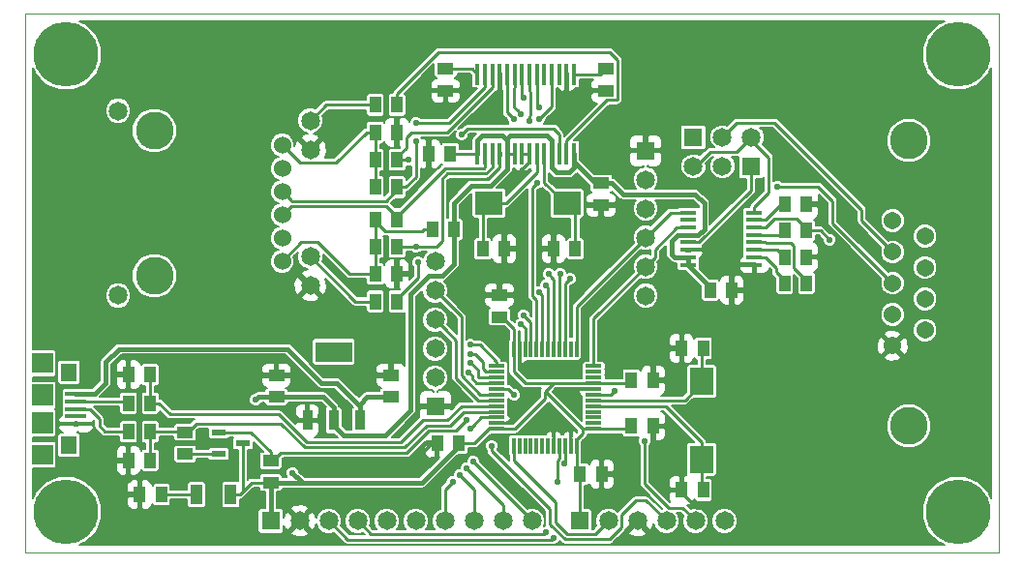
<source format=gtl>
%FSLAX46Y46*%
G04 Gerber Fmt 4.6, Leading zero omitted, Abs format (unit mm)*
G04 Created by KiCad (PCBNEW (2014-07-07 BZR 4986)-product) date Fri 18 Jul 2014 08:12:10 PM EDT*
%MOMM*%
G01*
G04 APERTURE LIST*
%ADD10C,0.100000*%
%ADD11R,1.450000X1.000000*%
%ADD12R,1.000000X1.450000*%
%ADD13R,1.050000X1.750000*%
%ADD14R,1.900000X0.400000*%
%ADD15R,1.400000X1.600000*%
%ADD16R,1.900000X1.800000*%
%ADD17R,1.900000X1.900000*%
%ADD18C,5.650000*%
%ADD19C,1.524000*%
%ADD20C,1.651000*%
%ADD21C,3.302000*%
%ADD22R,1.650000X1.650000*%
%ADD23C,1.650000*%
%ADD24R,1.450000X0.300000*%
%ADD25R,0.300000X1.450000*%
%ADD26R,1.300000X0.600000*%
%ADD27R,0.900000X1.800000*%
%ADD28R,3.200000X1.800000*%
%ADD29R,2.450000X2.100000*%
%ADD30R,2.100000X2.450000*%
%ADD31R,1.450000X0.450000*%
%ADD32R,0.450000X1.850000*%
%ADD33C,1.540000*%
%ADD34C,3.300000*%
%ADD35C,0.584200*%
%ADD36C,0.254000*%
%ADD37C,0.381000*%
%ADD38C,0.292100*%
%ADD39C,0.203200*%
G04 APERTURE END LIST*
D10*
X50000000Y-98600000D02*
X50000000Y-51400000D01*
X135200000Y-98600000D02*
X50000000Y-98600000D01*
X135200000Y-51400000D02*
X135200000Y-98600000D01*
X50000000Y-51400000D02*
X135200000Y-51400000D01*
D11*
X91500000Y-76050000D03*
X91500000Y-77950000D03*
D12*
X86050000Y-89000000D03*
X87950000Y-89000000D03*
X90050000Y-72000000D03*
X91950000Y-72000000D03*
X98150000Y-72000000D03*
X96250000Y-72000000D03*
X100450000Y-91700000D03*
X98550000Y-91700000D03*
D11*
X100800000Y-56250000D03*
X100800000Y-58150000D03*
D12*
X104950000Y-87500000D03*
X103050000Y-87500000D03*
X104950000Y-83500000D03*
X103050000Y-83500000D03*
X109350000Y-93100000D03*
X107450000Y-93100000D03*
X109350000Y-80700000D03*
X107450000Y-80700000D03*
X82550000Y-74200000D03*
X80650000Y-74200000D03*
X82550000Y-61800000D03*
X80650000Y-61800000D03*
D11*
X100400000Y-68150000D03*
X100400000Y-66250000D03*
D12*
X85318240Y-63679000D03*
X87218240Y-63679000D03*
X116450000Y-72700000D03*
X118350000Y-72700000D03*
X116450000Y-68100000D03*
X118350000Y-68100000D03*
X116450000Y-75000000D03*
X118350000Y-75000000D03*
X116450000Y-70400000D03*
X118350000Y-70400000D03*
X109950000Y-75600000D03*
X111850000Y-75600000D03*
X60950000Y-90500000D03*
X59050000Y-90500000D03*
X60950000Y-83000000D03*
X59050000Y-83000000D03*
D11*
X72000000Y-84950000D03*
X72000000Y-83050000D03*
X82000000Y-84950000D03*
X82000000Y-83050000D03*
D13*
X68000000Y-93500000D03*
X65000000Y-93500000D03*
D14*
X54450000Y-84700000D03*
X54450000Y-85350000D03*
X54450000Y-86000000D03*
X54450000Y-86650000D03*
X54450000Y-87300000D03*
D15*
X53850000Y-82800000D03*
X53850000Y-89200000D03*
D16*
X51500000Y-82000000D03*
X51500000Y-90000000D03*
D17*
X51500000Y-84800000D03*
X51500000Y-87200000D03*
D12*
X87550000Y-70300000D03*
X85650000Y-70300000D03*
D18*
X53600000Y-55000000D03*
X53600000Y-95000000D03*
X131600000Y-95000000D03*
X131600000Y-55000000D03*
D19*
X72500000Y-73080000D03*
X72500000Y-71048000D03*
X72500000Y-69016000D03*
X72500000Y-66984000D03*
X72500000Y-64952000D03*
X72500000Y-62920000D03*
D20*
X74963800Y-75213600D03*
X74963800Y-72673600D03*
X74963800Y-63326400D03*
X74963800Y-60786400D03*
D21*
X61324000Y-61650000D03*
X61324000Y-74350000D03*
D20*
X58149000Y-76064500D03*
X58149000Y-59935500D03*
D22*
X71500000Y-95800000D03*
D23*
X74040000Y-95800000D03*
X76580000Y-95800000D03*
X79120000Y-95800000D03*
X81660000Y-95800000D03*
X84200000Y-95800000D03*
X86740000Y-95800000D03*
X89280000Y-95800000D03*
X91820000Y-95800000D03*
X94360000Y-95800000D03*
D22*
X85900000Y-85800000D03*
D23*
X85900000Y-83260000D03*
X85900000Y-80720000D03*
X85900000Y-78180000D03*
X85900000Y-75640000D03*
X85900000Y-73100000D03*
D22*
X98500000Y-95800000D03*
D23*
X101040000Y-95800000D03*
X103580000Y-95800000D03*
X106120000Y-95800000D03*
X108660000Y-95800000D03*
X111200000Y-95800000D03*
D22*
X104300000Y-63400000D03*
D23*
X104300000Y-65940000D03*
X104300000Y-68480000D03*
X104300000Y-71020000D03*
X104300000Y-73560000D03*
X104300000Y-76100000D03*
D22*
X108458000Y-62230000D03*
D23*
X110998000Y-62230000D03*
X113538000Y-62230000D03*
D22*
X113538000Y-64770000D03*
D23*
X110998000Y-64770000D03*
X108458000Y-64770000D03*
D11*
X86800000Y-58150000D03*
X86800000Y-56250000D03*
D12*
X82550000Y-76600000D03*
X80650000Y-76600000D03*
X82550000Y-59400000D03*
X80650000Y-59400000D03*
X80650000Y-71800000D03*
X82550000Y-71800000D03*
X82550000Y-69400000D03*
X80650000Y-69400000D03*
X80650000Y-66600000D03*
X82550000Y-66600000D03*
X82550000Y-64200000D03*
X80650000Y-64200000D03*
X60050000Y-93500000D03*
X61950000Y-93500000D03*
D11*
X71500000Y-90550000D03*
X71500000Y-92450000D03*
D12*
X60950000Y-85500000D03*
X59050000Y-85500000D03*
X60950000Y-88000000D03*
X59050000Y-88000000D03*
D11*
X64000000Y-88050000D03*
X64000000Y-89950000D03*
D24*
X99750000Y-87750000D03*
X99750000Y-87250000D03*
X99750000Y-86750000D03*
X99750000Y-86250000D03*
X99750000Y-85750000D03*
X99750000Y-85250000D03*
X99750000Y-84750000D03*
X99750000Y-84250000D03*
X99750000Y-83750000D03*
X99750000Y-83250000D03*
X99750000Y-82750000D03*
X99750000Y-82250000D03*
D25*
X98250000Y-80750000D03*
X97750000Y-80750000D03*
X97250000Y-80750000D03*
X96750000Y-80750000D03*
X96250000Y-80750000D03*
X95750000Y-80750000D03*
X95250000Y-80750000D03*
X94750000Y-80750000D03*
X94250000Y-80750000D03*
X93750000Y-80750000D03*
X93250000Y-80750000D03*
X92750000Y-80750000D03*
D24*
X91250000Y-82250000D03*
X91250000Y-82750000D03*
X91250000Y-83250000D03*
X91250000Y-83750000D03*
X91250000Y-84250000D03*
X91250000Y-84750000D03*
X91250000Y-85250000D03*
X91250000Y-85750000D03*
X91250000Y-86250000D03*
X91250000Y-86750000D03*
X91250000Y-87250000D03*
X91250000Y-87750000D03*
D25*
X92750000Y-89250000D03*
X93250000Y-89250000D03*
X93750000Y-89250000D03*
X94250000Y-89250000D03*
X94750000Y-89250000D03*
X95250000Y-89250000D03*
X95750000Y-89250000D03*
X96250000Y-89250000D03*
X96750000Y-89250000D03*
X97250000Y-89250000D03*
X97750000Y-89250000D03*
X98250000Y-89250000D03*
D26*
X66950000Y-88050000D03*
X66950000Y-89950000D03*
X69050000Y-89000000D03*
D27*
X74700000Y-87000000D03*
X77000000Y-87000000D03*
X79300000Y-87000000D03*
D28*
X77000000Y-81000000D03*
D29*
X90600000Y-68000000D03*
X97400000Y-68000000D03*
D30*
X109200000Y-90400000D03*
X109200000Y-83600000D03*
D31*
X113800000Y-73375000D03*
X113800000Y-72725000D03*
X113800000Y-72075000D03*
X113800000Y-71425000D03*
X113800000Y-70775000D03*
X113800000Y-70125000D03*
X113800000Y-69475000D03*
X113800000Y-68825000D03*
X108000000Y-68825000D03*
X108000000Y-69475000D03*
X108000000Y-70125000D03*
X108000000Y-70775000D03*
X108000000Y-71425000D03*
X108000000Y-72075000D03*
X108000000Y-72725000D03*
X108000000Y-73375000D03*
D32*
X98025000Y-56700000D03*
X97375000Y-56700000D03*
X96725000Y-56700000D03*
X96075000Y-56700000D03*
X95425000Y-56700000D03*
X94775000Y-56700000D03*
X94125000Y-56700000D03*
X93475000Y-56700000D03*
X92825000Y-56700000D03*
X92175000Y-56700000D03*
X91525000Y-56700000D03*
X90875000Y-56700000D03*
X90225000Y-56700000D03*
X89575000Y-56700000D03*
X89575000Y-63700000D03*
X90225000Y-63700000D03*
X90875000Y-63700000D03*
X91525000Y-63700000D03*
X92175000Y-63700000D03*
X92825000Y-63700000D03*
X93475000Y-63700000D03*
X94125000Y-63700000D03*
X94775000Y-63700000D03*
X95425000Y-63700000D03*
X96075000Y-63700000D03*
X96725000Y-63700000D03*
X97375000Y-63700000D03*
X98025000Y-63700000D03*
D33*
X125900000Y-69520000D03*
X125900000Y-72260000D03*
X125900000Y-75000000D03*
X125900000Y-77740000D03*
X125900000Y-80480000D03*
X128740000Y-70890000D03*
X128740000Y-73630000D03*
X128740000Y-76370000D03*
X128740000Y-79110000D03*
D34*
X127320000Y-62505000D03*
X127320000Y-87495000D03*
D35*
X85699600Y-90449400D03*
X92354400Y-66268600D03*
X87400000Y-66800000D03*
X92800000Y-86600000D03*
X75800000Y-86600000D03*
X73400000Y-86400000D03*
X99000000Y-58800000D03*
X85200000Y-65200000D03*
X86800000Y-59800000D03*
X91200000Y-58800000D03*
X114000000Y-75600000D03*
X100600000Y-69800000D03*
X95400000Y-70000000D03*
X91400000Y-74600000D03*
X84000000Y-90600000D03*
X104600000Y-81800000D03*
X97800000Y-84800000D03*
X102000000Y-91600000D03*
X96000000Y-87600000D03*
X95000000Y-82800000D03*
X73400000Y-91600000D03*
X70200000Y-85200000D03*
X120400000Y-71200000D03*
X96600000Y-92400000D03*
X96217514Y-97288547D03*
X97200000Y-90800000D03*
X95600000Y-96800000D03*
X93600000Y-77800000D03*
X93400000Y-78600000D03*
X89000000Y-80400000D03*
X87400000Y-92400000D03*
X89000000Y-81200000D03*
X88000000Y-91800000D03*
X89000000Y-82000000D03*
X88600000Y-91200000D03*
X88800000Y-82800000D03*
X89200000Y-90600000D03*
X90830400Y-89230200D03*
X88925400Y-87757000D03*
X101600000Y-84400000D03*
X104200000Y-88800000D03*
X84400000Y-73200000D03*
X88200000Y-62000000D03*
X84200000Y-71800000D03*
X84200000Y-62600000D03*
X84200000Y-61000000D03*
X83577690Y-64200000D03*
X88600000Y-87000000D03*
X92800000Y-84800000D03*
X95000000Y-60600000D03*
X94800000Y-66200000D03*
X96800000Y-74200000D03*
X95000000Y-59600000D03*
X94113683Y-60814012D03*
X95800000Y-74200000D03*
X97655166Y-74636777D03*
X93600000Y-58800000D03*
X95600000Y-75200000D03*
X93400000Y-60200000D03*
X95000000Y-75800000D03*
X92744842Y-60636772D03*
X115824000Y-66548000D03*
D36*
X86050000Y-89000000D02*
X86050000Y-90099000D01*
X86050000Y-90099000D02*
X85699600Y-90449400D01*
X92354400Y-66170600D02*
X92354400Y-66268600D01*
X94125000Y-64400000D02*
X92354400Y-66170600D01*
X94125000Y-63700000D02*
X94125000Y-64400000D01*
X90527563Y-65869621D02*
X88330379Y-65869621D01*
X88330379Y-65869621D02*
X88200000Y-66000000D01*
X91525000Y-64882418D02*
X91514766Y-64882418D01*
X91514766Y-64882418D02*
X90527563Y-65869621D01*
X91525000Y-63700000D02*
X91525000Y-64882418D01*
X88200000Y-66000000D02*
X87400000Y-66800000D01*
X91250000Y-87250000D02*
X92150000Y-87250000D01*
X92150000Y-87250000D02*
X92800000Y-86600000D01*
X74700000Y-87000000D02*
X75400000Y-87000000D01*
X75400000Y-87000000D02*
X75800000Y-86600000D01*
X74700000Y-87000000D02*
X74000000Y-87000000D01*
X74000000Y-87000000D02*
X73400000Y-86400000D01*
X100800000Y-58150000D02*
X99650000Y-58150000D01*
X99650000Y-58150000D02*
X99000000Y-58800000D01*
X85318240Y-63679000D02*
X85318240Y-65081760D01*
X85318240Y-65081760D02*
X85200000Y-65200000D01*
X86800000Y-58150000D02*
X86800000Y-59800000D01*
X91525000Y-56700000D02*
X91525000Y-58475000D01*
X91525000Y-58475000D02*
X91200000Y-58800000D01*
X111850000Y-75600000D02*
X114000000Y-75600000D01*
X100400000Y-68150000D02*
X100400000Y-69600000D01*
X100400000Y-69600000D02*
X100600000Y-69800000D01*
X96250000Y-72000000D02*
X96250000Y-70850000D01*
X96250000Y-70850000D02*
X95400000Y-70000000D01*
X91500000Y-76050000D02*
X91500000Y-74700000D01*
X91500000Y-74700000D02*
X91400000Y-74600000D01*
X86050000Y-89000000D02*
X85600000Y-89000000D01*
X85600000Y-89000000D02*
X84000000Y-90600000D01*
X104950000Y-83500000D02*
X104950000Y-82150000D01*
X104950000Y-82150000D02*
X104600000Y-81800000D01*
X99750000Y-84250000D02*
X98350000Y-84250000D01*
X98350000Y-84250000D02*
X97800000Y-84800000D01*
X100450000Y-91700000D02*
X101900000Y-91700000D01*
X101900000Y-91700000D02*
X102000000Y-91600000D01*
X96250000Y-89250000D02*
X96250000Y-87850000D01*
X96250000Y-87850000D02*
X96000000Y-87600000D01*
X107450000Y-93100000D02*
X107450000Y-93325000D01*
X107450000Y-93325000D02*
X108769799Y-94644799D01*
X108769799Y-94644799D02*
X109444095Y-94644799D01*
X109444095Y-94644799D02*
X109815201Y-95015905D01*
X109815201Y-95015905D02*
X109815201Y-96354497D01*
X109815201Y-96354497D02*
X109214497Y-96955201D01*
X109214497Y-96955201D02*
X104735201Y-96955201D01*
X104735201Y-96955201D02*
X104404999Y-96624999D01*
X104404999Y-96624999D02*
X103580000Y-95800000D01*
X93250000Y-82050000D02*
X94000000Y-82800000D01*
X94000000Y-82800000D02*
X95000000Y-82800000D01*
X93250000Y-80750000D02*
X93250000Y-82050000D01*
X93475000Y-63700000D02*
X94125000Y-63700000D01*
D37*
X108000000Y-70775000D02*
X107107384Y-70775000D01*
X106811800Y-72725000D02*
X108000000Y-72725000D01*
X106553000Y-72466200D02*
X106811800Y-72725000D01*
X106553000Y-71329384D02*
X106553000Y-72466200D01*
X107107384Y-70775000D02*
X106553000Y-71329384D01*
X108000000Y-70775000D02*
X108892616Y-70775000D01*
X101352800Y-66250000D02*
X102311200Y-67208400D01*
X102311200Y-67208400D02*
X107927762Y-67208400D01*
X101352800Y-66250000D02*
X100400000Y-66250000D01*
X108610400Y-67208400D02*
X107927762Y-67208400D01*
X109423200Y-68021200D02*
X108610400Y-67208400D01*
X109423200Y-70244416D02*
X109423200Y-68021200D01*
X108892616Y-70775000D02*
X109423200Y-70244416D01*
X98025000Y-63700000D02*
X98025000Y-64879000D01*
X98025000Y-64879000D02*
X97575200Y-65328800D01*
X97575200Y-65328800D02*
X96524800Y-65328800D01*
X96524800Y-65328800D02*
X96075000Y-64879000D01*
X96075000Y-64879000D02*
X96075000Y-63700000D01*
X89575000Y-63700000D02*
X89575000Y-62521000D01*
X89575000Y-62521000D02*
X90018400Y-62077600D01*
X90018400Y-62077600D02*
X91780946Y-62077600D01*
X91780946Y-62077600D02*
X92103346Y-62400000D01*
X96075000Y-63700000D02*
X96075000Y-62521000D01*
X96075000Y-62521000D02*
X95657000Y-62103000D01*
X95657000Y-62103000D02*
X92400346Y-62103000D01*
X92400346Y-62103000D02*
X92103346Y-62400000D01*
X87550000Y-70300000D02*
X87550000Y-67974898D01*
X87550000Y-67974898D02*
X89083767Y-66441131D01*
X89083767Y-66441131D02*
X90774524Y-66441131D01*
X90774524Y-66441131D02*
X92194501Y-65021154D01*
X92194501Y-65021154D02*
X92194501Y-63700000D01*
D38*
X91250000Y-87750000D02*
X92850000Y-87750000D01*
X92850000Y-87750000D02*
X95472430Y-85127570D01*
X95472430Y-85127570D02*
X95472430Y-84506570D01*
D37*
X74136271Y-92450000D02*
X72479000Y-92450000D01*
X84725000Y-92450000D02*
X74136271Y-92450000D01*
X74136271Y-92450000D02*
X74136271Y-92336271D01*
X74136271Y-92336271D02*
X73400000Y-91600000D01*
X72000000Y-84950000D02*
X70450000Y-84950000D01*
X70450000Y-84950000D02*
X70200000Y-85200000D01*
X108000000Y-72725000D02*
X108000000Y-73375000D01*
D36*
X109950000Y-75600000D02*
X109950000Y-75375000D01*
D37*
X109950000Y-75375000D02*
X108000000Y-73425000D01*
D36*
X108000000Y-73425000D02*
X108000000Y-73375000D01*
D37*
X71500000Y-95800000D02*
X71500000Y-92450000D01*
D36*
X92080201Y-62880201D02*
X92175000Y-62975000D01*
X92175000Y-62975000D02*
X92175000Y-63700000D01*
X100400000Y-66250000D02*
X99875000Y-66250000D01*
D37*
X99875000Y-66250000D02*
X98025000Y-64400000D01*
D36*
X98025000Y-64400000D02*
X98025000Y-63700000D01*
X87218240Y-63679000D02*
X89554000Y-63679000D01*
X89554000Y-63679000D02*
X89575000Y-63700000D01*
X92825000Y-63700000D02*
X92175000Y-63700000D01*
X91500000Y-77950000D02*
X91275000Y-77950000D01*
X87550000Y-70525000D02*
X87550000Y-70300000D01*
X68779000Y-93500000D02*
X69050000Y-93229000D01*
X69050000Y-93229000D02*
X69050000Y-89554000D01*
X69050000Y-89554000D02*
X69050000Y-89000000D01*
D37*
X72979000Y-84950000D02*
X72000000Y-84950000D01*
X76104000Y-84950000D02*
X72979000Y-84950000D01*
X77000000Y-85846000D02*
X76104000Y-84950000D01*
X77000000Y-87000000D02*
X77000000Y-85846000D01*
D36*
X68779000Y-93500000D02*
X68000000Y-93500000D01*
X69829000Y-92450000D02*
X68779000Y-93500000D01*
X71500000Y-92450000D02*
X69829000Y-92450000D01*
X91250000Y-87750000D02*
X90675000Y-87750000D01*
D38*
X98771000Y-83750000D02*
X99750000Y-83750000D01*
X96229000Y-83750000D02*
X98771000Y-83750000D01*
D36*
X95527570Y-84506570D02*
X95472430Y-84506570D01*
D38*
X98771000Y-87750000D02*
X95527570Y-84506570D01*
X99750000Y-87750000D02*
X98771000Y-87750000D01*
X95472430Y-84506570D02*
X96229000Y-83750000D01*
X98771000Y-88154000D02*
X98771000Y-87750000D01*
X98250000Y-88675000D02*
X98771000Y-88154000D01*
D36*
X98250000Y-89250000D02*
X98250000Y-88675000D01*
X102800000Y-87750000D02*
X103050000Y-87500000D01*
D38*
X99750000Y-87750000D02*
X102800000Y-87750000D01*
D36*
X102800000Y-83750000D02*
X103050000Y-83500000D01*
X99750000Y-83750000D02*
X102800000Y-83750000D01*
X91725000Y-77950000D02*
X91500000Y-77950000D01*
X92750000Y-78975000D02*
X91725000Y-77950000D01*
X92750000Y-80750000D02*
X92750000Y-78975000D01*
X92175000Y-62471654D02*
X92103346Y-62400000D01*
D37*
X92175000Y-63700000D02*
X92175000Y-62471654D01*
X72479000Y-92450000D02*
X71500000Y-92450000D01*
X87950000Y-89225000D02*
X84725000Y-92450000D01*
D36*
X87950000Y-89000000D02*
X87950000Y-89225000D01*
X98250000Y-91400000D02*
X98550000Y-91700000D01*
X98250000Y-89250000D02*
X98250000Y-91400000D01*
X98500000Y-91750000D02*
X98550000Y-91700000D01*
X98500000Y-95800000D02*
X98500000Y-91750000D01*
D38*
X92750000Y-81729000D02*
X92750000Y-80750000D01*
X92750000Y-82750000D02*
X92750000Y-81729000D01*
X93750000Y-83750000D02*
X92750000Y-82750000D01*
X96229000Y-83750000D02*
X93750000Y-83750000D01*
D37*
X77000000Y-87450000D02*
X77000000Y-87000000D01*
X83743800Y-75989437D02*
X83743800Y-86106000D01*
X85363736Y-74369501D02*
X83743800Y-75989437D01*
X77894501Y-88344501D02*
X77000000Y-87450000D01*
X81505299Y-88344501D02*
X77894501Y-88344501D01*
X86509361Y-74369501D02*
X85363736Y-74369501D01*
X87550000Y-73328862D02*
X86509361Y-74369501D01*
X83743800Y-86106000D02*
X81505299Y-88344501D01*
X87550000Y-70300000D02*
X87550000Y-73328862D01*
D38*
X89333400Y-89000000D02*
X87950000Y-89000000D01*
X90583400Y-87750000D02*
X89333400Y-89000000D01*
X91250000Y-87750000D02*
X90583400Y-87750000D01*
D36*
X90050000Y-72000000D02*
X90050000Y-68550000D01*
X90050000Y-68550000D02*
X90600000Y-68000000D01*
X94775000Y-63700000D02*
X94775000Y-65304000D01*
X94775000Y-65304000D02*
X92079000Y-68000000D01*
X92079000Y-68000000D02*
X90600000Y-68000000D01*
X98150000Y-72000000D02*
X98150000Y-68750000D01*
X98150000Y-68750000D02*
X97400000Y-68000000D01*
X95425000Y-63700000D02*
X95425000Y-66200000D01*
X95425000Y-66200000D02*
X97225000Y-68000000D01*
X97225000Y-68000000D02*
X97400000Y-68000000D01*
X98025000Y-56700000D02*
X100350000Y-56700000D01*
X100350000Y-56700000D02*
X100800000Y-56250000D01*
X109200000Y-88921000D02*
X109200000Y-90400000D01*
X106029000Y-85750000D02*
X109200000Y-88921000D01*
X99750000Y-85750000D02*
X106029000Y-85750000D01*
X109200000Y-93350000D02*
X109350000Y-93500000D01*
X109200000Y-92950000D02*
X109350000Y-93100000D01*
X109200000Y-90400000D02*
X109200000Y-92950000D01*
X109200000Y-83775000D02*
X109200000Y-83600000D01*
X107725000Y-85250000D02*
X109200000Y-83775000D01*
X99750000Y-85250000D02*
X107725000Y-85250000D01*
X109200000Y-80850000D02*
X109350000Y-80700000D01*
X109200000Y-83600000D02*
X109200000Y-80850000D01*
X85650000Y-70300000D02*
X84896000Y-70300000D01*
X84896000Y-70300000D02*
X84740799Y-70455201D01*
X84740799Y-70455201D02*
X81480201Y-70455201D01*
X81480201Y-70455201D02*
X80650000Y-69625000D01*
X80650000Y-69625000D02*
X80650000Y-69400000D01*
X78400000Y-74200000D02*
X75600000Y-71400000D01*
X75600000Y-71400000D02*
X74180000Y-71400000D01*
X74180000Y-71400000D02*
X72500000Y-73080000D01*
X80650000Y-74200000D02*
X78400000Y-74200000D01*
X80650000Y-71800000D02*
X80650000Y-69400000D01*
X80650000Y-74200000D02*
X80650000Y-71800000D01*
X80650000Y-64200000D02*
X80650000Y-61800000D01*
X80650000Y-66600000D02*
X80650000Y-64200000D01*
X80650000Y-61800000D02*
X79896000Y-61800000D01*
X79896000Y-61800000D02*
X77213899Y-64482101D01*
X77213899Y-64482101D02*
X74062101Y-64482101D01*
X74062101Y-64482101D02*
X73261999Y-63681999D01*
X73261999Y-63681999D02*
X72500000Y-62920000D01*
X113800000Y-72075000D02*
X115825000Y-72075000D01*
X115825000Y-72075000D02*
X116450000Y-72700000D01*
X113800000Y-69475000D02*
X114779000Y-69475000D01*
X114779000Y-69475000D02*
X116154000Y-68100000D01*
X116154000Y-68100000D02*
X116450000Y-68100000D01*
X113800000Y-72725000D02*
X114779000Y-72725000D01*
X114779000Y-72725000D02*
X115696000Y-73642000D01*
X115696000Y-73642000D02*
X115696000Y-74021000D01*
X115696000Y-74021000D02*
X116450000Y-74775000D01*
X116450000Y-74775000D02*
X116450000Y-75000000D01*
X117024563Y-71455201D02*
X114809201Y-71455201D01*
X114809201Y-71455201D02*
X114779000Y-71425000D01*
X114779000Y-71425000D02*
X113800000Y-71425000D01*
X118350000Y-75000000D02*
X118350000Y-74775000D01*
X118350000Y-74775000D02*
X117280201Y-73705201D01*
X117280201Y-73705201D02*
X117280201Y-71710839D01*
X117280201Y-71710839D02*
X117024563Y-71455201D01*
X113800000Y-70775000D02*
X116075000Y-70775000D01*
X116075000Y-70775000D02*
X116450000Y-70400000D01*
X118350000Y-70400000D02*
X119600000Y-70400000D01*
X119600000Y-70400000D02*
X120400000Y-71200000D01*
X113800000Y-70125000D02*
X114779000Y-70125000D01*
X114779000Y-70125000D02*
X115559201Y-69344799D01*
X115559201Y-69344799D02*
X117519799Y-69344799D01*
X117519799Y-69344799D02*
X118350000Y-70175000D01*
X118350000Y-70175000D02*
X118350000Y-70400000D01*
X60950000Y-88000000D02*
X63950000Y-88000000D01*
X63950000Y-88000000D02*
X64000000Y-88050000D01*
X60950000Y-88000000D02*
X60950000Y-90500000D01*
X90271000Y-86250000D02*
X91250000Y-86250000D01*
X88350000Y-86250000D02*
X90271000Y-86250000D01*
X87163211Y-87436789D02*
X88350000Y-86250000D01*
X85163211Y-87436789D02*
X87163211Y-87436789D01*
X83226780Y-89373220D02*
X85163211Y-87436789D01*
X72405046Y-87296000D02*
X74482266Y-89373220D01*
X64979000Y-87296000D02*
X72405046Y-87296000D01*
X74482266Y-89373220D02*
X83226780Y-89373220D01*
X64225000Y-88050000D02*
X64979000Y-87296000D01*
X64000000Y-88050000D02*
X64225000Y-88050000D01*
X60950000Y-83000000D02*
X60950000Y-85500000D01*
X90271000Y-85750000D02*
X91250000Y-85750000D01*
X88194362Y-85750000D02*
X90271000Y-85750000D01*
X86964783Y-86979579D02*
X88194362Y-85750000D01*
X82883990Y-88916010D02*
X84820421Y-86979579D01*
X72234639Y-86479001D02*
X74671648Y-88916010D01*
X74671648Y-88916010D02*
X82883990Y-88916010D01*
X62683001Y-86479001D02*
X72234639Y-86479001D01*
X61704000Y-85500000D02*
X62683001Y-86479001D01*
X84820421Y-86979579D02*
X86964783Y-86979579D01*
X60950000Y-85500000D02*
X61704000Y-85500000D01*
X65000000Y-93500000D02*
X61950000Y-93500000D01*
X54450000Y-85350000D02*
X58900000Y-85350000D01*
X58900000Y-85350000D02*
X59050000Y-85500000D01*
X56500000Y-87500000D02*
X57000000Y-88000000D01*
X57000000Y-88000000D02*
X59050000Y-88000000D01*
X56500000Y-86846000D02*
X56500000Y-87500000D01*
X54450000Y-86000000D02*
X55654000Y-86000000D01*
X55654000Y-86000000D02*
X56500000Y-86846000D01*
X96750000Y-89250000D02*
X96750000Y-90328994D01*
X96750000Y-90328994D02*
X96577699Y-90501295D01*
X96577699Y-90501295D02*
X96577699Y-91964608D01*
X96577699Y-91964608D02*
X96600000Y-91986909D01*
X96600000Y-91986909D02*
X96600000Y-92400000D01*
X76580000Y-95800000D02*
X78202301Y-97422301D01*
X78202301Y-97422301D02*
X96083760Y-97422301D01*
X96083760Y-97422301D02*
X96217514Y-97288547D01*
X97200000Y-90800000D02*
X97250000Y-90750000D01*
X97250000Y-90750000D02*
X97250000Y-89250000D01*
X79120000Y-95800000D02*
X80275201Y-96955201D01*
X80275201Y-96955201D02*
X95444799Y-96955201D01*
X95444799Y-96955201D02*
X95600000Y-96800000D01*
X94250000Y-80750000D02*
X94250000Y-78450000D01*
X94250000Y-78450000D02*
X93600000Y-77800000D01*
X93750000Y-80750000D02*
X93750000Y-78950000D01*
X93750000Y-78950000D02*
X93400000Y-78600000D01*
X91250000Y-82250000D02*
X91250000Y-81846000D01*
X91250000Y-81846000D02*
X89804000Y-80400000D01*
X89804000Y-80400000D02*
X89413091Y-80400000D01*
X89413091Y-80400000D02*
X89000000Y-80400000D01*
X86740000Y-95800000D02*
X86740000Y-93060000D01*
X86740000Y-93060000D02*
X87400000Y-92400000D01*
X91250000Y-82750000D02*
X90344799Y-82750000D01*
X90344799Y-82750000D02*
X90057210Y-82462411D01*
X90057210Y-82462411D02*
X90057210Y-81844119D01*
X90057210Y-81844119D02*
X89413091Y-81200000D01*
X89413091Y-81200000D02*
X89000000Y-81200000D01*
X89280000Y-95800000D02*
X89280000Y-93080000D01*
X89280000Y-93080000D02*
X88000000Y-91800000D01*
X91250000Y-83250000D02*
X91230201Y-83230201D01*
X91230201Y-83230201D02*
X90260839Y-83230201D01*
X89600000Y-83200000D02*
X89600000Y-82600000D01*
X90260839Y-83230201D02*
X90230638Y-83200000D01*
X90230638Y-83200000D02*
X89600000Y-83200000D01*
X89600000Y-82600000D02*
X89000000Y-82000000D01*
X91820000Y-95800000D02*
X91820000Y-94420000D01*
X91820000Y-94420000D02*
X88600000Y-91200000D01*
X91250000Y-83750000D02*
X89503408Y-83750000D01*
X89503408Y-83750000D02*
X89092099Y-83338691D01*
X89092099Y-83338691D02*
X89092099Y-83092099D01*
X89092099Y-83092099D02*
X88800000Y-82800000D01*
X94360000Y-95800000D02*
X89200000Y-90640000D01*
X89200000Y-90640000D02*
X89200000Y-90600000D01*
X89682402Y-85250000D02*
X87720489Y-83288087D01*
X91250000Y-85250000D02*
X89682402Y-85250000D01*
X86724999Y-79004999D02*
X85900000Y-78180000D01*
X87720489Y-83288087D02*
X87720489Y-80000489D01*
X87720489Y-80000489D02*
X86724999Y-79004999D01*
X88177699Y-83098705D02*
X88177699Y-77917699D01*
X89828994Y-84750000D02*
X88177699Y-83098705D01*
X86724999Y-76464999D02*
X85900000Y-75640000D01*
X88177699Y-77917699D02*
X86724999Y-76464999D01*
X91250000Y-84750000D02*
X89828994Y-84750000D01*
X92750000Y-90550000D02*
X92750000Y-89250000D01*
X96400000Y-94200000D02*
X92750000Y-90550000D01*
X96400000Y-95944362D02*
X96400000Y-94200000D01*
X97410839Y-96955201D02*
X96400000Y-95944362D01*
X99884799Y-96955201D02*
X97410839Y-96955201D01*
X101040000Y-95800000D02*
X99884799Y-96955201D01*
X101137287Y-97412411D02*
X97221456Y-97412410D01*
X106120000Y-95800000D02*
X104330617Y-94010617D01*
X90830400Y-89643291D02*
X90830400Y-89230200D01*
X104330617Y-94010617D02*
X103430087Y-94010617D01*
X103430087Y-94010617D02*
X102195201Y-95245503D01*
X102195201Y-95245503D02*
X102195201Y-96354497D01*
X97221456Y-97412410D02*
X95942791Y-96133745D01*
X102195201Y-96354497D02*
X101137287Y-97412411D01*
X95942791Y-96133745D02*
X95942791Y-94781082D01*
X95942791Y-94781082D02*
X90830400Y-89668691D01*
X90830400Y-89668691D02*
X90830400Y-89643291D01*
X89217499Y-87464901D02*
X88925400Y-87757000D01*
X89932400Y-86750000D02*
X89217499Y-87464901D01*
X91250000Y-86750000D02*
X89932400Y-86750000D01*
X101250000Y-84750000D02*
X101600000Y-84400000D01*
X99750000Y-84750000D02*
X101250000Y-84750000D01*
X104200000Y-92540000D02*
X104200000Y-88800000D01*
X106304799Y-94644799D02*
X104200000Y-92540000D01*
X107504799Y-94644799D02*
X106304799Y-94644799D01*
X108660000Y-95800000D02*
X107504799Y-94644799D01*
X104300000Y-71020000D02*
X106495000Y-68825000D01*
X106495000Y-68825000D02*
X108000000Y-68825000D01*
X98250000Y-80750000D02*
X98250000Y-77070000D01*
X98250000Y-77070000D02*
X104300000Y-71020000D01*
X104300000Y-73560000D02*
X105124999Y-72735001D01*
X105124999Y-72735001D02*
X105124999Y-72021001D01*
X105124999Y-72021001D02*
X107021000Y-70125000D01*
X107021000Y-70125000D02*
X108000000Y-70125000D01*
X99750000Y-82250000D02*
X99750000Y-78110000D01*
X99750000Y-78110000D02*
X104300000Y-73560000D01*
X86800000Y-56250000D02*
X89125000Y-56250000D01*
X89125000Y-56250000D02*
X89575000Y-56700000D01*
X96725000Y-63700000D02*
X96725000Y-61952400D01*
X88732000Y-61468000D02*
X88200000Y-62000000D01*
X96725000Y-61952400D02*
X96240600Y-61468000D01*
X96240600Y-61468000D02*
X88732000Y-61468000D01*
X82550000Y-76600000D02*
X82550000Y-76375000D01*
X82550000Y-76375000D02*
X84400000Y-74525000D01*
X84400000Y-74525000D02*
X84400000Y-73613091D01*
X84400000Y-73613091D02*
X84400000Y-73200000D01*
X82550000Y-76775000D02*
X82550000Y-77000000D01*
X80650000Y-76600000D02*
X78890200Y-76600000D01*
X78890200Y-76600000D02*
X74963800Y-72673600D01*
X75073600Y-72673600D02*
X74963800Y-72673600D01*
X97375000Y-63700000D02*
X97375000Y-62521000D01*
X101789161Y-58980201D02*
X101855201Y-58914161D01*
X97375000Y-62521000D02*
X100915799Y-58980201D01*
X100915799Y-58980201D02*
X101789161Y-58980201D01*
X101855201Y-58914161D02*
X101855201Y-55485839D01*
X101855201Y-55485839D02*
X101169362Y-54800000D01*
X101169362Y-54800000D02*
X86171000Y-54800000D01*
X86171000Y-54800000D02*
X82550000Y-58421000D01*
X82550000Y-58421000D02*
X82550000Y-59400000D01*
X80650000Y-59400000D02*
X76350200Y-59400000D01*
X76350200Y-59400000D02*
X74963800Y-60786400D01*
X86959181Y-65412411D02*
X86480201Y-65891391D01*
X86480201Y-65891391D02*
X86480201Y-71289161D01*
X84613091Y-71800000D02*
X84200000Y-71800000D01*
X86480201Y-71289161D02*
X85969362Y-71800000D01*
X85969362Y-71800000D02*
X84613091Y-71800000D01*
X90338181Y-65412411D02*
X86959181Y-65412411D01*
X90875000Y-63700000D02*
X90875000Y-64875592D01*
X90875000Y-64875592D02*
X90338181Y-65412411D01*
X82550000Y-71800000D02*
X84200000Y-71800000D01*
X82550000Y-69400000D02*
X82550000Y-69175000D01*
X82550000Y-69175000D02*
X86769799Y-64955201D01*
X86769799Y-64955201D02*
X90148799Y-64955201D01*
X90148799Y-64955201D02*
X90225000Y-64879000D01*
X90225000Y-64879000D02*
X90225000Y-63700000D01*
X82550000Y-69400000D02*
X82550000Y-69150000D01*
X73261999Y-68254001D02*
X72500000Y-69016000D01*
X81629001Y-68254001D02*
X73261999Y-68254001D01*
X82550000Y-69175000D02*
X81629001Y-68254001D01*
X82550000Y-66600000D02*
X82550000Y-66825000D01*
X82550000Y-66825000D02*
X81578209Y-67796791D01*
X81578209Y-67796791D02*
X73312791Y-67796791D01*
X73312791Y-67796791D02*
X73261999Y-67745999D01*
X73261999Y-67745999D02*
X72500000Y-66984000D01*
X82550000Y-66600000D02*
X83304000Y-66600000D01*
X83304000Y-66600000D02*
X84200000Y-65704000D01*
X84200000Y-65704000D02*
X84200000Y-63013091D01*
X84200000Y-63013091D02*
X84200000Y-62600000D01*
X90225000Y-56700000D02*
X90225000Y-57879000D01*
X90225000Y-57879000D02*
X87104000Y-61000000D01*
X87104000Y-61000000D02*
X84200000Y-61000000D01*
X82550000Y-66600000D02*
X82550000Y-66375000D01*
X82550000Y-64200000D02*
X83577690Y-64200000D01*
X86954000Y-61800000D02*
X83780201Y-61800000D01*
X83780201Y-61800000D02*
X83380201Y-62200000D01*
X83380201Y-62200000D02*
X83380201Y-63144799D01*
X83380201Y-63144799D02*
X82550000Y-63975000D01*
X82550000Y-63975000D02*
X82550000Y-64200000D01*
X86954000Y-61800000D02*
X90875000Y-57879000D01*
X90875000Y-57879000D02*
X90875000Y-56700000D01*
X67854000Y-88050000D02*
X66950000Y-88050000D01*
X69754000Y-88050000D02*
X67854000Y-88050000D01*
X71500000Y-89796000D02*
X69754000Y-88050000D01*
X71500000Y-90550000D02*
X71500000Y-89796000D01*
X92250000Y-84250000D02*
X92800000Y-84800000D01*
X91250000Y-84250000D02*
X92250000Y-84250000D01*
X83381392Y-89865200D02*
X85332172Y-87914420D01*
X71500000Y-90550000D02*
X71725000Y-90550000D01*
X72409800Y-89865200D02*
X83381392Y-89865200D01*
X87145199Y-87893999D02*
X87706001Y-87893999D01*
X71725000Y-90550000D02*
X72409800Y-89865200D01*
X87124778Y-87914420D02*
X87145199Y-87893999D01*
X85332172Y-87914420D02*
X87124778Y-87914420D01*
X87706001Y-87893999D02*
X88600000Y-87000000D01*
X64000000Y-89950000D02*
X64979000Y-89950000D01*
X64979000Y-89950000D02*
X66950000Y-89950000D01*
X96075000Y-59525000D02*
X95292099Y-60307901D01*
X96075000Y-56700000D02*
X96075000Y-59525000D01*
X95292099Y-60307901D02*
X95000000Y-60600000D01*
X94750000Y-80750000D02*
X94750000Y-76471006D01*
X94750000Y-76471006D02*
X94377699Y-76098705D01*
X94377699Y-76098705D02*
X94377699Y-66622301D01*
X94377699Y-66622301D02*
X94800000Y-66200000D01*
X96750000Y-80750000D02*
X96750000Y-74250000D01*
X96750000Y-74250000D02*
X96800000Y-74200000D01*
X94775000Y-56700000D02*
X94775000Y-59375000D01*
X94775000Y-59375000D02*
X95000000Y-59600000D01*
X94125000Y-56700000D02*
X94125000Y-58203994D01*
X94113683Y-60400921D02*
X94113683Y-60814012D01*
X94222301Y-60292303D02*
X94113683Y-60400921D01*
X94125000Y-58203994D02*
X94222301Y-58301295D01*
X94222301Y-58301295D02*
X94222301Y-60292303D01*
X96092099Y-74492099D02*
X95800000Y-74200000D01*
X96250000Y-80750000D02*
X96250000Y-74650000D01*
X96250000Y-74650000D02*
X96092099Y-74492099D01*
X97250000Y-80750000D02*
X97250000Y-75041943D01*
X97363067Y-74928876D02*
X97655166Y-74636777D01*
X97250000Y-75041943D02*
X97363067Y-74928876D01*
X93475000Y-58675000D02*
X93600000Y-58800000D01*
X93475000Y-56700000D02*
X93475000Y-58675000D01*
X92777699Y-57926301D02*
X92777699Y-59577699D01*
X93107901Y-59907901D02*
X93400000Y-60200000D01*
X92825000Y-57879000D02*
X92777699Y-57926301D01*
X92825000Y-56700000D02*
X92825000Y-57879000D01*
X92777699Y-59577699D02*
X93107901Y-59907901D01*
X95750000Y-80750000D02*
X95750000Y-75350000D01*
X95750000Y-75350000D02*
X95600000Y-75200000D01*
X95250000Y-80750000D02*
X95250000Y-76050000D01*
X95250000Y-76050000D02*
X95000000Y-75800000D01*
X92175000Y-56700000D02*
X92175000Y-60066930D01*
X92175000Y-60066930D02*
X92744842Y-60636772D01*
D37*
X79300000Y-87000000D02*
X79300000Y-85571400D01*
X79921400Y-84950000D02*
X82000000Y-84950000D01*
X79300000Y-85571400D02*
X79921400Y-84950000D01*
X54450000Y-84700000D02*
X56092200Y-84700000D01*
X79300000Y-85751600D02*
X79300000Y-87000000D01*
X77266800Y-83718400D02*
X79300000Y-85751600D01*
X75920600Y-83718400D02*
X77266800Y-83718400D01*
X72948800Y-80746600D02*
X75920600Y-83718400D01*
X58242200Y-80746600D02*
X72948800Y-80746600D01*
X57073800Y-81915000D02*
X58242200Y-80746600D01*
X57073800Y-83718400D02*
X57073800Y-81915000D01*
X56092200Y-84700000D02*
X57073800Y-83718400D01*
D36*
X79300000Y-86550000D02*
X79300000Y-87000000D01*
X54450000Y-84700000D02*
X55200000Y-84700000D01*
X113538000Y-64770000D02*
X113538000Y-66866000D01*
X108979000Y-71425000D02*
X108000000Y-71425000D01*
X113538000Y-66866000D02*
X108979000Y-71425000D01*
X112522000Y-60960000D02*
X112268000Y-60960000D01*
X112522000Y-60960000D02*
X115570000Y-60960000D01*
X115570000Y-60960000D02*
X123190000Y-68580000D01*
X125900000Y-72260000D02*
X123190000Y-69550000D01*
X123190000Y-68580000D02*
X123190000Y-69550000D01*
X112268000Y-60960000D02*
X110998000Y-62230000D01*
X108458000Y-64770000D02*
X108686600Y-64770000D01*
X108686600Y-64770000D02*
X109931200Y-63525400D01*
X109931200Y-63525400D02*
X112242600Y-63525400D01*
X112242600Y-63525400D02*
X113538000Y-62230000D01*
X113538000Y-62230000D02*
X113538000Y-62484000D01*
X113538000Y-62484000D02*
X115062000Y-64008000D01*
X115062000Y-67084000D02*
X115062000Y-64008000D01*
X113800000Y-68346000D02*
X115062000Y-67084000D01*
X113800000Y-68825000D02*
X113800000Y-68346000D01*
X115824000Y-66548000D02*
X119380000Y-66548000D01*
X119380000Y-66548000D02*
X120650000Y-67818000D01*
X120650000Y-69750000D02*
X125900000Y-75000000D01*
X120650000Y-67818000D02*
X120650000Y-69750000D01*
D39*
G36*
X86247370Y-90227170D02*
X85897600Y-90576940D01*
X85897600Y-90182200D01*
X85897600Y-89152400D01*
X85092800Y-89152400D01*
X84940400Y-89304800D01*
X84940400Y-89603743D01*
X84940400Y-89846257D01*
X85033206Y-90070311D01*
X85204689Y-90241794D01*
X85428743Y-90334600D01*
X85745200Y-90334600D01*
X85897600Y-90182200D01*
X85897600Y-90576940D01*
X84519840Y-91954700D01*
X74455160Y-91954700D01*
X73996990Y-91496530D01*
X73997003Y-91481790D01*
X73906322Y-91262325D01*
X73738558Y-91094268D01*
X73519252Y-91003204D01*
X73281790Y-91002997D01*
X73062325Y-91093678D01*
X72894268Y-91261442D01*
X72803204Y-91480748D01*
X72802997Y-91718210D01*
X72893678Y-91937675D01*
X72910673Y-91954700D01*
X72529800Y-91954700D01*
X72529800Y-91889372D01*
X72483397Y-91777345D01*
X72397656Y-91691603D01*
X72285629Y-91645200D01*
X72164372Y-91645200D01*
X70714372Y-91645200D01*
X70602345Y-91691603D01*
X70516603Y-91777344D01*
X70470200Y-91889371D01*
X70470200Y-92010628D01*
X70470200Y-92018200D01*
X69829000Y-92018200D01*
X69663757Y-92051069D01*
X69523671Y-92144671D01*
X69481800Y-92186542D01*
X69481800Y-89604800D01*
X69760628Y-89604800D01*
X69872655Y-89558397D01*
X69958397Y-89472656D01*
X70004800Y-89360629D01*
X70004800Y-89239372D01*
X70004800Y-88911458D01*
X70838542Y-89745200D01*
X70714372Y-89745200D01*
X70602345Y-89791603D01*
X70516603Y-89877344D01*
X70470200Y-89989371D01*
X70470200Y-90110628D01*
X70470200Y-91110628D01*
X70516603Y-91222655D01*
X70602344Y-91308397D01*
X70714371Y-91354800D01*
X70835628Y-91354800D01*
X72285628Y-91354800D01*
X72397655Y-91308397D01*
X72483397Y-91222656D01*
X72529800Y-91110629D01*
X72529800Y-90989372D01*
X72529800Y-90355857D01*
X72588657Y-90297000D01*
X83381392Y-90297000D01*
X83546634Y-90264131D01*
X83546635Y-90264131D01*
X83686721Y-90170529D01*
X85051224Y-88806024D01*
X85092800Y-88847600D01*
X85897600Y-88847600D01*
X85897600Y-88827600D01*
X86202400Y-88827600D01*
X86202400Y-88847600D01*
X86222400Y-88847600D01*
X86222400Y-89152400D01*
X86202400Y-89152400D01*
X86202400Y-90182200D01*
X86247370Y-90227170D01*
X86247370Y-90227170D01*
G37*
X86247370Y-90227170D02*
X85897600Y-90576940D01*
X85897600Y-90182200D01*
X85897600Y-89152400D01*
X85092800Y-89152400D01*
X84940400Y-89304800D01*
X84940400Y-89603743D01*
X84940400Y-89846257D01*
X85033206Y-90070311D01*
X85204689Y-90241794D01*
X85428743Y-90334600D01*
X85745200Y-90334600D01*
X85897600Y-90182200D01*
X85897600Y-90576940D01*
X84519840Y-91954700D01*
X74455160Y-91954700D01*
X73996990Y-91496530D01*
X73997003Y-91481790D01*
X73906322Y-91262325D01*
X73738558Y-91094268D01*
X73519252Y-91003204D01*
X73281790Y-91002997D01*
X73062325Y-91093678D01*
X72894268Y-91261442D01*
X72803204Y-91480748D01*
X72802997Y-91718210D01*
X72893678Y-91937675D01*
X72910673Y-91954700D01*
X72529800Y-91954700D01*
X72529800Y-91889372D01*
X72483397Y-91777345D01*
X72397656Y-91691603D01*
X72285629Y-91645200D01*
X72164372Y-91645200D01*
X70714372Y-91645200D01*
X70602345Y-91691603D01*
X70516603Y-91777344D01*
X70470200Y-91889371D01*
X70470200Y-92010628D01*
X70470200Y-92018200D01*
X69829000Y-92018200D01*
X69663757Y-92051069D01*
X69523671Y-92144671D01*
X69481800Y-92186542D01*
X69481800Y-89604800D01*
X69760628Y-89604800D01*
X69872655Y-89558397D01*
X69958397Y-89472656D01*
X70004800Y-89360629D01*
X70004800Y-89239372D01*
X70004800Y-88911458D01*
X70838542Y-89745200D01*
X70714372Y-89745200D01*
X70602345Y-89791603D01*
X70516603Y-89877344D01*
X70470200Y-89989371D01*
X70470200Y-90110628D01*
X70470200Y-91110628D01*
X70516603Y-91222655D01*
X70602344Y-91308397D01*
X70714371Y-91354800D01*
X70835628Y-91354800D01*
X72285628Y-91354800D01*
X72397655Y-91308397D01*
X72483397Y-91222656D01*
X72529800Y-91110629D01*
X72529800Y-90989372D01*
X72529800Y-90355857D01*
X72588657Y-90297000D01*
X83381392Y-90297000D01*
X83546634Y-90264131D01*
X83546635Y-90264131D01*
X83686721Y-90170529D01*
X85051224Y-88806024D01*
X85092800Y-88847600D01*
X85897600Y-88847600D01*
X85897600Y-88827600D01*
X86202400Y-88827600D01*
X86202400Y-88847600D01*
X86222400Y-88847600D01*
X86222400Y-89152400D01*
X86202400Y-89152400D01*
X86202400Y-90182200D01*
X86247370Y-90227170D01*
G36*
X89139943Y-85318200D02*
X88194362Y-85318200D01*
X88029119Y-85351069D01*
X87889033Y-85444671D01*
X87889030Y-85444674D01*
X87334600Y-85999104D01*
X87334600Y-85495200D01*
X87334600Y-84853743D01*
X87241794Y-84629689D01*
X87070311Y-84458206D01*
X87029996Y-84441507D01*
X86846257Y-84365400D01*
X86603743Y-84365400D01*
X86204800Y-84365400D01*
X86052402Y-84517798D01*
X86052402Y-84389933D01*
X86123745Y-84389996D01*
X86539144Y-84218356D01*
X86857239Y-83900816D01*
X87029603Y-83485717D01*
X87029996Y-83036255D01*
X87029996Y-80496255D01*
X86858356Y-80080856D01*
X86540816Y-79762761D01*
X86125717Y-79590397D01*
X85676255Y-79590004D01*
X85260856Y-79761644D01*
X84942761Y-80079184D01*
X84770397Y-80494283D01*
X84770004Y-80943745D01*
X84941644Y-81359144D01*
X85259184Y-81677239D01*
X85674283Y-81849603D01*
X86123745Y-81849996D01*
X86539144Y-81678356D01*
X86857239Y-81360816D01*
X87029603Y-80945717D01*
X87029996Y-80496255D01*
X87029996Y-83036255D01*
X86858356Y-82620856D01*
X86540816Y-82302761D01*
X86125717Y-82130397D01*
X85676255Y-82130004D01*
X85260856Y-82301644D01*
X84942761Y-82619184D01*
X84770397Y-83034283D01*
X84770004Y-83483745D01*
X84941644Y-83899144D01*
X85259184Y-84217239D01*
X85674283Y-84389603D01*
X85747598Y-84389667D01*
X85747598Y-84517798D01*
X85595200Y-84365400D01*
X85196257Y-84365400D01*
X84953743Y-84365400D01*
X84729689Y-84458206D01*
X84558206Y-84629689D01*
X84465400Y-84853743D01*
X84465400Y-85495200D01*
X84617800Y-85647600D01*
X85747600Y-85647600D01*
X85747600Y-85627600D01*
X86052400Y-85627600D01*
X86052400Y-85647600D01*
X87182200Y-85647600D01*
X87334600Y-85495200D01*
X87334600Y-85999104D01*
X87281752Y-86051952D01*
X87182200Y-85952400D01*
X86052400Y-85952400D01*
X86052400Y-85972400D01*
X85747600Y-85972400D01*
X85747600Y-85952400D01*
X84617800Y-85952400D01*
X84465400Y-86104800D01*
X84465400Y-86723942D01*
X82705132Y-88484210D01*
X82066050Y-88484210D01*
X84094030Y-86456230D01*
X84201397Y-86295544D01*
X84201398Y-86295543D01*
X84239100Y-86106000D01*
X84239100Y-76194597D01*
X84770179Y-75663517D01*
X84770004Y-75863745D01*
X84941644Y-76279144D01*
X85259184Y-76597239D01*
X85674283Y-76769603D01*
X86123745Y-76769996D01*
X86332911Y-76683569D01*
X86419670Y-76770328D01*
X87745899Y-78096557D01*
X87745899Y-79415241D01*
X87030328Y-78699670D01*
X86943568Y-78612910D01*
X87029603Y-78405717D01*
X87029996Y-77956255D01*
X86858356Y-77540856D01*
X86540816Y-77222761D01*
X86125717Y-77050397D01*
X85676255Y-77050004D01*
X85260856Y-77221644D01*
X84942761Y-77539184D01*
X84770397Y-77954283D01*
X84770004Y-78403745D01*
X84941644Y-78819144D01*
X85259184Y-79137239D01*
X85674283Y-79309603D01*
X86123745Y-79309996D01*
X86332911Y-79223569D01*
X86419670Y-79310328D01*
X87288689Y-80179346D01*
X87288689Y-83288087D01*
X87321558Y-83453330D01*
X87415160Y-83593416D01*
X89139943Y-85318200D01*
X89139943Y-85318200D01*
G37*
X89139943Y-85318200D02*
X88194362Y-85318200D01*
X88029119Y-85351069D01*
X87889033Y-85444671D01*
X87889030Y-85444674D01*
X87334600Y-85999104D01*
X87334600Y-85495200D01*
X87334600Y-84853743D01*
X87241794Y-84629689D01*
X87070311Y-84458206D01*
X87029996Y-84441507D01*
X86846257Y-84365400D01*
X86603743Y-84365400D01*
X86204800Y-84365400D01*
X86052402Y-84517798D01*
X86052402Y-84389933D01*
X86123745Y-84389996D01*
X86539144Y-84218356D01*
X86857239Y-83900816D01*
X87029603Y-83485717D01*
X87029996Y-83036255D01*
X87029996Y-80496255D01*
X86858356Y-80080856D01*
X86540816Y-79762761D01*
X86125717Y-79590397D01*
X85676255Y-79590004D01*
X85260856Y-79761644D01*
X84942761Y-80079184D01*
X84770397Y-80494283D01*
X84770004Y-80943745D01*
X84941644Y-81359144D01*
X85259184Y-81677239D01*
X85674283Y-81849603D01*
X86123745Y-81849996D01*
X86539144Y-81678356D01*
X86857239Y-81360816D01*
X87029603Y-80945717D01*
X87029996Y-80496255D01*
X87029996Y-83036255D01*
X86858356Y-82620856D01*
X86540816Y-82302761D01*
X86125717Y-82130397D01*
X85676255Y-82130004D01*
X85260856Y-82301644D01*
X84942761Y-82619184D01*
X84770397Y-83034283D01*
X84770004Y-83483745D01*
X84941644Y-83899144D01*
X85259184Y-84217239D01*
X85674283Y-84389603D01*
X85747598Y-84389667D01*
X85747598Y-84517798D01*
X85595200Y-84365400D01*
X85196257Y-84365400D01*
X84953743Y-84365400D01*
X84729689Y-84458206D01*
X84558206Y-84629689D01*
X84465400Y-84853743D01*
X84465400Y-85495200D01*
X84617800Y-85647600D01*
X85747600Y-85647600D01*
X85747600Y-85627600D01*
X86052400Y-85627600D01*
X86052400Y-85647600D01*
X87182200Y-85647600D01*
X87334600Y-85495200D01*
X87334600Y-85999104D01*
X87281752Y-86051952D01*
X87182200Y-85952400D01*
X86052400Y-85952400D01*
X86052400Y-85972400D01*
X85747600Y-85972400D01*
X85747600Y-85952400D01*
X84617800Y-85952400D01*
X84465400Y-86104800D01*
X84465400Y-86723942D01*
X82705132Y-88484210D01*
X82066050Y-88484210D01*
X84094030Y-86456230D01*
X84201397Y-86295544D01*
X84201398Y-86295543D01*
X84239100Y-86106000D01*
X84239100Y-76194597D01*
X84770179Y-75663517D01*
X84770004Y-75863745D01*
X84941644Y-76279144D01*
X85259184Y-76597239D01*
X85674283Y-76769603D01*
X86123745Y-76769996D01*
X86332911Y-76683569D01*
X86419670Y-76770328D01*
X87745899Y-78096557D01*
X87745899Y-79415241D01*
X87030328Y-78699670D01*
X86943568Y-78612910D01*
X87029603Y-78405717D01*
X87029996Y-77956255D01*
X86858356Y-77540856D01*
X86540816Y-77222761D01*
X86125717Y-77050397D01*
X85676255Y-77050004D01*
X85260856Y-77221644D01*
X84942761Y-77539184D01*
X84770397Y-77954283D01*
X84770004Y-78403745D01*
X84941644Y-78819144D01*
X85259184Y-79137239D01*
X85674283Y-79309603D01*
X86123745Y-79309996D01*
X86332911Y-79223569D01*
X86419670Y-79310328D01*
X87288689Y-80179346D01*
X87288689Y-83288087D01*
X87321558Y-83453330D01*
X87415160Y-83593416D01*
X89139943Y-85318200D01*
G36*
X89495740Y-61899800D02*
X89224770Y-62170770D01*
X89117402Y-62331456D01*
X89079700Y-62521000D01*
X89079700Y-62631080D01*
X89045200Y-62714371D01*
X89045200Y-62835628D01*
X89045200Y-63247200D01*
X88023040Y-63247200D01*
X88023040Y-62893372D01*
X87976637Y-62781345D01*
X87890896Y-62695603D01*
X87778869Y-62649200D01*
X87657612Y-62649200D01*
X86657612Y-62649200D01*
X86545585Y-62695603D01*
X86459843Y-62781344D01*
X86427840Y-62858606D01*
X86427840Y-62832743D01*
X86335034Y-62608689D01*
X86163551Y-62437206D01*
X85939497Y-62344400D01*
X85623040Y-62344400D01*
X85470640Y-62496800D01*
X85470640Y-63526600D01*
X85490640Y-63526600D01*
X85490640Y-63831400D01*
X85470640Y-63831400D01*
X85470640Y-64861200D01*
X85623040Y-65013600D01*
X85939497Y-65013600D01*
X86163551Y-64920794D01*
X86335034Y-64749311D01*
X86427840Y-64525257D01*
X86427840Y-64499392D01*
X86459843Y-64576655D01*
X86505586Y-64622398D01*
X86505586Y-64622399D01*
X86464470Y-64649872D01*
X82744142Y-68370200D01*
X82355858Y-68370200D01*
X81985658Y-68000000D01*
X82355858Y-67629800D01*
X83110628Y-67629800D01*
X83222655Y-67583397D01*
X83308397Y-67497656D01*
X83354800Y-67385629D01*
X83354800Y-67264372D01*
X83354800Y-67021695D01*
X83469242Y-66998931D01*
X83469243Y-66998931D01*
X83609329Y-66905329D01*
X84505325Y-66009331D01*
X84505328Y-66009329D01*
X84505329Y-66009329D01*
X84598931Y-65869243D01*
X84631800Y-65704000D01*
X84631800Y-64986600D01*
X84696983Y-65013600D01*
X85013440Y-65013600D01*
X85165840Y-64861200D01*
X85165840Y-63831400D01*
X85145840Y-63831400D01*
X85145840Y-63526600D01*
X85165840Y-63526600D01*
X85165840Y-62496800D01*
X85013440Y-62344400D01*
X84740234Y-62344400D01*
X84706322Y-62262325D01*
X84675850Y-62231800D01*
X86954000Y-62231800D01*
X87119242Y-62198931D01*
X87119243Y-62198931D01*
X87259329Y-62105329D01*
X87687914Y-61676743D01*
X87603204Y-61880748D01*
X87602997Y-62118210D01*
X87693678Y-62337675D01*
X87861442Y-62505732D01*
X88080748Y-62596796D01*
X88318210Y-62597003D01*
X88537675Y-62506322D01*
X88705732Y-62338558D01*
X88796796Y-62119252D01*
X88796887Y-62013769D01*
X88910857Y-61899800D01*
X89495740Y-61899800D01*
X89495740Y-61899800D01*
G37*
X89495740Y-61899800D02*
X89224770Y-62170770D01*
X89117402Y-62331456D01*
X89079700Y-62521000D01*
X89079700Y-62631080D01*
X89045200Y-62714371D01*
X89045200Y-62835628D01*
X89045200Y-63247200D01*
X88023040Y-63247200D01*
X88023040Y-62893372D01*
X87976637Y-62781345D01*
X87890896Y-62695603D01*
X87778869Y-62649200D01*
X87657612Y-62649200D01*
X86657612Y-62649200D01*
X86545585Y-62695603D01*
X86459843Y-62781344D01*
X86427840Y-62858606D01*
X86427840Y-62832743D01*
X86335034Y-62608689D01*
X86163551Y-62437206D01*
X85939497Y-62344400D01*
X85623040Y-62344400D01*
X85470640Y-62496800D01*
X85470640Y-63526600D01*
X85490640Y-63526600D01*
X85490640Y-63831400D01*
X85470640Y-63831400D01*
X85470640Y-64861200D01*
X85623040Y-65013600D01*
X85939497Y-65013600D01*
X86163551Y-64920794D01*
X86335034Y-64749311D01*
X86427840Y-64525257D01*
X86427840Y-64499392D01*
X86459843Y-64576655D01*
X86505586Y-64622398D01*
X86505586Y-64622399D01*
X86464470Y-64649872D01*
X82744142Y-68370200D01*
X82355858Y-68370200D01*
X81985658Y-68000000D01*
X82355858Y-67629800D01*
X83110628Y-67629800D01*
X83222655Y-67583397D01*
X83308397Y-67497656D01*
X83354800Y-67385629D01*
X83354800Y-67264372D01*
X83354800Y-67021695D01*
X83469242Y-66998931D01*
X83469243Y-66998931D01*
X83609329Y-66905329D01*
X84505325Y-66009331D01*
X84505328Y-66009329D01*
X84505329Y-66009329D01*
X84598931Y-65869243D01*
X84631800Y-65704000D01*
X84631800Y-64986600D01*
X84696983Y-65013600D01*
X85013440Y-65013600D01*
X85165840Y-64861200D01*
X85165840Y-63831400D01*
X85145840Y-63831400D01*
X85145840Y-63526600D01*
X85165840Y-63526600D01*
X85165840Y-62496800D01*
X85013440Y-62344400D01*
X84740234Y-62344400D01*
X84706322Y-62262325D01*
X84675850Y-62231800D01*
X86954000Y-62231800D01*
X87119242Y-62198931D01*
X87119243Y-62198931D01*
X87259329Y-62105329D01*
X87687914Y-61676743D01*
X87603204Y-61880748D01*
X87602997Y-62118210D01*
X87693678Y-62337675D01*
X87861442Y-62505732D01*
X88080748Y-62596796D01*
X88318210Y-62597003D01*
X88537675Y-62506322D01*
X88705732Y-62338558D01*
X88796796Y-62119252D01*
X88796887Y-62013769D01*
X88910857Y-61899800D01*
X89495740Y-61899800D01*
G36*
X91372598Y-65142597D02*
X91280595Y-65234600D01*
X90569364Y-65945831D01*
X89083767Y-65945831D01*
X88894223Y-65983533D01*
X88733537Y-66090901D01*
X87199770Y-67624668D01*
X87092402Y-67785354D01*
X87054700Y-67974898D01*
X87054700Y-69270200D01*
X86989372Y-69270200D01*
X86912001Y-69302248D01*
X86912001Y-66070249D01*
X87138039Y-65844211D01*
X90338181Y-65844211D01*
X90503423Y-65811342D01*
X90503424Y-65811342D01*
X90643510Y-65717740D01*
X91141907Y-65219342D01*
X91178743Y-65234600D01*
X91260100Y-65234600D01*
X91372598Y-65122102D01*
X91372598Y-65142597D01*
X91372598Y-65142597D01*
G37*
X91372598Y-65142597D02*
X91280595Y-65234600D01*
X90569364Y-65945831D01*
X89083767Y-65945831D01*
X88894223Y-65983533D01*
X88733537Y-66090901D01*
X87199770Y-67624668D01*
X87092402Y-67785354D01*
X87054700Y-67974898D01*
X87054700Y-69270200D01*
X86989372Y-69270200D01*
X86912001Y-69302248D01*
X86912001Y-66070249D01*
X87138039Y-65844211D01*
X90338181Y-65844211D01*
X90503423Y-65811342D01*
X90503424Y-65811342D01*
X90643510Y-65717740D01*
X91141907Y-65219342D01*
X91178743Y-65234600D01*
X91260100Y-65234600D01*
X91372598Y-65122102D01*
X91372598Y-65142597D01*
G36*
X91645200Y-63852400D02*
X91637500Y-63852400D01*
X91637500Y-63872400D01*
X91412500Y-63872400D01*
X91412500Y-63852400D01*
X91404800Y-63852400D01*
X91404800Y-63547600D01*
X91412500Y-63547600D01*
X91412500Y-63527600D01*
X91637500Y-63527600D01*
X91637500Y-63547600D01*
X91645200Y-63547600D01*
X91645200Y-63852400D01*
X91645200Y-63852400D01*
G37*
X91645200Y-63852400D02*
X91637500Y-63852400D01*
X91637500Y-63872400D01*
X91412500Y-63872400D01*
X91412500Y-63852400D01*
X91404800Y-63852400D01*
X91404800Y-63547600D01*
X91412500Y-63547600D01*
X91412500Y-63527600D01*
X91637500Y-63527600D01*
X91637500Y-63547600D01*
X91645200Y-63547600D01*
X91645200Y-63852400D01*
G36*
X92300165Y-61036200D02*
X88732005Y-61036200D01*
X88732000Y-61036199D01*
X88566758Y-61069068D01*
X88520274Y-61100127D01*
X88426671Y-61162671D01*
X88426668Y-61162674D01*
X88186254Y-61403088D01*
X88081790Y-61402997D01*
X87877073Y-61487583D01*
X91144316Y-58220340D01*
X91178743Y-58234600D01*
X91260100Y-58234600D01*
X91412500Y-58082200D01*
X91412500Y-56852400D01*
X91404800Y-56852400D01*
X91404800Y-56547600D01*
X91412500Y-56547600D01*
X91412500Y-56527600D01*
X91637500Y-56527600D01*
X91637500Y-56547600D01*
X91645200Y-56547600D01*
X91645200Y-56852400D01*
X91637500Y-56852400D01*
X91637500Y-58082200D01*
X91743200Y-58187900D01*
X91743200Y-58234600D01*
X91743200Y-60066930D01*
X91776069Y-60232173D01*
X91869671Y-60372259D01*
X92147930Y-60650518D01*
X92147839Y-60754982D01*
X92238520Y-60974447D01*
X92300165Y-61036200D01*
X92300165Y-61036200D01*
G37*
X92300165Y-61036200D02*
X88732005Y-61036200D01*
X88732000Y-61036199D01*
X88566758Y-61069068D01*
X88520274Y-61100127D01*
X88426671Y-61162671D01*
X88426668Y-61162674D01*
X88186254Y-61403088D01*
X88081790Y-61402997D01*
X87877073Y-61487583D01*
X91144316Y-58220340D01*
X91178743Y-58234600D01*
X91260100Y-58234600D01*
X91412500Y-58082200D01*
X91412500Y-56852400D01*
X91404800Y-56852400D01*
X91404800Y-56547600D01*
X91412500Y-56547600D01*
X91412500Y-56527600D01*
X91637500Y-56527600D01*
X91637500Y-56547600D01*
X91645200Y-56547600D01*
X91645200Y-56852400D01*
X91637500Y-56852400D01*
X91637500Y-58082200D01*
X91743200Y-58187900D01*
X91743200Y-58234600D01*
X91743200Y-60066930D01*
X91776069Y-60232173D01*
X91869671Y-60372259D01*
X92147930Y-60650518D01*
X92147839Y-60754982D01*
X92238520Y-60974447D01*
X92300165Y-61036200D01*
G36*
X94311821Y-65156521D02*
X94233742Y-65234600D01*
X92129800Y-67338542D01*
X92129800Y-66889372D01*
X92083397Y-66777345D01*
X91997656Y-66691603D01*
X91885629Y-66645200D01*
X91764372Y-66645200D01*
X91270915Y-66645200D01*
X92544731Y-65371384D01*
X92652099Y-65210697D01*
X92689801Y-65021154D01*
X92689801Y-64929800D01*
X92716425Y-64929800D01*
X92733206Y-64970311D01*
X92904689Y-65141794D01*
X93128743Y-65234600D01*
X93210100Y-65234600D01*
X93362500Y-65082200D01*
X93362500Y-64920322D01*
X93383206Y-64970311D01*
X93554689Y-65141794D01*
X93712433Y-65207133D01*
X93739900Y-65234600D01*
X93778743Y-65234600D01*
X93821257Y-65234600D01*
X93860100Y-65234600D01*
X93887566Y-65207133D01*
X94045311Y-65141794D01*
X94216794Y-64970311D01*
X94237500Y-64920322D01*
X94237500Y-65082200D01*
X94311821Y-65156521D01*
X94311821Y-65156521D01*
G37*
X94311821Y-65156521D02*
X94233742Y-65234600D01*
X92129800Y-67338542D01*
X92129800Y-66889372D01*
X92083397Y-66777345D01*
X91997656Y-66691603D01*
X91885629Y-66645200D01*
X91764372Y-66645200D01*
X91270915Y-66645200D01*
X92544731Y-65371384D01*
X92652099Y-65210697D01*
X92689801Y-65021154D01*
X92689801Y-64929800D01*
X92716425Y-64929800D01*
X92733206Y-64970311D01*
X92904689Y-65141794D01*
X93128743Y-65234600D01*
X93210100Y-65234600D01*
X93362500Y-65082200D01*
X93362500Y-64920322D01*
X93383206Y-64970311D01*
X93554689Y-65141794D01*
X93712433Y-65207133D01*
X93739900Y-65234600D01*
X93778743Y-65234600D01*
X93821257Y-65234600D01*
X93860100Y-65234600D01*
X93887566Y-65207133D01*
X94045311Y-65141794D01*
X94216794Y-64970311D01*
X94237500Y-64920322D01*
X94237500Y-65082200D01*
X94311821Y-65156521D01*
G36*
X95144891Y-84200850D02*
X95055899Y-84334037D01*
X95021580Y-84506570D01*
X95021580Y-84940822D01*
X92663252Y-87299150D01*
X92584600Y-87299150D01*
X92045165Y-87299150D01*
X92035629Y-87295200D01*
X91914372Y-87295200D01*
X91077600Y-87295200D01*
X91077600Y-87204800D01*
X92035628Y-87204800D01*
X92107571Y-87175000D01*
X92432200Y-87175000D01*
X92584600Y-87022600D01*
X92584600Y-86978743D01*
X92491794Y-86754689D01*
X92320311Y-86583206D01*
X92279800Y-86566425D01*
X92279800Y-86539372D01*
X92263491Y-86500000D01*
X92279800Y-86460629D01*
X92279800Y-86339372D01*
X92279800Y-86039372D01*
X92263491Y-86000000D01*
X92279800Y-85960629D01*
X92279800Y-85839372D01*
X92279800Y-85539372D01*
X92263491Y-85500000D01*
X92279800Y-85460629D01*
X92279800Y-85339372D01*
X92279800Y-85104087D01*
X92293678Y-85137675D01*
X92461442Y-85305732D01*
X92680748Y-85396796D01*
X92918210Y-85397003D01*
X93137675Y-85306322D01*
X93305732Y-85138558D01*
X93396796Y-84919252D01*
X93397003Y-84681790D01*
X93306322Y-84462325D01*
X93138558Y-84294268D01*
X92919252Y-84203204D01*
X92813769Y-84203112D01*
X92555329Y-83944671D01*
X92415243Y-83851069D01*
X92279800Y-83824127D01*
X92279800Y-83539372D01*
X92263491Y-83500000D01*
X92279800Y-83460629D01*
X92279800Y-83339372D01*
X92279800Y-83039372D01*
X92263491Y-83000000D01*
X92279800Y-82960629D01*
X92279800Y-82839372D01*
X92279800Y-82539372D01*
X92263491Y-82500000D01*
X92279800Y-82460629D01*
X92279800Y-82339372D01*
X92279800Y-82039372D01*
X92233397Y-81927345D01*
X92147656Y-81841603D01*
X92035629Y-81795200D01*
X91914372Y-81795200D01*
X91671695Y-81795200D01*
X91654384Y-81708173D01*
X91648931Y-81680758D01*
X91648931Y-81680757D01*
X91555329Y-81540671D01*
X90109329Y-80094671D01*
X89969243Y-80001069D01*
X89804000Y-79968200D01*
X89413091Y-79968200D01*
X89412361Y-79968200D01*
X89338558Y-79894268D01*
X89119252Y-79803204D01*
X88881790Y-79802997D01*
X88662325Y-79893678D01*
X88609499Y-79946411D01*
X88609499Y-77917699D01*
X88576630Y-77752457D01*
X88576630Y-77752456D01*
X88483028Y-77612370D01*
X87030328Y-76159670D01*
X86943568Y-76072910D01*
X87029603Y-75865717D01*
X87029996Y-75416255D01*
X86858356Y-75000856D01*
X86687221Y-74829422D01*
X86698904Y-74827099D01*
X86698905Y-74827099D01*
X86859591Y-74719731D01*
X87900230Y-73679092D01*
X88007598Y-73518405D01*
X88045300Y-73328862D01*
X88045300Y-71329800D01*
X88110628Y-71329800D01*
X88222655Y-71283397D01*
X88308397Y-71197656D01*
X88354800Y-71085629D01*
X88354800Y-70964372D01*
X88354800Y-69514372D01*
X88308397Y-69402345D01*
X88222656Y-69316603D01*
X88110629Y-69270200D01*
X88045300Y-69270200D01*
X88045300Y-68180058D01*
X89070200Y-67155158D01*
X89070200Y-69110628D01*
X89116603Y-69222655D01*
X89202344Y-69308397D01*
X89314371Y-69354800D01*
X89435628Y-69354800D01*
X89618200Y-69354800D01*
X89618200Y-70970200D01*
X89489372Y-70970200D01*
X89377345Y-71016603D01*
X89291603Y-71102344D01*
X89245200Y-71214371D01*
X89245200Y-71335628D01*
X89245200Y-72785628D01*
X89291603Y-72897655D01*
X89377344Y-72983397D01*
X89489371Y-73029800D01*
X89610628Y-73029800D01*
X90610628Y-73029800D01*
X90722655Y-72983397D01*
X90808397Y-72897656D01*
X90840400Y-72820393D01*
X90840400Y-72846257D01*
X90933206Y-73070311D01*
X91104689Y-73241794D01*
X91328743Y-73334600D01*
X91645200Y-73334600D01*
X91797600Y-73182200D01*
X91797600Y-72152400D01*
X91777600Y-72152400D01*
X91777600Y-71847600D01*
X91797600Y-71847600D01*
X91797600Y-70817800D01*
X91645200Y-70665400D01*
X91328743Y-70665400D01*
X91104689Y-70758206D01*
X90933206Y-70929689D01*
X90840400Y-71153743D01*
X90840400Y-71179607D01*
X90808397Y-71102345D01*
X90722656Y-71016603D01*
X90610629Y-70970200D01*
X90489372Y-70970200D01*
X90481800Y-70970200D01*
X90481800Y-69354800D01*
X91885628Y-69354800D01*
X91997655Y-69308397D01*
X92083397Y-69222656D01*
X92129800Y-69110629D01*
X92129800Y-68989372D01*
X92129800Y-68421695D01*
X92244242Y-68398931D01*
X92244243Y-68398931D01*
X92384329Y-68305329D01*
X93945899Y-66743759D01*
X93945899Y-76098705D01*
X93978768Y-76263948D01*
X94072370Y-76404034D01*
X94318200Y-76649864D01*
X94318200Y-77907542D01*
X94196911Y-77786253D01*
X94197003Y-77681790D01*
X94106322Y-77462325D01*
X93938558Y-77294268D01*
X93719252Y-77203204D01*
X93481790Y-77202997D01*
X93262325Y-77293678D01*
X93094268Y-77461442D01*
X93059600Y-77544931D01*
X93059600Y-72846257D01*
X93059600Y-72603743D01*
X93059600Y-72304800D01*
X93059600Y-71695200D01*
X93059600Y-71396257D01*
X93059600Y-71153743D01*
X92966794Y-70929689D01*
X92795311Y-70758206D01*
X92571257Y-70665400D01*
X92254800Y-70665400D01*
X92102400Y-70817800D01*
X92102400Y-71847600D01*
X92907200Y-71847600D01*
X93059600Y-71695200D01*
X93059600Y-72304800D01*
X92907200Y-72152400D01*
X92102400Y-72152400D01*
X92102400Y-73182200D01*
X92254800Y-73334600D01*
X92571257Y-73334600D01*
X92795311Y-73241794D01*
X92966794Y-73070311D01*
X93059600Y-72846257D01*
X93059600Y-77544931D01*
X93003204Y-77680748D01*
X93002997Y-77918210D01*
X93073577Y-78089028D01*
X93062325Y-78093678D01*
X92894268Y-78261442D01*
X92821747Y-78436089D01*
X92529800Y-78144142D01*
X92529800Y-77389372D01*
X92483397Y-77277345D01*
X92397656Y-77191603D01*
X92320393Y-77159600D01*
X92346257Y-77159600D01*
X92570311Y-77066794D01*
X92741794Y-76895311D01*
X92834600Y-76671257D01*
X92834600Y-76354800D01*
X92834600Y-75745200D01*
X92834600Y-75428743D01*
X92741794Y-75204689D01*
X92570311Y-75033206D01*
X92346257Y-74940400D01*
X92103743Y-74940400D01*
X91804800Y-74940400D01*
X91652400Y-75092800D01*
X91652400Y-75897600D01*
X92682200Y-75897600D01*
X92834600Y-75745200D01*
X92834600Y-76354800D01*
X92682200Y-76202400D01*
X91652400Y-76202400D01*
X91652400Y-76222400D01*
X91347600Y-76222400D01*
X91347600Y-76202400D01*
X91347600Y-75897600D01*
X91347600Y-75092800D01*
X91195200Y-74940400D01*
X90896257Y-74940400D01*
X90653743Y-74940400D01*
X90429689Y-75033206D01*
X90258206Y-75204689D01*
X90165400Y-75428743D01*
X90165400Y-75745200D01*
X90317800Y-75897600D01*
X91347600Y-75897600D01*
X91347600Y-76202400D01*
X90317800Y-76202400D01*
X90165400Y-76354800D01*
X90165400Y-76671257D01*
X90258206Y-76895311D01*
X90429689Y-77066794D01*
X90653743Y-77159600D01*
X90679607Y-77159600D01*
X90602345Y-77191603D01*
X90516603Y-77277344D01*
X90470200Y-77389371D01*
X90470200Y-77510628D01*
X90470200Y-78510628D01*
X90516603Y-78622655D01*
X90602344Y-78708397D01*
X90714371Y-78754800D01*
X90835628Y-78754800D01*
X91919142Y-78754800D01*
X92318200Y-79153858D01*
X92318200Y-79908843D01*
X92295200Y-79964371D01*
X92295200Y-80085628D01*
X92295200Y-81535628D01*
X92299150Y-81545164D01*
X92299150Y-81729000D01*
X92299150Y-82750000D01*
X92333469Y-82922533D01*
X92431201Y-83068799D01*
X93431201Y-84068799D01*
X93577467Y-84166531D01*
X93577468Y-84166531D01*
X93750000Y-84200850D01*
X95144891Y-84200850D01*
X95144891Y-84200850D01*
G37*
X95144891Y-84200850D02*
X95055899Y-84334037D01*
X95021580Y-84506570D01*
X95021580Y-84940822D01*
X92663252Y-87299150D01*
X92584600Y-87299150D01*
X92045165Y-87299150D01*
X92035629Y-87295200D01*
X91914372Y-87295200D01*
X91077600Y-87295200D01*
X91077600Y-87204800D01*
X92035628Y-87204800D01*
X92107571Y-87175000D01*
X92432200Y-87175000D01*
X92584600Y-87022600D01*
X92584600Y-86978743D01*
X92491794Y-86754689D01*
X92320311Y-86583206D01*
X92279800Y-86566425D01*
X92279800Y-86539372D01*
X92263491Y-86500000D01*
X92279800Y-86460629D01*
X92279800Y-86339372D01*
X92279800Y-86039372D01*
X92263491Y-86000000D01*
X92279800Y-85960629D01*
X92279800Y-85839372D01*
X92279800Y-85539372D01*
X92263491Y-85500000D01*
X92279800Y-85460629D01*
X92279800Y-85339372D01*
X92279800Y-85104087D01*
X92293678Y-85137675D01*
X92461442Y-85305732D01*
X92680748Y-85396796D01*
X92918210Y-85397003D01*
X93137675Y-85306322D01*
X93305732Y-85138558D01*
X93396796Y-84919252D01*
X93397003Y-84681790D01*
X93306322Y-84462325D01*
X93138558Y-84294268D01*
X92919252Y-84203204D01*
X92813769Y-84203112D01*
X92555329Y-83944671D01*
X92415243Y-83851069D01*
X92279800Y-83824127D01*
X92279800Y-83539372D01*
X92263491Y-83500000D01*
X92279800Y-83460629D01*
X92279800Y-83339372D01*
X92279800Y-83039372D01*
X92263491Y-83000000D01*
X92279800Y-82960629D01*
X92279800Y-82839372D01*
X92279800Y-82539372D01*
X92263491Y-82500000D01*
X92279800Y-82460629D01*
X92279800Y-82339372D01*
X92279800Y-82039372D01*
X92233397Y-81927345D01*
X92147656Y-81841603D01*
X92035629Y-81795200D01*
X91914372Y-81795200D01*
X91671695Y-81795200D01*
X91654384Y-81708173D01*
X91648931Y-81680758D01*
X91648931Y-81680757D01*
X91555329Y-81540671D01*
X90109329Y-80094671D01*
X89969243Y-80001069D01*
X89804000Y-79968200D01*
X89413091Y-79968200D01*
X89412361Y-79968200D01*
X89338558Y-79894268D01*
X89119252Y-79803204D01*
X88881790Y-79802997D01*
X88662325Y-79893678D01*
X88609499Y-79946411D01*
X88609499Y-77917699D01*
X88576630Y-77752457D01*
X88576630Y-77752456D01*
X88483028Y-77612370D01*
X87030328Y-76159670D01*
X86943568Y-76072910D01*
X87029603Y-75865717D01*
X87029996Y-75416255D01*
X86858356Y-75000856D01*
X86687221Y-74829422D01*
X86698904Y-74827099D01*
X86698905Y-74827099D01*
X86859591Y-74719731D01*
X87900230Y-73679092D01*
X88007598Y-73518405D01*
X88045300Y-73328862D01*
X88045300Y-71329800D01*
X88110628Y-71329800D01*
X88222655Y-71283397D01*
X88308397Y-71197656D01*
X88354800Y-71085629D01*
X88354800Y-70964372D01*
X88354800Y-69514372D01*
X88308397Y-69402345D01*
X88222656Y-69316603D01*
X88110629Y-69270200D01*
X88045300Y-69270200D01*
X88045300Y-68180058D01*
X89070200Y-67155158D01*
X89070200Y-69110628D01*
X89116603Y-69222655D01*
X89202344Y-69308397D01*
X89314371Y-69354800D01*
X89435628Y-69354800D01*
X89618200Y-69354800D01*
X89618200Y-70970200D01*
X89489372Y-70970200D01*
X89377345Y-71016603D01*
X89291603Y-71102344D01*
X89245200Y-71214371D01*
X89245200Y-71335628D01*
X89245200Y-72785628D01*
X89291603Y-72897655D01*
X89377344Y-72983397D01*
X89489371Y-73029800D01*
X89610628Y-73029800D01*
X90610628Y-73029800D01*
X90722655Y-72983397D01*
X90808397Y-72897656D01*
X90840400Y-72820393D01*
X90840400Y-72846257D01*
X90933206Y-73070311D01*
X91104689Y-73241794D01*
X91328743Y-73334600D01*
X91645200Y-73334600D01*
X91797600Y-73182200D01*
X91797600Y-72152400D01*
X91777600Y-72152400D01*
X91777600Y-71847600D01*
X91797600Y-71847600D01*
X91797600Y-70817800D01*
X91645200Y-70665400D01*
X91328743Y-70665400D01*
X91104689Y-70758206D01*
X90933206Y-70929689D01*
X90840400Y-71153743D01*
X90840400Y-71179607D01*
X90808397Y-71102345D01*
X90722656Y-71016603D01*
X90610629Y-70970200D01*
X90489372Y-70970200D01*
X90481800Y-70970200D01*
X90481800Y-69354800D01*
X91885628Y-69354800D01*
X91997655Y-69308397D01*
X92083397Y-69222656D01*
X92129800Y-69110629D01*
X92129800Y-68989372D01*
X92129800Y-68421695D01*
X92244242Y-68398931D01*
X92244243Y-68398931D01*
X92384329Y-68305329D01*
X93945899Y-66743759D01*
X93945899Y-76098705D01*
X93978768Y-76263948D01*
X94072370Y-76404034D01*
X94318200Y-76649864D01*
X94318200Y-77907542D01*
X94196911Y-77786253D01*
X94197003Y-77681790D01*
X94106322Y-77462325D01*
X93938558Y-77294268D01*
X93719252Y-77203204D01*
X93481790Y-77202997D01*
X93262325Y-77293678D01*
X93094268Y-77461442D01*
X93059600Y-77544931D01*
X93059600Y-72846257D01*
X93059600Y-72603743D01*
X93059600Y-72304800D01*
X93059600Y-71695200D01*
X93059600Y-71396257D01*
X93059600Y-71153743D01*
X92966794Y-70929689D01*
X92795311Y-70758206D01*
X92571257Y-70665400D01*
X92254800Y-70665400D01*
X92102400Y-70817800D01*
X92102400Y-71847600D01*
X92907200Y-71847600D01*
X93059600Y-71695200D01*
X93059600Y-72304800D01*
X92907200Y-72152400D01*
X92102400Y-72152400D01*
X92102400Y-73182200D01*
X92254800Y-73334600D01*
X92571257Y-73334600D01*
X92795311Y-73241794D01*
X92966794Y-73070311D01*
X93059600Y-72846257D01*
X93059600Y-77544931D01*
X93003204Y-77680748D01*
X93002997Y-77918210D01*
X93073577Y-78089028D01*
X93062325Y-78093678D01*
X92894268Y-78261442D01*
X92821747Y-78436089D01*
X92529800Y-78144142D01*
X92529800Y-77389372D01*
X92483397Y-77277345D01*
X92397656Y-77191603D01*
X92320393Y-77159600D01*
X92346257Y-77159600D01*
X92570311Y-77066794D01*
X92741794Y-76895311D01*
X92834600Y-76671257D01*
X92834600Y-76354800D01*
X92834600Y-75745200D01*
X92834600Y-75428743D01*
X92741794Y-75204689D01*
X92570311Y-75033206D01*
X92346257Y-74940400D01*
X92103743Y-74940400D01*
X91804800Y-74940400D01*
X91652400Y-75092800D01*
X91652400Y-75897600D01*
X92682200Y-75897600D01*
X92834600Y-75745200D01*
X92834600Y-76354800D01*
X92682200Y-76202400D01*
X91652400Y-76202400D01*
X91652400Y-76222400D01*
X91347600Y-76222400D01*
X91347600Y-76202400D01*
X91347600Y-75897600D01*
X91347600Y-75092800D01*
X91195200Y-74940400D01*
X90896257Y-74940400D01*
X90653743Y-74940400D01*
X90429689Y-75033206D01*
X90258206Y-75204689D01*
X90165400Y-75428743D01*
X90165400Y-75745200D01*
X90317800Y-75897600D01*
X91347600Y-75897600D01*
X91347600Y-76202400D01*
X90317800Y-76202400D01*
X90165400Y-76354800D01*
X90165400Y-76671257D01*
X90258206Y-76895311D01*
X90429689Y-77066794D01*
X90653743Y-77159600D01*
X90679607Y-77159600D01*
X90602345Y-77191603D01*
X90516603Y-77277344D01*
X90470200Y-77389371D01*
X90470200Y-77510628D01*
X90470200Y-78510628D01*
X90516603Y-78622655D01*
X90602344Y-78708397D01*
X90714371Y-78754800D01*
X90835628Y-78754800D01*
X91919142Y-78754800D01*
X92318200Y-79153858D01*
X92318200Y-79908843D01*
X92295200Y-79964371D01*
X92295200Y-80085628D01*
X92295200Y-81535628D01*
X92299150Y-81545164D01*
X92299150Y-81729000D01*
X92299150Y-82750000D01*
X92333469Y-82922533D01*
X92431201Y-83068799D01*
X93431201Y-84068799D01*
X93577467Y-84166531D01*
X93577468Y-84166531D01*
X93750000Y-84200850D01*
X95144891Y-84200850D01*
G36*
X99922400Y-84295200D02*
X98964372Y-84295200D01*
X98892428Y-84325000D01*
X98567800Y-84325000D01*
X98415400Y-84477400D01*
X98415400Y-84521257D01*
X98508206Y-84745311D01*
X98679689Y-84916794D01*
X98720200Y-84933574D01*
X98720200Y-84960628D01*
X98736508Y-84999999D01*
X98720200Y-85039371D01*
X98720200Y-85160628D01*
X98720200Y-85460628D01*
X98736508Y-85499999D01*
X98720200Y-85539371D01*
X98720200Y-85660628D01*
X98720200Y-85960628D01*
X98736508Y-85999999D01*
X98720200Y-86039371D01*
X98720200Y-86160628D01*
X98720200Y-86460628D01*
X98736508Y-86499999D01*
X98720200Y-86539371D01*
X98720200Y-86660628D01*
X98720200Y-86960628D01*
X98736508Y-86999999D01*
X98720200Y-87039371D01*
X98720200Y-87061602D01*
X96137598Y-84479000D01*
X96415748Y-84200850D01*
X98415400Y-84200850D01*
X98771000Y-84200850D01*
X98954834Y-84200850D01*
X98964371Y-84204800D01*
X99085628Y-84204800D01*
X99922400Y-84204800D01*
X99922400Y-84295200D01*
X99922400Y-84295200D01*
G37*
X99922400Y-84295200D02*
X98964372Y-84295200D01*
X98892428Y-84325000D01*
X98567800Y-84325000D01*
X98415400Y-84477400D01*
X98415400Y-84521257D01*
X98508206Y-84745311D01*
X98679689Y-84916794D01*
X98720200Y-84933574D01*
X98720200Y-84960628D01*
X98736508Y-84999999D01*
X98720200Y-85039371D01*
X98720200Y-85160628D01*
X98720200Y-85460628D01*
X98736508Y-85499999D01*
X98720200Y-85539371D01*
X98720200Y-85660628D01*
X98720200Y-85960628D01*
X98736508Y-85999999D01*
X98720200Y-86039371D01*
X98720200Y-86160628D01*
X98720200Y-86460628D01*
X98736508Y-86499999D01*
X98720200Y-86539371D01*
X98720200Y-86660628D01*
X98720200Y-86960628D01*
X98736508Y-86999999D01*
X98720200Y-87039371D01*
X98720200Y-87061602D01*
X96137598Y-84479000D01*
X96415748Y-84200850D01*
X98415400Y-84200850D01*
X98771000Y-84200850D01*
X98954834Y-84200850D01*
X98964371Y-84204800D01*
X99085628Y-84204800D01*
X99922400Y-84204800D01*
X99922400Y-84295200D01*
G36*
X100972400Y-58302400D02*
X100952400Y-58302400D01*
X100952400Y-58322400D01*
X100647600Y-58322400D01*
X100647600Y-58302400D01*
X99617800Y-58302400D01*
X99465400Y-58454800D01*
X99465400Y-58771257D01*
X99558206Y-58995311D01*
X99729689Y-59166794D01*
X99953743Y-59259600D01*
X100025741Y-59259600D01*
X97156800Y-62128542D01*
X97156800Y-61952400D01*
X97123931Y-61787158D01*
X97123931Y-61787157D01*
X97030329Y-61647071D01*
X96545929Y-61162671D01*
X96405843Y-61069069D01*
X96240600Y-61036200D01*
X95407919Y-61036200D01*
X95505732Y-60938558D01*
X95596796Y-60719252D01*
X95596887Y-60613769D01*
X95597424Y-60613232D01*
X95597427Y-60613230D01*
X95597428Y-60613230D01*
X96380329Y-59830329D01*
X96473931Y-59690243D01*
X96506800Y-59525000D01*
X96506800Y-57929800D01*
X96560628Y-57929800D01*
X96616425Y-57929800D01*
X96633206Y-57970311D01*
X96804689Y-58141794D01*
X97028743Y-58234600D01*
X97110100Y-58234600D01*
X97262500Y-58082200D01*
X97262500Y-56852400D01*
X97254800Y-56852400D01*
X97254800Y-56547600D01*
X97262500Y-56547600D01*
X97262500Y-56527600D01*
X97487500Y-56527600D01*
X97487500Y-56547600D01*
X97495200Y-56547600D01*
X97495200Y-56852400D01*
X97487500Y-56852400D01*
X97487500Y-58082200D01*
X97639900Y-58234600D01*
X97721257Y-58234600D01*
X97945311Y-58141794D01*
X98116794Y-57970311D01*
X98133574Y-57929800D01*
X98310628Y-57929800D01*
X98422655Y-57883397D01*
X98508397Y-57797656D01*
X98554800Y-57685629D01*
X98554800Y-57564372D01*
X98554800Y-57131800D01*
X99733083Y-57131800D01*
X99729689Y-57133206D01*
X99558206Y-57304689D01*
X99465400Y-57528743D01*
X99465400Y-57845200D01*
X99617800Y-57997600D01*
X100647600Y-57997600D01*
X100647600Y-57977600D01*
X100952400Y-57977600D01*
X100952400Y-57997600D01*
X100972400Y-57997600D01*
X100972400Y-58302400D01*
X100972400Y-58302400D01*
G37*
X100972400Y-58302400D02*
X100952400Y-58302400D01*
X100952400Y-58322400D01*
X100647600Y-58322400D01*
X100647600Y-58302400D01*
X99617800Y-58302400D01*
X99465400Y-58454800D01*
X99465400Y-58771257D01*
X99558206Y-58995311D01*
X99729689Y-59166794D01*
X99953743Y-59259600D01*
X100025741Y-59259600D01*
X97156800Y-62128542D01*
X97156800Y-61952400D01*
X97123931Y-61787158D01*
X97123931Y-61787157D01*
X97030329Y-61647071D01*
X96545929Y-61162671D01*
X96405843Y-61069069D01*
X96240600Y-61036200D01*
X95407919Y-61036200D01*
X95505732Y-60938558D01*
X95596796Y-60719252D01*
X95596887Y-60613769D01*
X95597424Y-60613232D01*
X95597427Y-60613230D01*
X95597428Y-60613230D01*
X96380329Y-59830329D01*
X96473931Y-59690243D01*
X96506800Y-59525000D01*
X96506800Y-57929800D01*
X96560628Y-57929800D01*
X96616425Y-57929800D01*
X96633206Y-57970311D01*
X96804689Y-58141794D01*
X97028743Y-58234600D01*
X97110100Y-58234600D01*
X97262500Y-58082200D01*
X97262500Y-56852400D01*
X97254800Y-56852400D01*
X97254800Y-56547600D01*
X97262500Y-56547600D01*
X97262500Y-56527600D01*
X97487500Y-56527600D01*
X97487500Y-56547600D01*
X97495200Y-56547600D01*
X97495200Y-56852400D01*
X97487500Y-56852400D01*
X97487500Y-58082200D01*
X97639900Y-58234600D01*
X97721257Y-58234600D01*
X97945311Y-58141794D01*
X98116794Y-57970311D01*
X98133574Y-57929800D01*
X98310628Y-57929800D01*
X98422655Y-57883397D01*
X98508397Y-57797656D01*
X98554800Y-57685629D01*
X98554800Y-57564372D01*
X98554800Y-57131800D01*
X99733083Y-57131800D01*
X99729689Y-57133206D01*
X99558206Y-57304689D01*
X99465400Y-57528743D01*
X99465400Y-57845200D01*
X99617800Y-57997600D01*
X100647600Y-57997600D01*
X100647600Y-57977600D01*
X100952400Y-57977600D01*
X100952400Y-57997600D01*
X100972400Y-57997600D01*
X100972400Y-58302400D01*
G36*
X104693199Y-72499941D02*
X104525717Y-72430397D01*
X104076255Y-72430004D01*
X103660856Y-72601644D01*
X103342761Y-72919184D01*
X103170397Y-73334283D01*
X103170004Y-73783745D01*
X103256430Y-73992911D01*
X99444671Y-77804671D01*
X99351069Y-77944757D01*
X99318200Y-78110000D01*
X99318200Y-81795200D01*
X98964372Y-81795200D01*
X98852345Y-81841603D01*
X98766603Y-81927344D01*
X98720200Y-82039371D01*
X98720200Y-82160628D01*
X98720200Y-82460628D01*
X98736508Y-82499999D01*
X98720200Y-82539371D01*
X98720200Y-82660628D01*
X98720200Y-82960628D01*
X98736508Y-82999999D01*
X98720200Y-83039371D01*
X98720200Y-83160628D01*
X98720200Y-83299150D01*
X96229000Y-83299150D01*
X93936748Y-83299150D01*
X93200850Y-82563252D01*
X93200850Y-81729000D01*
X93200850Y-81545165D01*
X93204800Y-81535629D01*
X93204800Y-81414372D01*
X93204800Y-79964372D01*
X93181800Y-79908844D01*
X93181800Y-79155709D01*
X93280748Y-79196796D01*
X93318200Y-79196828D01*
X93318200Y-79908843D01*
X93295200Y-79964371D01*
X93295200Y-80085628D01*
X93295200Y-81535628D01*
X93325000Y-81607571D01*
X93325000Y-81932200D01*
X93477400Y-82084600D01*
X93521257Y-82084600D01*
X93745311Y-81991794D01*
X93916794Y-81820311D01*
X93933574Y-81779800D01*
X93960628Y-81779800D01*
X93999999Y-81763491D01*
X94039371Y-81779800D01*
X94160628Y-81779800D01*
X94460628Y-81779800D01*
X94499999Y-81763491D01*
X94539371Y-81779800D01*
X94660628Y-81779800D01*
X94960628Y-81779800D01*
X94999999Y-81763491D01*
X95039371Y-81779800D01*
X95160628Y-81779800D01*
X95460628Y-81779800D01*
X95499999Y-81763491D01*
X95539371Y-81779800D01*
X95660628Y-81779800D01*
X95960628Y-81779800D01*
X95999999Y-81763491D01*
X96039371Y-81779800D01*
X96160628Y-81779800D01*
X96460628Y-81779800D01*
X96499999Y-81763491D01*
X96539371Y-81779800D01*
X96660628Y-81779800D01*
X96960628Y-81779800D01*
X96999999Y-81763491D01*
X97039371Y-81779800D01*
X97160628Y-81779800D01*
X97460628Y-81779800D01*
X97499999Y-81763491D01*
X97539371Y-81779800D01*
X97660628Y-81779800D01*
X97960628Y-81779800D01*
X97999999Y-81763491D01*
X98039371Y-81779800D01*
X98160628Y-81779800D01*
X98460628Y-81779800D01*
X98572655Y-81733397D01*
X98658397Y-81647656D01*
X98704800Y-81535629D01*
X98704800Y-81414372D01*
X98704800Y-79964372D01*
X98681800Y-79908844D01*
X98681800Y-77248858D01*
X103867089Y-72063568D01*
X104074283Y-72149603D01*
X104523745Y-72149996D01*
X104693199Y-72079978D01*
X104693199Y-72499941D01*
X104693199Y-72499941D01*
G37*
X104693199Y-72499941D02*
X104525717Y-72430397D01*
X104076255Y-72430004D01*
X103660856Y-72601644D01*
X103342761Y-72919184D01*
X103170397Y-73334283D01*
X103170004Y-73783745D01*
X103256430Y-73992911D01*
X99444671Y-77804671D01*
X99351069Y-77944757D01*
X99318200Y-78110000D01*
X99318200Y-81795200D01*
X98964372Y-81795200D01*
X98852345Y-81841603D01*
X98766603Y-81927344D01*
X98720200Y-82039371D01*
X98720200Y-82160628D01*
X98720200Y-82460628D01*
X98736508Y-82499999D01*
X98720200Y-82539371D01*
X98720200Y-82660628D01*
X98720200Y-82960628D01*
X98736508Y-82999999D01*
X98720200Y-83039371D01*
X98720200Y-83160628D01*
X98720200Y-83299150D01*
X96229000Y-83299150D01*
X93936748Y-83299150D01*
X93200850Y-82563252D01*
X93200850Y-81729000D01*
X93200850Y-81545165D01*
X93204800Y-81535629D01*
X93204800Y-81414372D01*
X93204800Y-79964372D01*
X93181800Y-79908844D01*
X93181800Y-79155709D01*
X93280748Y-79196796D01*
X93318200Y-79196828D01*
X93318200Y-79908843D01*
X93295200Y-79964371D01*
X93295200Y-80085628D01*
X93295200Y-81535628D01*
X93325000Y-81607571D01*
X93325000Y-81932200D01*
X93477400Y-82084600D01*
X93521257Y-82084600D01*
X93745311Y-81991794D01*
X93916794Y-81820311D01*
X93933574Y-81779800D01*
X93960628Y-81779800D01*
X93999999Y-81763491D01*
X94039371Y-81779800D01*
X94160628Y-81779800D01*
X94460628Y-81779800D01*
X94499999Y-81763491D01*
X94539371Y-81779800D01*
X94660628Y-81779800D01*
X94960628Y-81779800D01*
X94999999Y-81763491D01*
X95039371Y-81779800D01*
X95160628Y-81779800D01*
X95460628Y-81779800D01*
X95499999Y-81763491D01*
X95539371Y-81779800D01*
X95660628Y-81779800D01*
X95960628Y-81779800D01*
X95999999Y-81763491D01*
X96039371Y-81779800D01*
X96160628Y-81779800D01*
X96460628Y-81779800D01*
X96499999Y-81763491D01*
X96539371Y-81779800D01*
X96660628Y-81779800D01*
X96960628Y-81779800D01*
X96999999Y-81763491D01*
X97039371Y-81779800D01*
X97160628Y-81779800D01*
X97460628Y-81779800D01*
X97499999Y-81763491D01*
X97539371Y-81779800D01*
X97660628Y-81779800D01*
X97960628Y-81779800D01*
X97999999Y-81763491D01*
X98039371Y-81779800D01*
X98160628Y-81779800D01*
X98460628Y-81779800D01*
X98572655Y-81733397D01*
X98658397Y-81647656D01*
X98704800Y-81535629D01*
X98704800Y-81414372D01*
X98704800Y-79964372D01*
X98681800Y-79908844D01*
X98681800Y-77248858D01*
X103867089Y-72063568D01*
X104074283Y-72149603D01*
X104523745Y-72149996D01*
X104693199Y-72079978D01*
X104693199Y-72499941D01*
G36*
X105771071Y-94721729D02*
X105687088Y-94756430D01*
X104635946Y-93705288D01*
X104495860Y-93611686D01*
X104330617Y-93578817D01*
X103430092Y-93578817D01*
X103430087Y-93578816D01*
X103264845Y-93611685D01*
X103218361Y-93642744D01*
X103124758Y-93705288D01*
X103124755Y-93705291D01*
X101889872Y-94940174D01*
X101845039Y-95007271D01*
X101680816Y-94842761D01*
X101559600Y-94792427D01*
X101559600Y-92546257D01*
X101559600Y-92303743D01*
X101559600Y-92004800D01*
X101559600Y-91395200D01*
X101559600Y-91096257D01*
X101559600Y-90853743D01*
X101466794Y-90629689D01*
X101295311Y-90458206D01*
X101071257Y-90365400D01*
X100754800Y-90365400D01*
X100602400Y-90517800D01*
X100602400Y-91547600D01*
X101407200Y-91547600D01*
X101559600Y-91395200D01*
X101559600Y-92004800D01*
X101407200Y-91852400D01*
X100602400Y-91852400D01*
X100602400Y-92882200D01*
X100754800Y-93034600D01*
X101071257Y-93034600D01*
X101295311Y-92941794D01*
X101466794Y-92770311D01*
X101559600Y-92546257D01*
X101559600Y-94792427D01*
X101265717Y-94670397D01*
X100816255Y-94670004D01*
X100400856Y-94841644D01*
X100082761Y-95159184D01*
X99910397Y-95574283D01*
X99910004Y-96023745D01*
X99996430Y-96232911D01*
X99705941Y-96523401D01*
X99629800Y-96523401D01*
X99629800Y-94914372D01*
X99583397Y-94802345D01*
X99497656Y-94716603D01*
X99385629Y-94670200D01*
X99264372Y-94670200D01*
X98931800Y-94670200D01*
X98931800Y-92729800D01*
X99110628Y-92729800D01*
X99222655Y-92683397D01*
X99308397Y-92597656D01*
X99340400Y-92520393D01*
X99340400Y-92546257D01*
X99433206Y-92770311D01*
X99604689Y-92941794D01*
X99828743Y-93034600D01*
X100145200Y-93034600D01*
X100297600Y-92882200D01*
X100297600Y-91852400D01*
X100277600Y-91852400D01*
X100277600Y-91547600D01*
X100297600Y-91547600D01*
X100297600Y-90517800D01*
X100145200Y-90365400D01*
X99828743Y-90365400D01*
X99604689Y-90458206D01*
X99433206Y-90629689D01*
X99340400Y-90853743D01*
X99340400Y-90879607D01*
X99308397Y-90802345D01*
X99222656Y-90716603D01*
X99110629Y-90670200D01*
X98989372Y-90670200D01*
X98681800Y-90670200D01*
X98681800Y-90091156D01*
X98704800Y-90035629D01*
X98704800Y-89914372D01*
X98704800Y-88857798D01*
X99089799Y-88472799D01*
X99187531Y-88326533D01*
X99211745Y-88204800D01*
X100535628Y-88204800D01*
X100545164Y-88200850D01*
X102245200Y-88200850D01*
X102245200Y-88285628D01*
X102291603Y-88397655D01*
X102377344Y-88483397D01*
X102489371Y-88529800D01*
X102610628Y-88529800D01*
X103610628Y-88529800D01*
X103677361Y-88502158D01*
X103603204Y-88680748D01*
X103602997Y-88918210D01*
X103693678Y-89137675D01*
X103768200Y-89212327D01*
X103768200Y-92540000D01*
X103801069Y-92705243D01*
X103894671Y-92845329D01*
X105771071Y-94721729D01*
X105771071Y-94721729D01*
G37*
X105771071Y-94721729D02*
X105687088Y-94756430D01*
X104635946Y-93705288D01*
X104495860Y-93611686D01*
X104330617Y-93578817D01*
X103430092Y-93578817D01*
X103430087Y-93578816D01*
X103264845Y-93611685D01*
X103218361Y-93642744D01*
X103124758Y-93705288D01*
X103124755Y-93705291D01*
X101889872Y-94940174D01*
X101845039Y-95007271D01*
X101680816Y-94842761D01*
X101559600Y-94792427D01*
X101559600Y-92546257D01*
X101559600Y-92303743D01*
X101559600Y-92004800D01*
X101559600Y-91395200D01*
X101559600Y-91096257D01*
X101559600Y-90853743D01*
X101466794Y-90629689D01*
X101295311Y-90458206D01*
X101071257Y-90365400D01*
X100754800Y-90365400D01*
X100602400Y-90517800D01*
X100602400Y-91547600D01*
X101407200Y-91547600D01*
X101559600Y-91395200D01*
X101559600Y-92004800D01*
X101407200Y-91852400D01*
X100602400Y-91852400D01*
X100602400Y-92882200D01*
X100754800Y-93034600D01*
X101071257Y-93034600D01*
X101295311Y-92941794D01*
X101466794Y-92770311D01*
X101559600Y-92546257D01*
X101559600Y-94792427D01*
X101265717Y-94670397D01*
X100816255Y-94670004D01*
X100400856Y-94841644D01*
X100082761Y-95159184D01*
X99910397Y-95574283D01*
X99910004Y-96023745D01*
X99996430Y-96232911D01*
X99705941Y-96523401D01*
X99629800Y-96523401D01*
X99629800Y-94914372D01*
X99583397Y-94802345D01*
X99497656Y-94716603D01*
X99385629Y-94670200D01*
X99264372Y-94670200D01*
X98931800Y-94670200D01*
X98931800Y-92729800D01*
X99110628Y-92729800D01*
X99222655Y-92683397D01*
X99308397Y-92597656D01*
X99340400Y-92520393D01*
X99340400Y-92546257D01*
X99433206Y-92770311D01*
X99604689Y-92941794D01*
X99828743Y-93034600D01*
X100145200Y-93034600D01*
X100297600Y-92882200D01*
X100297600Y-91852400D01*
X100277600Y-91852400D01*
X100277600Y-91547600D01*
X100297600Y-91547600D01*
X100297600Y-90517800D01*
X100145200Y-90365400D01*
X99828743Y-90365400D01*
X99604689Y-90458206D01*
X99433206Y-90629689D01*
X99340400Y-90853743D01*
X99340400Y-90879607D01*
X99308397Y-90802345D01*
X99222656Y-90716603D01*
X99110629Y-90670200D01*
X98989372Y-90670200D01*
X98681800Y-90670200D01*
X98681800Y-90091156D01*
X98704800Y-90035629D01*
X98704800Y-89914372D01*
X98704800Y-88857798D01*
X99089799Y-88472799D01*
X99187531Y-88326533D01*
X99211745Y-88204800D01*
X100535628Y-88204800D01*
X100545164Y-88200850D01*
X102245200Y-88200850D01*
X102245200Y-88285628D01*
X102291603Y-88397655D01*
X102377344Y-88483397D01*
X102489371Y-88529800D01*
X102610628Y-88529800D01*
X103610628Y-88529800D01*
X103677361Y-88502158D01*
X103603204Y-88680748D01*
X103602997Y-88918210D01*
X103693678Y-89137675D01*
X103768200Y-89212327D01*
X103768200Y-92540000D01*
X103801069Y-92705243D01*
X103894671Y-92845329D01*
X105771071Y-94721729D01*
G36*
X108538542Y-88870200D02*
X108089372Y-88870200D01*
X107977345Y-88916603D01*
X107891603Y-89002344D01*
X107845200Y-89114371D01*
X107845200Y-89235628D01*
X107845200Y-91685628D01*
X107878242Y-91765400D01*
X107754800Y-91765400D01*
X107602400Y-91917800D01*
X107602400Y-92947600D01*
X107622400Y-92947600D01*
X107622400Y-93252400D01*
X107602400Y-93252400D01*
X107602400Y-93272400D01*
X107297600Y-93272400D01*
X107297600Y-93252400D01*
X107297600Y-92947600D01*
X107297600Y-91917800D01*
X107145200Y-91765400D01*
X106828743Y-91765400D01*
X106604689Y-91858206D01*
X106433206Y-92029689D01*
X106340400Y-92253743D01*
X106340400Y-92496257D01*
X106340400Y-92795200D01*
X106492800Y-92947600D01*
X107297600Y-92947600D01*
X107297600Y-93252400D01*
X106492800Y-93252400D01*
X106340400Y-93404800D01*
X106340400Y-93703743D01*
X106340400Y-93946257D01*
X106427716Y-94157058D01*
X106059600Y-93788942D01*
X106059600Y-88346257D01*
X106059600Y-88103743D01*
X106059600Y-87804800D01*
X105907200Y-87652400D01*
X105102400Y-87652400D01*
X105102400Y-88682200D01*
X105254800Y-88834600D01*
X105571257Y-88834600D01*
X105795311Y-88741794D01*
X105966794Y-88570311D01*
X106059600Y-88346257D01*
X106059600Y-93788942D01*
X104631800Y-92361142D01*
X104631800Y-89212361D01*
X104705732Y-89138558D01*
X104796796Y-88919252D01*
X104797002Y-88682797D01*
X104797600Y-88682200D01*
X104797600Y-87652400D01*
X104777600Y-87652400D01*
X104777600Y-87347600D01*
X104797600Y-87347600D01*
X104797600Y-87327600D01*
X105102400Y-87327600D01*
X105102400Y-87347600D01*
X105907200Y-87347600D01*
X106059600Y-87195200D01*
X106059600Y-86896257D01*
X106059600Y-86653743D01*
X105966794Y-86429689D01*
X105795311Y-86258206D01*
X105610850Y-86181800D01*
X105850142Y-86181800D01*
X108538542Y-88870200D01*
X108538542Y-88870200D01*
G37*
X108538542Y-88870200D02*
X108089372Y-88870200D01*
X107977345Y-88916603D01*
X107891603Y-89002344D01*
X107845200Y-89114371D01*
X107845200Y-89235628D01*
X107845200Y-91685628D01*
X107878242Y-91765400D01*
X107754800Y-91765400D01*
X107602400Y-91917800D01*
X107602400Y-92947600D01*
X107622400Y-92947600D01*
X107622400Y-93252400D01*
X107602400Y-93252400D01*
X107602400Y-93272400D01*
X107297600Y-93272400D01*
X107297600Y-93252400D01*
X107297600Y-92947600D01*
X107297600Y-91917800D01*
X107145200Y-91765400D01*
X106828743Y-91765400D01*
X106604689Y-91858206D01*
X106433206Y-92029689D01*
X106340400Y-92253743D01*
X106340400Y-92496257D01*
X106340400Y-92795200D01*
X106492800Y-92947600D01*
X107297600Y-92947600D01*
X107297600Y-93252400D01*
X106492800Y-93252400D01*
X106340400Y-93404800D01*
X106340400Y-93703743D01*
X106340400Y-93946257D01*
X106427716Y-94157058D01*
X106059600Y-93788942D01*
X106059600Y-88346257D01*
X106059600Y-88103743D01*
X106059600Y-87804800D01*
X105907200Y-87652400D01*
X105102400Y-87652400D01*
X105102400Y-88682200D01*
X105254800Y-88834600D01*
X105571257Y-88834600D01*
X105795311Y-88741794D01*
X105966794Y-88570311D01*
X106059600Y-88346257D01*
X106059600Y-93788942D01*
X104631800Y-92361142D01*
X104631800Y-89212361D01*
X104705732Y-89138558D01*
X104796796Y-88919252D01*
X104797002Y-88682797D01*
X104797600Y-88682200D01*
X104797600Y-87652400D01*
X104777600Y-87652400D01*
X104777600Y-87347600D01*
X104797600Y-87347600D01*
X104797600Y-87327600D01*
X105102400Y-87327600D01*
X105102400Y-87347600D01*
X105907200Y-87347600D01*
X106059600Y-87195200D01*
X106059600Y-86896257D01*
X106059600Y-86653743D01*
X105966794Y-86429689D01*
X105795311Y-86258206D01*
X105610850Y-86181800D01*
X105850142Y-86181800D01*
X108538542Y-88870200D01*
G36*
X108927900Y-68371847D02*
X108897656Y-68341603D01*
X108785629Y-68295200D01*
X108664372Y-68295200D01*
X107214372Y-68295200D01*
X107102345Y-68341603D01*
X107050747Y-68393200D01*
X106495005Y-68393200D01*
X106495000Y-68393199D01*
X106357173Y-68420615D01*
X106329757Y-68426069D01*
X106189671Y-68519671D01*
X104732910Y-69976431D01*
X104525717Y-69890397D01*
X104076255Y-69890004D01*
X103660856Y-70061644D01*
X103342761Y-70379184D01*
X103170397Y-70794283D01*
X103170004Y-71243745D01*
X103256430Y-71452911D01*
X101734600Y-72974741D01*
X101734600Y-68771257D01*
X101734600Y-68454800D01*
X101582200Y-68302400D01*
X100552400Y-68302400D01*
X100552400Y-69107200D01*
X100704800Y-69259600D01*
X101003743Y-69259600D01*
X101246257Y-69259600D01*
X101470311Y-69166794D01*
X101641794Y-68995311D01*
X101734600Y-68771257D01*
X101734600Y-72974741D01*
X100247600Y-74461741D01*
X100247600Y-69107200D01*
X100247600Y-68302400D01*
X99217800Y-68302400D01*
X99065400Y-68454800D01*
X99065400Y-68771257D01*
X99158206Y-68995311D01*
X99329689Y-69166794D01*
X99553743Y-69259600D01*
X99796257Y-69259600D01*
X100095200Y-69259600D01*
X100247600Y-69107200D01*
X100247600Y-74461741D01*
X97944671Y-76764671D01*
X97851069Y-76904757D01*
X97818200Y-77070000D01*
X97818200Y-79720200D01*
X97681800Y-79720200D01*
X97681800Y-75233700D01*
X97773376Y-75233780D01*
X97992841Y-75143099D01*
X98160898Y-74975335D01*
X98251962Y-74756029D01*
X98252169Y-74518567D01*
X98161488Y-74299102D01*
X97993724Y-74131045D01*
X97774418Y-74039981D01*
X97536956Y-74039774D01*
X97396989Y-74097607D01*
X97397003Y-74081790D01*
X97306322Y-73862325D01*
X97138558Y-73694268D01*
X96919252Y-73603204D01*
X96681790Y-73602997D01*
X96462325Y-73693678D01*
X96299864Y-73855855D01*
X96138558Y-73694268D01*
X96097600Y-73677260D01*
X96097600Y-73182200D01*
X96097600Y-72152400D01*
X96097600Y-71847600D01*
X96097600Y-70817800D01*
X95945200Y-70665400D01*
X95628743Y-70665400D01*
X95404689Y-70758206D01*
X95233206Y-70929689D01*
X95140400Y-71153743D01*
X95140400Y-71396257D01*
X95140400Y-71695200D01*
X95292800Y-71847600D01*
X96097600Y-71847600D01*
X96097600Y-72152400D01*
X95292800Y-72152400D01*
X95140400Y-72304800D01*
X95140400Y-72603743D01*
X95140400Y-72846257D01*
X95233206Y-73070311D01*
X95404689Y-73241794D01*
X95628743Y-73334600D01*
X95945200Y-73334600D01*
X96097600Y-73182200D01*
X96097600Y-73677260D01*
X95919252Y-73603204D01*
X95681790Y-73602997D01*
X95462325Y-73693678D01*
X95294268Y-73861442D01*
X95203204Y-74080748D01*
X95202997Y-74318210D01*
X95293678Y-74537675D01*
X95394776Y-74638950D01*
X95262325Y-74693678D01*
X95094268Y-74861442D01*
X95003204Y-75080748D01*
X95003097Y-75203102D01*
X94881790Y-75202997D01*
X94809499Y-75232867D01*
X94809499Y-66801159D01*
X94813746Y-66796911D01*
X94918210Y-66797003D01*
X95137675Y-66706322D01*
X95229249Y-66614907D01*
X95870200Y-67255857D01*
X95870200Y-69110628D01*
X95916603Y-69222655D01*
X96002344Y-69308397D01*
X96114371Y-69354800D01*
X96235628Y-69354800D01*
X97718200Y-69354800D01*
X97718200Y-70970200D01*
X97589372Y-70970200D01*
X97477345Y-71016603D01*
X97391603Y-71102344D01*
X97359600Y-71179606D01*
X97359600Y-71153743D01*
X97266794Y-70929689D01*
X97095311Y-70758206D01*
X96871257Y-70665400D01*
X96554800Y-70665400D01*
X96402400Y-70817800D01*
X96402400Y-71847600D01*
X96422400Y-71847600D01*
X96422400Y-72152400D01*
X96402400Y-72152400D01*
X96402400Y-73182200D01*
X96554800Y-73334600D01*
X96871257Y-73334600D01*
X97095311Y-73241794D01*
X97266794Y-73070311D01*
X97359600Y-72846257D01*
X97359600Y-72820392D01*
X97391603Y-72897655D01*
X97477344Y-72983397D01*
X97589371Y-73029800D01*
X97710628Y-73029800D01*
X98710628Y-73029800D01*
X98822655Y-72983397D01*
X98908397Y-72897656D01*
X98954800Y-72785629D01*
X98954800Y-72664372D01*
X98954800Y-71214372D01*
X98908397Y-71102345D01*
X98822656Y-71016603D01*
X98710629Y-70970200D01*
X98589372Y-70970200D01*
X98581800Y-70970200D01*
X98581800Y-69354800D01*
X98685628Y-69354800D01*
X98797655Y-69308397D01*
X98883397Y-69222656D01*
X98929800Y-69110629D01*
X98929800Y-68989372D01*
X98929800Y-66889372D01*
X98883397Y-66777345D01*
X98797656Y-66691603D01*
X98685629Y-66645200D01*
X98564372Y-66645200D01*
X96480857Y-66645200D01*
X95856800Y-66021142D01*
X95856800Y-65361260D01*
X96174570Y-65679030D01*
X96335256Y-65786398D01*
X96335257Y-65786398D01*
X96524800Y-65824100D01*
X97575200Y-65824100D01*
X97764743Y-65786398D01*
X97764744Y-65786398D01*
X97925430Y-65679030D01*
X98264500Y-65339960D01*
X99370200Y-66445660D01*
X99370200Y-66810628D01*
X99416603Y-66922655D01*
X99502344Y-67008397D01*
X99579606Y-67040400D01*
X99553743Y-67040400D01*
X99329689Y-67133206D01*
X99158206Y-67304689D01*
X99065400Y-67528743D01*
X99065400Y-67845200D01*
X99217800Y-67997600D01*
X100247600Y-67997600D01*
X100247600Y-67977600D01*
X100552400Y-67977600D01*
X100552400Y-67997600D01*
X101582200Y-67997600D01*
X101734600Y-67845200D01*
X101734600Y-67528743D01*
X101641794Y-67304689D01*
X101470311Y-67133206D01*
X101246257Y-67040400D01*
X101220392Y-67040400D01*
X101297655Y-67008397D01*
X101354196Y-66951856D01*
X101960970Y-67558630D01*
X102121656Y-67665998D01*
X102121657Y-67665998D01*
X102311200Y-67703700D01*
X103478481Y-67703700D01*
X103342761Y-67839184D01*
X103170397Y-68254283D01*
X103170004Y-68703745D01*
X103341644Y-69119144D01*
X103659184Y-69437239D01*
X104074283Y-69609603D01*
X104523745Y-69609996D01*
X104939144Y-69438356D01*
X105257239Y-69120816D01*
X105429603Y-68705717D01*
X105429996Y-68256255D01*
X105258356Y-67840856D01*
X105121439Y-67703700D01*
X107927762Y-67703700D01*
X108405240Y-67703700D01*
X108927900Y-68226360D01*
X108927900Y-68371847D01*
X108927900Y-68371847D01*
G37*
X108927900Y-68371847D02*
X108897656Y-68341603D01*
X108785629Y-68295200D01*
X108664372Y-68295200D01*
X107214372Y-68295200D01*
X107102345Y-68341603D01*
X107050747Y-68393200D01*
X106495005Y-68393200D01*
X106495000Y-68393199D01*
X106357173Y-68420615D01*
X106329757Y-68426069D01*
X106189671Y-68519671D01*
X104732910Y-69976431D01*
X104525717Y-69890397D01*
X104076255Y-69890004D01*
X103660856Y-70061644D01*
X103342761Y-70379184D01*
X103170397Y-70794283D01*
X103170004Y-71243745D01*
X103256430Y-71452911D01*
X101734600Y-72974741D01*
X101734600Y-68771257D01*
X101734600Y-68454800D01*
X101582200Y-68302400D01*
X100552400Y-68302400D01*
X100552400Y-69107200D01*
X100704800Y-69259600D01*
X101003743Y-69259600D01*
X101246257Y-69259600D01*
X101470311Y-69166794D01*
X101641794Y-68995311D01*
X101734600Y-68771257D01*
X101734600Y-72974741D01*
X100247600Y-74461741D01*
X100247600Y-69107200D01*
X100247600Y-68302400D01*
X99217800Y-68302400D01*
X99065400Y-68454800D01*
X99065400Y-68771257D01*
X99158206Y-68995311D01*
X99329689Y-69166794D01*
X99553743Y-69259600D01*
X99796257Y-69259600D01*
X100095200Y-69259600D01*
X100247600Y-69107200D01*
X100247600Y-74461741D01*
X97944671Y-76764671D01*
X97851069Y-76904757D01*
X97818200Y-77070000D01*
X97818200Y-79720200D01*
X97681800Y-79720200D01*
X97681800Y-75233700D01*
X97773376Y-75233780D01*
X97992841Y-75143099D01*
X98160898Y-74975335D01*
X98251962Y-74756029D01*
X98252169Y-74518567D01*
X98161488Y-74299102D01*
X97993724Y-74131045D01*
X97774418Y-74039981D01*
X97536956Y-74039774D01*
X97396989Y-74097607D01*
X97397003Y-74081790D01*
X97306322Y-73862325D01*
X97138558Y-73694268D01*
X96919252Y-73603204D01*
X96681790Y-73602997D01*
X96462325Y-73693678D01*
X96299864Y-73855855D01*
X96138558Y-73694268D01*
X96097600Y-73677260D01*
X96097600Y-73182200D01*
X96097600Y-72152400D01*
X96097600Y-71847600D01*
X96097600Y-70817800D01*
X95945200Y-70665400D01*
X95628743Y-70665400D01*
X95404689Y-70758206D01*
X95233206Y-70929689D01*
X95140400Y-71153743D01*
X95140400Y-71396257D01*
X95140400Y-71695200D01*
X95292800Y-71847600D01*
X96097600Y-71847600D01*
X96097600Y-72152400D01*
X95292800Y-72152400D01*
X95140400Y-72304800D01*
X95140400Y-72603743D01*
X95140400Y-72846257D01*
X95233206Y-73070311D01*
X95404689Y-73241794D01*
X95628743Y-73334600D01*
X95945200Y-73334600D01*
X96097600Y-73182200D01*
X96097600Y-73677260D01*
X95919252Y-73603204D01*
X95681790Y-73602997D01*
X95462325Y-73693678D01*
X95294268Y-73861442D01*
X95203204Y-74080748D01*
X95202997Y-74318210D01*
X95293678Y-74537675D01*
X95394776Y-74638950D01*
X95262325Y-74693678D01*
X95094268Y-74861442D01*
X95003204Y-75080748D01*
X95003097Y-75203102D01*
X94881790Y-75202997D01*
X94809499Y-75232867D01*
X94809499Y-66801159D01*
X94813746Y-66796911D01*
X94918210Y-66797003D01*
X95137675Y-66706322D01*
X95229249Y-66614907D01*
X95870200Y-67255857D01*
X95870200Y-69110628D01*
X95916603Y-69222655D01*
X96002344Y-69308397D01*
X96114371Y-69354800D01*
X96235628Y-69354800D01*
X97718200Y-69354800D01*
X97718200Y-70970200D01*
X97589372Y-70970200D01*
X97477345Y-71016603D01*
X97391603Y-71102344D01*
X97359600Y-71179606D01*
X97359600Y-71153743D01*
X97266794Y-70929689D01*
X97095311Y-70758206D01*
X96871257Y-70665400D01*
X96554800Y-70665400D01*
X96402400Y-70817800D01*
X96402400Y-71847600D01*
X96422400Y-71847600D01*
X96422400Y-72152400D01*
X96402400Y-72152400D01*
X96402400Y-73182200D01*
X96554800Y-73334600D01*
X96871257Y-73334600D01*
X97095311Y-73241794D01*
X97266794Y-73070311D01*
X97359600Y-72846257D01*
X97359600Y-72820392D01*
X97391603Y-72897655D01*
X97477344Y-72983397D01*
X97589371Y-73029800D01*
X97710628Y-73029800D01*
X98710628Y-73029800D01*
X98822655Y-72983397D01*
X98908397Y-72897656D01*
X98954800Y-72785629D01*
X98954800Y-72664372D01*
X98954800Y-71214372D01*
X98908397Y-71102345D01*
X98822656Y-71016603D01*
X98710629Y-70970200D01*
X98589372Y-70970200D01*
X98581800Y-70970200D01*
X98581800Y-69354800D01*
X98685628Y-69354800D01*
X98797655Y-69308397D01*
X98883397Y-69222656D01*
X98929800Y-69110629D01*
X98929800Y-68989372D01*
X98929800Y-66889372D01*
X98883397Y-66777345D01*
X98797656Y-66691603D01*
X98685629Y-66645200D01*
X98564372Y-66645200D01*
X96480857Y-66645200D01*
X95856800Y-66021142D01*
X95856800Y-65361260D01*
X96174570Y-65679030D01*
X96335256Y-65786398D01*
X96335257Y-65786398D01*
X96524800Y-65824100D01*
X97575200Y-65824100D01*
X97764743Y-65786398D01*
X97764744Y-65786398D01*
X97925430Y-65679030D01*
X98264500Y-65339960D01*
X99370200Y-66445660D01*
X99370200Y-66810628D01*
X99416603Y-66922655D01*
X99502344Y-67008397D01*
X99579606Y-67040400D01*
X99553743Y-67040400D01*
X99329689Y-67133206D01*
X99158206Y-67304689D01*
X99065400Y-67528743D01*
X99065400Y-67845200D01*
X99217800Y-67997600D01*
X100247600Y-67997600D01*
X100247600Y-67977600D01*
X100552400Y-67977600D01*
X100552400Y-67997600D01*
X101582200Y-67997600D01*
X101734600Y-67845200D01*
X101734600Y-67528743D01*
X101641794Y-67304689D01*
X101470311Y-67133206D01*
X101246257Y-67040400D01*
X101220392Y-67040400D01*
X101297655Y-67008397D01*
X101354196Y-66951856D01*
X101960970Y-67558630D01*
X102121656Y-67665998D01*
X102121657Y-67665998D01*
X102311200Y-67703700D01*
X103478481Y-67703700D01*
X103342761Y-67839184D01*
X103170397Y-68254283D01*
X103170004Y-68703745D01*
X103341644Y-69119144D01*
X103659184Y-69437239D01*
X104074283Y-69609603D01*
X104523745Y-69609996D01*
X104939144Y-69438356D01*
X105257239Y-69120816D01*
X105429603Y-68705717D01*
X105429996Y-68256255D01*
X105258356Y-67840856D01*
X105121439Y-67703700D01*
X107927762Y-67703700D01*
X108405240Y-67703700D01*
X108927900Y-68226360D01*
X108927900Y-68371847D01*
G36*
X134498400Y-93818833D02*
X134254862Y-93229427D01*
X133375204Y-92348232D01*
X132225287Y-91870745D01*
X130980176Y-91869658D01*
X129829427Y-92345138D01*
X129814987Y-92359552D01*
X129814987Y-78897147D01*
X129814987Y-76157147D01*
X129814987Y-73417147D01*
X129814987Y-70677147D01*
X129651703Y-70281970D01*
X129349620Y-69979360D01*
X129275139Y-69948432D01*
X129275139Y-62117872D01*
X128978165Y-61399141D01*
X128428751Y-60848767D01*
X127710540Y-60550540D01*
X126932872Y-60549861D01*
X126214141Y-60846835D01*
X125663767Y-61396249D01*
X125365540Y-62114460D01*
X125364861Y-62892128D01*
X125661835Y-63610859D01*
X126211249Y-64161233D01*
X126929460Y-64459460D01*
X127707128Y-64460139D01*
X128425859Y-64163165D01*
X128976233Y-63613751D01*
X129274460Y-62895540D01*
X129275139Y-62117872D01*
X129275139Y-69948432D01*
X128954729Y-69815387D01*
X128527147Y-69815013D01*
X128131970Y-69978297D01*
X127829360Y-70280380D01*
X127665387Y-70675271D01*
X127665013Y-71102853D01*
X127828297Y-71498030D01*
X128130380Y-71800640D01*
X128525271Y-71964613D01*
X128952853Y-71964987D01*
X129348030Y-71801703D01*
X129650640Y-71499620D01*
X129814613Y-71104729D01*
X129814987Y-70677147D01*
X129814987Y-73417147D01*
X129651703Y-73021970D01*
X129349620Y-72719360D01*
X128954729Y-72555387D01*
X128527147Y-72555013D01*
X128131970Y-72718297D01*
X127829360Y-73020380D01*
X127665387Y-73415271D01*
X127665013Y-73842853D01*
X127828297Y-74238030D01*
X128130380Y-74540640D01*
X128525271Y-74704613D01*
X128952853Y-74704987D01*
X129348030Y-74541703D01*
X129650640Y-74239620D01*
X129814613Y-73844729D01*
X129814987Y-73417147D01*
X129814987Y-76157147D01*
X129651703Y-75761970D01*
X129349620Y-75459360D01*
X128954729Y-75295387D01*
X128527147Y-75295013D01*
X128131970Y-75458297D01*
X127829360Y-75760380D01*
X127665387Y-76155271D01*
X127665013Y-76582853D01*
X127828297Y-76978030D01*
X128130380Y-77280640D01*
X128525271Y-77444613D01*
X128952853Y-77444987D01*
X129348030Y-77281703D01*
X129650640Y-76979620D01*
X129814613Y-76584729D01*
X129814987Y-76157147D01*
X129814987Y-78897147D01*
X129651703Y-78501970D01*
X129349620Y-78199360D01*
X128954729Y-78035387D01*
X128527147Y-78035013D01*
X128131970Y-78198297D01*
X127829360Y-78500380D01*
X127665387Y-78895271D01*
X127665013Y-79322853D01*
X127828297Y-79718030D01*
X128130380Y-80020640D01*
X128525271Y-80184613D01*
X128952853Y-80184987D01*
X129348030Y-80021703D01*
X129650640Y-79719620D01*
X129814613Y-79324729D01*
X129814987Y-78897147D01*
X129814987Y-92359552D01*
X129275139Y-92898459D01*
X129275139Y-87107872D01*
X128978165Y-86389141D01*
X128428751Y-85838767D01*
X127710540Y-85540540D01*
X127295288Y-85540177D01*
X127295288Y-80658248D01*
X127257290Y-80110726D01*
X127120866Y-79781366D01*
X126974987Y-79735055D01*
X126974987Y-77527147D01*
X126974987Y-74787147D01*
X126811703Y-74391970D01*
X126509620Y-74089360D01*
X126114729Y-73925387D01*
X125687147Y-73925013D01*
X125509198Y-73998540D01*
X121081800Y-69571142D01*
X121081800Y-67818000D01*
X121048931Y-67652757D01*
X120955329Y-67512671D01*
X119685329Y-66242671D01*
X119545243Y-66149069D01*
X119380000Y-66116200D01*
X116236361Y-66116200D01*
X116162558Y-66042268D01*
X115943252Y-65951204D01*
X115705790Y-65950997D01*
X115493800Y-66038589D01*
X115493800Y-64008000D01*
X115460931Y-63842757D01*
X115367329Y-63702671D01*
X115367325Y-63702668D01*
X114507043Y-62842386D01*
X114667603Y-62455717D01*
X114667996Y-62006255D01*
X114496356Y-61590856D01*
X114297647Y-61391800D01*
X115391142Y-61391800D01*
X122758200Y-68758857D01*
X122758200Y-69550000D01*
X122791069Y-69715243D01*
X122884671Y-69855329D01*
X124898510Y-71869168D01*
X124825387Y-72045271D01*
X124825013Y-72472853D01*
X124988297Y-72868030D01*
X125290380Y-73170640D01*
X125685271Y-73334613D01*
X126112853Y-73334987D01*
X126508030Y-73171703D01*
X126810640Y-72869620D01*
X126974613Y-72474729D01*
X126974987Y-72047147D01*
X126974987Y-69307147D01*
X126811703Y-68911970D01*
X126509620Y-68609360D01*
X126114729Y-68445387D01*
X125687147Y-68445013D01*
X125291970Y-68608297D01*
X124989360Y-68910380D01*
X124825387Y-69305271D01*
X124825013Y-69732853D01*
X124988297Y-70128030D01*
X125290380Y-70430640D01*
X125685271Y-70594613D01*
X126112853Y-70594987D01*
X126508030Y-70431703D01*
X126810640Y-70129620D01*
X126974613Y-69734729D01*
X126974987Y-69307147D01*
X126974987Y-72047147D01*
X126811703Y-71651970D01*
X126509620Y-71349360D01*
X126114729Y-71185387D01*
X125687147Y-71185013D01*
X125509198Y-71258540D01*
X123621800Y-69371142D01*
X123621800Y-68580000D01*
X123588931Y-68414757D01*
X123495329Y-68274671D01*
X123495325Y-68274668D01*
X115875329Y-60654671D01*
X115735243Y-60561069D01*
X115570000Y-60528200D01*
X112522000Y-60528200D01*
X112268000Y-60528200D01*
X112102757Y-60561069D01*
X111962671Y-60654671D01*
X111430910Y-61186431D01*
X111223717Y-61100397D01*
X110774255Y-61100004D01*
X110358856Y-61271644D01*
X110040761Y-61589184D01*
X109868397Y-62004283D01*
X109868004Y-62453745D01*
X110039644Y-62869144D01*
X110263708Y-63093600D01*
X109931200Y-63093600D01*
X109765957Y-63126469D01*
X109625871Y-63220071D01*
X109587800Y-63258141D01*
X109587800Y-63115629D01*
X109587800Y-62994372D01*
X109587800Y-61344372D01*
X109541397Y-61232345D01*
X109455656Y-61146603D01*
X109343629Y-61100200D01*
X109222372Y-61100200D01*
X107572372Y-61100200D01*
X107460345Y-61146603D01*
X107374603Y-61232344D01*
X107328200Y-61344371D01*
X107328200Y-61465628D01*
X107328200Y-63115628D01*
X107374603Y-63227655D01*
X107460344Y-63313397D01*
X107572371Y-63359800D01*
X107693628Y-63359800D01*
X109343628Y-63359800D01*
X109455655Y-63313397D01*
X109541397Y-63227656D01*
X109587800Y-63115629D01*
X109587800Y-63258141D01*
X109052438Y-63793503D01*
X108683717Y-63640397D01*
X108234255Y-63640004D01*
X107818856Y-63811644D01*
X107500761Y-64129184D01*
X107328397Y-64544283D01*
X107328004Y-64993745D01*
X107499644Y-65409144D01*
X107817184Y-65727239D01*
X108232283Y-65899603D01*
X108681745Y-65899996D01*
X109097144Y-65728356D01*
X109415239Y-65410816D01*
X109587603Y-64995717D01*
X109587996Y-64546255D01*
X109568408Y-64498849D01*
X110110058Y-63957200D01*
X110213045Y-63957200D01*
X110040761Y-64129184D01*
X109868397Y-64544283D01*
X109868004Y-64993745D01*
X110039644Y-65409144D01*
X110357184Y-65727239D01*
X110772283Y-65899603D01*
X111221745Y-65899996D01*
X111637144Y-65728356D01*
X111955239Y-65410816D01*
X112127603Y-64995717D01*
X112127996Y-64546255D01*
X111956356Y-64130856D01*
X111783002Y-63957200D01*
X112242600Y-63957200D01*
X112407842Y-63924331D01*
X112407843Y-63924331D01*
X112408200Y-63924092D01*
X112408200Y-64005628D01*
X112408200Y-65655628D01*
X112454603Y-65767655D01*
X112540344Y-65853397D01*
X112652371Y-65899800D01*
X112773628Y-65899800D01*
X113106200Y-65899800D01*
X113106200Y-66687142D01*
X109918500Y-69874842D01*
X109918500Y-68021200D01*
X109880798Y-67831657D01*
X109773430Y-67670970D01*
X108960630Y-66858170D01*
X108799944Y-66750802D01*
X108610400Y-66713100D01*
X107927762Y-66713100D01*
X105734600Y-66713100D01*
X105124723Y-66713100D01*
X105257239Y-66580816D01*
X105429603Y-66165717D01*
X105429996Y-65716255D01*
X105258356Y-65300856D01*
X104940816Y-64982761D01*
X104525717Y-64810397D01*
X104452402Y-64810332D01*
X104452402Y-64682202D01*
X104604800Y-64834600D01*
X105003743Y-64834600D01*
X105246257Y-64834600D01*
X105470311Y-64741794D01*
X105641794Y-64570311D01*
X105734600Y-64346257D01*
X105734600Y-63704800D01*
X105734600Y-63095200D01*
X105734600Y-62453743D01*
X105641794Y-62229689D01*
X105470311Y-62058206D01*
X105246257Y-61965400D01*
X105003743Y-61965400D01*
X104604800Y-61965400D01*
X104452400Y-62117800D01*
X104452400Y-63247600D01*
X105582200Y-63247600D01*
X105734600Y-63095200D01*
X105734600Y-63704800D01*
X105582200Y-63552400D01*
X104452400Y-63552400D01*
X104452400Y-63572400D01*
X104147600Y-63572400D01*
X104147600Y-63552400D01*
X104147600Y-63247600D01*
X104147600Y-62117800D01*
X103995200Y-61965400D01*
X103596257Y-61965400D01*
X103353743Y-61965400D01*
X103129689Y-62058206D01*
X102958206Y-62229689D01*
X102865400Y-62453743D01*
X102865400Y-63095200D01*
X103017800Y-63247600D01*
X104147600Y-63247600D01*
X104147600Y-63552400D01*
X103017800Y-63552400D01*
X102865400Y-63704800D01*
X102865400Y-64346257D01*
X102958206Y-64570311D01*
X103129689Y-64741794D01*
X103353743Y-64834600D01*
X103596257Y-64834600D01*
X103995200Y-64834600D01*
X104147598Y-64682202D01*
X104147598Y-64810065D01*
X104076255Y-64810004D01*
X103660856Y-64981644D01*
X103342761Y-65299184D01*
X103170397Y-65714283D01*
X103170004Y-66163745D01*
X103341644Y-66579144D01*
X103475366Y-66713100D01*
X102516360Y-66713100D01*
X101703030Y-65899770D01*
X101542344Y-65792402D01*
X101429800Y-65770016D01*
X101429800Y-65770015D01*
X101429800Y-65689372D01*
X101383397Y-65577345D01*
X101297656Y-65491603D01*
X101185629Y-65445200D01*
X101064372Y-65445200D01*
X99770660Y-65445200D01*
X98554800Y-64229340D01*
X98554800Y-62714372D01*
X98508397Y-62602345D01*
X98422656Y-62516603D01*
X98310629Y-62470200D01*
X98189372Y-62470200D01*
X98036458Y-62470200D01*
X101094657Y-59412001D01*
X101789161Y-59412001D01*
X101954403Y-59379132D01*
X101954404Y-59379132D01*
X102094490Y-59285530D01*
X102160526Y-59219492D01*
X102160530Y-59219490D01*
X102160530Y-59219489D01*
X102254132Y-59079404D01*
X102254132Y-59079403D01*
X102259585Y-59051987D01*
X102287001Y-58914161D01*
X102287002Y-58914161D01*
X102287001Y-58914155D01*
X102287001Y-55485844D01*
X102287001Y-55485839D01*
X102287002Y-55485839D01*
X102259585Y-55348012D01*
X102254132Y-55320597D01*
X102254132Y-55320596D01*
X102160530Y-55180510D01*
X101474691Y-54494671D01*
X101334605Y-54401069D01*
X101169362Y-54368200D01*
X86171000Y-54368200D01*
X86005757Y-54401069D01*
X85865671Y-54494671D01*
X85865668Y-54494674D01*
X82244671Y-58115671D01*
X82151069Y-58255757D01*
X82128304Y-58370200D01*
X81989372Y-58370200D01*
X81877345Y-58416603D01*
X81791603Y-58502344D01*
X81745200Y-58614371D01*
X81745200Y-58735628D01*
X81745200Y-60185628D01*
X81791603Y-60297655D01*
X81877344Y-60383397D01*
X81989371Y-60429800D01*
X82110628Y-60429800D01*
X83110628Y-60429800D01*
X83222655Y-60383397D01*
X83308397Y-60297656D01*
X83354800Y-60185629D01*
X83354800Y-60064372D01*
X83354800Y-58614372D01*
X83308397Y-58502345D01*
X83222656Y-58416603D01*
X83181925Y-58399732D01*
X85770200Y-55811457D01*
X85770200Y-56810628D01*
X85816603Y-56922655D01*
X85902344Y-57008397D01*
X85979606Y-57040400D01*
X85953743Y-57040400D01*
X85729689Y-57133206D01*
X85558206Y-57304689D01*
X85465400Y-57528743D01*
X85465400Y-57845200D01*
X85617800Y-57997600D01*
X86647600Y-57997600D01*
X86647600Y-57977600D01*
X86952400Y-57977600D01*
X86952400Y-57997600D01*
X87982200Y-57997600D01*
X88134600Y-57845200D01*
X88134600Y-57528743D01*
X88041794Y-57304689D01*
X87870311Y-57133206D01*
X87646257Y-57040400D01*
X87620392Y-57040400D01*
X87697655Y-57008397D01*
X87783397Y-56922656D01*
X87829800Y-56810629D01*
X87829800Y-56689372D01*
X87829800Y-56681800D01*
X88946142Y-56681800D01*
X89045200Y-56780858D01*
X89045200Y-57685628D01*
X89091603Y-57797655D01*
X89177344Y-57883397D01*
X89289371Y-57929800D01*
X89410628Y-57929800D01*
X89563542Y-57929800D01*
X88134600Y-59358742D01*
X88134600Y-58771257D01*
X88134600Y-58454800D01*
X87982200Y-58302400D01*
X86952400Y-58302400D01*
X86952400Y-59107200D01*
X87104800Y-59259600D01*
X87403743Y-59259600D01*
X87646257Y-59259600D01*
X87870311Y-59166794D01*
X88041794Y-58995311D01*
X88134600Y-58771257D01*
X88134600Y-59358742D01*
X86925142Y-60568200D01*
X86647600Y-60568200D01*
X86647600Y-59107200D01*
X86647600Y-58302400D01*
X85617800Y-58302400D01*
X85465400Y-58454800D01*
X85465400Y-58771257D01*
X85558206Y-58995311D01*
X85729689Y-59166794D01*
X85953743Y-59259600D01*
X86196257Y-59259600D01*
X86495200Y-59259600D01*
X86647600Y-59107200D01*
X86647600Y-60568200D01*
X84612361Y-60568200D01*
X84538558Y-60494268D01*
X84319252Y-60403204D01*
X84081790Y-60402997D01*
X83862325Y-60493678D01*
X83694268Y-60661442D01*
X83616300Y-60849208D01*
X83566794Y-60729689D01*
X83395311Y-60558206D01*
X83171257Y-60465400D01*
X82854800Y-60465400D01*
X82702400Y-60617800D01*
X82702400Y-61647600D01*
X82722400Y-61647600D01*
X82722400Y-61952400D01*
X82702400Y-61952400D01*
X82702400Y-62982200D01*
X82817271Y-63097071D01*
X82744142Y-63170200D01*
X81989372Y-63170200D01*
X81877345Y-63216603D01*
X81791603Y-63302344D01*
X81745200Y-63414371D01*
X81745200Y-63535628D01*
X81745200Y-64985628D01*
X81791603Y-65097655D01*
X81877344Y-65183397D01*
X81989371Y-65229800D01*
X82110628Y-65229800D01*
X83110628Y-65229800D01*
X83222655Y-65183397D01*
X83308397Y-65097656D01*
X83354800Y-64985629D01*
X83354800Y-64864372D01*
X83354800Y-64753761D01*
X83458438Y-64796796D01*
X83695900Y-64797003D01*
X83768200Y-64767129D01*
X83768200Y-65525142D01*
X83354800Y-65938542D01*
X83354800Y-65814372D01*
X83308397Y-65702345D01*
X83222656Y-65616603D01*
X83110629Y-65570200D01*
X82989372Y-65570200D01*
X81989372Y-65570200D01*
X81877345Y-65616603D01*
X81791603Y-65702344D01*
X81745200Y-65814371D01*
X81745200Y-65935628D01*
X81745200Y-67019142D01*
X81454800Y-67309542D01*
X81454800Y-67264372D01*
X81454800Y-65814372D01*
X81408397Y-65702345D01*
X81322656Y-65616603D01*
X81210629Y-65570200D01*
X81089372Y-65570200D01*
X81081800Y-65570200D01*
X81081800Y-65229800D01*
X81210628Y-65229800D01*
X81322655Y-65183397D01*
X81408397Y-65097656D01*
X81454800Y-64985629D01*
X81454800Y-64864372D01*
X81454800Y-63414372D01*
X81408397Y-63302345D01*
X81322656Y-63216603D01*
X81210629Y-63170200D01*
X81089372Y-63170200D01*
X81081800Y-63170200D01*
X81081800Y-62829800D01*
X81210628Y-62829800D01*
X81322655Y-62783397D01*
X81408397Y-62697656D01*
X81440400Y-62620393D01*
X81440400Y-62646257D01*
X81533206Y-62870311D01*
X81704689Y-63041794D01*
X81928743Y-63134600D01*
X82245200Y-63134600D01*
X82397600Y-62982200D01*
X82397600Y-61952400D01*
X82377600Y-61952400D01*
X82377600Y-61647600D01*
X82397600Y-61647600D01*
X82397600Y-60617800D01*
X82245200Y-60465400D01*
X81928743Y-60465400D01*
X81704689Y-60558206D01*
X81533206Y-60729689D01*
X81454800Y-60918978D01*
X81454800Y-60185629D01*
X81454800Y-60064372D01*
X81454800Y-58614372D01*
X81408397Y-58502345D01*
X81322656Y-58416603D01*
X81210629Y-58370200D01*
X81089372Y-58370200D01*
X80089372Y-58370200D01*
X79977345Y-58416603D01*
X79891603Y-58502344D01*
X79845200Y-58614371D01*
X79845200Y-58735628D01*
X79845200Y-58968200D01*
X76350205Y-58968200D01*
X76350200Y-58968199D01*
X76212373Y-58995615D01*
X76184957Y-59001069D01*
X76044871Y-59094671D01*
X76044868Y-59094674D01*
X75397093Y-59742448D01*
X75189617Y-59656297D01*
X74739956Y-59655904D01*
X74324373Y-59827619D01*
X74006137Y-60145300D01*
X73833697Y-60560583D01*
X73833304Y-61010244D01*
X74005019Y-61425827D01*
X74322700Y-61744063D01*
X74709815Y-61904807D01*
X74585624Y-61912900D01*
X74231715Y-62059494D01*
X74150962Y-62298036D01*
X74963800Y-63110874D01*
X75776638Y-62298036D01*
X75695885Y-62059494D01*
X75227666Y-61900358D01*
X75603227Y-61745181D01*
X75921463Y-61427500D01*
X76093903Y-61012217D01*
X76094296Y-60562556D01*
X76007752Y-60353104D01*
X76529057Y-59831800D01*
X79845200Y-59831800D01*
X79845200Y-60185628D01*
X79891603Y-60297655D01*
X79977344Y-60383397D01*
X80089371Y-60429800D01*
X80210628Y-60429800D01*
X81210628Y-60429800D01*
X81322655Y-60383397D01*
X81408397Y-60297656D01*
X81454800Y-60185629D01*
X81454800Y-60918978D01*
X81440400Y-60953743D01*
X81440400Y-60979607D01*
X81408397Y-60902345D01*
X81322656Y-60816603D01*
X81210629Y-60770200D01*
X81089372Y-60770200D01*
X80089372Y-60770200D01*
X79977345Y-60816603D01*
X79891603Y-60902344D01*
X79845200Y-61014371D01*
X79845200Y-61135628D01*
X79845200Y-61378303D01*
X79730758Y-61401068D01*
X79684274Y-61432127D01*
X79590671Y-61494671D01*
X79590668Y-61494674D01*
X77035041Y-64050301D01*
X76233487Y-64050301D01*
X76414425Y-63517934D01*
X76377300Y-62948224D01*
X76230706Y-62594315D01*
X75992164Y-62513562D01*
X75179326Y-63326400D01*
X75193468Y-63340542D01*
X74977942Y-63556068D01*
X74963800Y-63541926D01*
X74949657Y-63556068D01*
X74734131Y-63340542D01*
X74748274Y-63326400D01*
X73935436Y-62513562D01*
X73696894Y-62594315D01*
X73566750Y-62977231D01*
X73566985Y-62708731D01*
X73404916Y-62316496D01*
X73105083Y-62016138D01*
X72713131Y-61853385D01*
X72288731Y-61853015D01*
X71896496Y-62015084D01*
X71596138Y-62314917D01*
X71433385Y-62706869D01*
X71433015Y-63131269D01*
X71595084Y-63523504D01*
X71894917Y-63823862D01*
X72165156Y-63936075D01*
X71896496Y-64047084D01*
X71596138Y-64346917D01*
X71433385Y-64738869D01*
X71433015Y-65163269D01*
X71595084Y-65555504D01*
X71894917Y-65855862D01*
X72165156Y-65968075D01*
X71896496Y-66079084D01*
X71596138Y-66378917D01*
X71433385Y-66770869D01*
X71433015Y-67195269D01*
X71595084Y-67587504D01*
X71894917Y-67887862D01*
X72165156Y-68000075D01*
X71896496Y-68111084D01*
X71596138Y-68410917D01*
X71433385Y-68802869D01*
X71433015Y-69227269D01*
X71595084Y-69619504D01*
X71894917Y-69919862D01*
X72165156Y-70032075D01*
X71896496Y-70143084D01*
X71596138Y-70442917D01*
X71433385Y-70834869D01*
X71433015Y-71259269D01*
X71595084Y-71651504D01*
X71894917Y-71951862D01*
X72165156Y-72064075D01*
X71896496Y-72175084D01*
X71596138Y-72474917D01*
X71433385Y-72866869D01*
X71433015Y-73291269D01*
X71595084Y-73683504D01*
X71894917Y-73983862D01*
X72286869Y-74146615D01*
X72711269Y-74146985D01*
X73103504Y-73984916D01*
X73403862Y-73685083D01*
X73566615Y-73293131D01*
X73566985Y-72868731D01*
X73495334Y-72695323D01*
X73898188Y-72292469D01*
X73833697Y-72447783D01*
X73833304Y-72897444D01*
X74005019Y-73313027D01*
X74322700Y-73631263D01*
X74709815Y-73792007D01*
X74585624Y-73800100D01*
X74231715Y-73946694D01*
X74150962Y-74185236D01*
X74963800Y-74998074D01*
X74977942Y-74983931D01*
X75193468Y-75199457D01*
X75179326Y-75213600D01*
X75992164Y-76026438D01*
X76230706Y-75945685D01*
X76414425Y-75405134D01*
X76377300Y-74835424D01*
X76279955Y-74600413D01*
X78584871Y-76905329D01*
X78724957Y-76998931D01*
X78724958Y-76998931D01*
X78890200Y-77031800D01*
X79845200Y-77031800D01*
X79845200Y-77385628D01*
X79891603Y-77497655D01*
X79977344Y-77583397D01*
X80089371Y-77629800D01*
X80210628Y-77629800D01*
X81210628Y-77629800D01*
X81322655Y-77583397D01*
X81408397Y-77497656D01*
X81454800Y-77385629D01*
X81454800Y-77264372D01*
X81454800Y-75814372D01*
X81408397Y-75702345D01*
X81322656Y-75616603D01*
X81210629Y-75570200D01*
X81089372Y-75570200D01*
X80089372Y-75570200D01*
X79977345Y-75616603D01*
X79891603Y-75702344D01*
X79845200Y-75814371D01*
X79845200Y-75935628D01*
X79845200Y-76168200D01*
X79069058Y-76168200D01*
X76007751Y-73106893D01*
X76093903Y-72899417D01*
X76094247Y-72504905D01*
X78094671Y-74505329D01*
X78234757Y-74598931D01*
X78234758Y-74598931D01*
X78400000Y-74631800D01*
X79845200Y-74631800D01*
X79845200Y-74985628D01*
X79891603Y-75097655D01*
X79977344Y-75183397D01*
X80089371Y-75229800D01*
X80210628Y-75229800D01*
X81210628Y-75229800D01*
X81322655Y-75183397D01*
X81408397Y-75097656D01*
X81440400Y-75020393D01*
X81440400Y-75046257D01*
X81533206Y-75270311D01*
X81704689Y-75441794D01*
X81928743Y-75534600D01*
X82245200Y-75534600D01*
X82397600Y-75382200D01*
X82397600Y-74352400D01*
X82377600Y-74352400D01*
X82377600Y-74047600D01*
X82397600Y-74047600D01*
X82397600Y-73017800D01*
X82245200Y-72865400D01*
X81928743Y-72865400D01*
X81704689Y-72958206D01*
X81533206Y-73129689D01*
X81440400Y-73353743D01*
X81440400Y-73379607D01*
X81408397Y-73302345D01*
X81322656Y-73216603D01*
X81210629Y-73170200D01*
X81089372Y-73170200D01*
X81081800Y-73170200D01*
X81081800Y-72829800D01*
X81210628Y-72829800D01*
X81322655Y-72783397D01*
X81408397Y-72697656D01*
X81454800Y-72585629D01*
X81454800Y-72464372D01*
X81454800Y-71014372D01*
X81408397Y-70902345D01*
X81371415Y-70865362D01*
X81480201Y-70887002D01*
X81480201Y-70887001D01*
X81480206Y-70887001D01*
X81806946Y-70887001D01*
X81791603Y-70902344D01*
X81745200Y-71014371D01*
X81745200Y-71135628D01*
X81745200Y-72585628D01*
X81791603Y-72697655D01*
X81877344Y-72783397D01*
X81989371Y-72829800D01*
X82110628Y-72829800D01*
X83110628Y-72829800D01*
X83222655Y-72783397D01*
X83308397Y-72697656D01*
X83354800Y-72585629D01*
X83354800Y-72464372D01*
X83354800Y-72231800D01*
X83787638Y-72231800D01*
X83861442Y-72305732D01*
X84080748Y-72396796D01*
X84318210Y-72397003D01*
X84537675Y-72306322D01*
X84612327Y-72231800D01*
X84613091Y-72231800D01*
X85170542Y-72231800D01*
X84942761Y-72459184D01*
X84813833Y-72769675D01*
X84738558Y-72694268D01*
X84519252Y-72603204D01*
X84281790Y-72602997D01*
X84062325Y-72693678D01*
X83894268Y-72861442D01*
X83803204Y-73080748D01*
X83802997Y-73318210D01*
X83893678Y-73537675D01*
X83968200Y-73612327D01*
X83968200Y-73613091D01*
X83968200Y-74346142D01*
X83659600Y-74654742D01*
X83659600Y-74504800D01*
X83659600Y-73895200D01*
X83659600Y-73596257D01*
X83659600Y-73353743D01*
X83566794Y-73129689D01*
X83395311Y-72958206D01*
X83171257Y-72865400D01*
X82854800Y-72865400D01*
X82702400Y-73017800D01*
X82702400Y-74047600D01*
X83507200Y-74047600D01*
X83659600Y-73895200D01*
X83659600Y-74504800D01*
X83507200Y-74352400D01*
X82702400Y-74352400D01*
X82702400Y-75382200D01*
X82817271Y-75497071D01*
X82744142Y-75570200D01*
X81989372Y-75570200D01*
X81877345Y-75616603D01*
X81791603Y-75702344D01*
X81745200Y-75814371D01*
X81745200Y-75935628D01*
X81745200Y-77385628D01*
X81791603Y-77497655D01*
X81877344Y-77583397D01*
X81989371Y-77629800D01*
X82110628Y-77629800D01*
X83110628Y-77629800D01*
X83222655Y-77583397D01*
X83248500Y-77557552D01*
X83248500Y-82220878D01*
X83241794Y-82204689D01*
X83070311Y-82033206D01*
X82846257Y-81940400D01*
X82603743Y-81940400D01*
X82304800Y-81940400D01*
X82152400Y-82092800D01*
X82152400Y-82897600D01*
X82172400Y-82897600D01*
X82172400Y-83202400D01*
X82152400Y-83202400D01*
X82152400Y-83222400D01*
X81847600Y-83222400D01*
X81847600Y-83202400D01*
X81847600Y-82897600D01*
X81847600Y-82092800D01*
X81695200Y-81940400D01*
X81396257Y-81940400D01*
X81153743Y-81940400D01*
X80929689Y-82033206D01*
X80758206Y-82204689D01*
X80665400Y-82428743D01*
X80665400Y-82745200D01*
X80817800Y-82897600D01*
X81847600Y-82897600D01*
X81847600Y-83202400D01*
X80817800Y-83202400D01*
X80665400Y-83354800D01*
X80665400Y-83671257D01*
X80758206Y-83895311D01*
X80929689Y-84066794D01*
X81153743Y-84159600D01*
X81179607Y-84159600D01*
X81102345Y-84191603D01*
X81016603Y-84277344D01*
X80970200Y-84389371D01*
X80970200Y-84454700D01*
X79921400Y-84454700D01*
X79731856Y-84492402D01*
X79571170Y-84599770D01*
X79209900Y-84961040D01*
X78904800Y-84655940D01*
X78904800Y-81960629D01*
X78904800Y-81839372D01*
X78904800Y-80039372D01*
X78858397Y-79927345D01*
X78772656Y-79841603D01*
X78660629Y-79795200D01*
X78539372Y-79795200D01*
X75776638Y-79795200D01*
X75776638Y-76241964D01*
X74963800Y-75429126D01*
X74748274Y-75644652D01*
X74748274Y-75213600D01*
X73935436Y-74400762D01*
X73696894Y-74481515D01*
X73513175Y-75022066D01*
X73550300Y-75591776D01*
X73696894Y-75945685D01*
X73935436Y-76026438D01*
X74748274Y-75213600D01*
X74748274Y-75644652D01*
X74150962Y-76241964D01*
X74231715Y-76480506D01*
X74772266Y-76664225D01*
X75341976Y-76627100D01*
X75695885Y-76480506D01*
X75776638Y-76241964D01*
X75776638Y-79795200D01*
X75339372Y-79795200D01*
X75227345Y-79841603D01*
X75141603Y-79927344D01*
X75095200Y-80039371D01*
X75095200Y-80160628D01*
X75095200Y-81960628D01*
X75141603Y-82072655D01*
X75227344Y-82158397D01*
X75339371Y-82204800D01*
X75460628Y-82204800D01*
X78660628Y-82204800D01*
X78772655Y-82158397D01*
X78858397Y-82072656D01*
X78904800Y-81960629D01*
X78904800Y-84655940D01*
X77617030Y-83368170D01*
X77456344Y-83260802D01*
X77266800Y-83223100D01*
X76125760Y-83223100D01*
X73299030Y-80396370D01*
X73138344Y-80289002D01*
X72948800Y-80251300D01*
X63280138Y-80251300D01*
X63280138Y-73962674D01*
X63280138Y-61262674D01*
X62983013Y-60543576D01*
X62433318Y-59992921D01*
X61714739Y-59694541D01*
X60936674Y-59693862D01*
X60217576Y-59990987D01*
X59666921Y-60540682D01*
X59368541Y-61259261D01*
X59367862Y-62037326D01*
X59664987Y-62756424D01*
X60214682Y-63307079D01*
X60933261Y-63605459D01*
X61711326Y-63606138D01*
X62430424Y-63309013D01*
X62981079Y-62759318D01*
X63279459Y-62040739D01*
X63280138Y-61262674D01*
X63280138Y-73962674D01*
X62983013Y-73243576D01*
X62433318Y-72692921D01*
X61714739Y-72394541D01*
X60936674Y-72393862D01*
X60217576Y-72690987D01*
X59666921Y-73240682D01*
X59368541Y-73959261D01*
X59367862Y-74737326D01*
X59664987Y-75456424D01*
X60214682Y-76007079D01*
X60933261Y-76305459D01*
X61711326Y-76306138D01*
X62430424Y-76009013D01*
X62981079Y-75459318D01*
X63279459Y-74740739D01*
X63280138Y-73962674D01*
X63280138Y-80251300D01*
X59279496Y-80251300D01*
X59279496Y-75840656D01*
X59279496Y-59711656D01*
X59107781Y-59296073D01*
X58790100Y-58977837D01*
X58374817Y-58805397D01*
X57925156Y-58805004D01*
X57509573Y-58976719D01*
X57191337Y-59294400D01*
X57018897Y-59709683D01*
X57018504Y-60159344D01*
X57190219Y-60574927D01*
X57507900Y-60893163D01*
X57923183Y-61065603D01*
X58372844Y-61065996D01*
X58788427Y-60894281D01*
X59106663Y-60576600D01*
X59279103Y-60161317D01*
X59279496Y-59711656D01*
X59279496Y-75840656D01*
X59107781Y-75425073D01*
X58790100Y-75106837D01*
X58374817Y-74934397D01*
X57925156Y-74934004D01*
X57509573Y-75105719D01*
X57191337Y-75423400D01*
X57018897Y-75838683D01*
X57018504Y-76288344D01*
X57190219Y-76703927D01*
X57507900Y-77022163D01*
X57923183Y-77194603D01*
X58372844Y-77194996D01*
X58788427Y-77023281D01*
X59106663Y-76705600D01*
X59279103Y-76290317D01*
X59279496Y-75840656D01*
X59279496Y-80251300D01*
X58242200Y-80251300D01*
X58052656Y-80289002D01*
X57891970Y-80396370D01*
X56723570Y-81564770D01*
X56616202Y-81725456D01*
X56578500Y-81915000D01*
X56578500Y-83513240D01*
X55887040Y-84204700D01*
X55483564Y-84204700D01*
X55460629Y-84195200D01*
X55339372Y-84195200D01*
X54854800Y-84195200D01*
X54854800Y-83660629D01*
X54854800Y-83539372D01*
X54854800Y-81939372D01*
X54808397Y-81827345D01*
X54722656Y-81741603D01*
X54610629Y-81695200D01*
X54489372Y-81695200D01*
X53089372Y-81695200D01*
X52977345Y-81741603D01*
X52891603Y-81827344D01*
X52845200Y-81939371D01*
X52845200Y-82060628D01*
X52845200Y-83660628D01*
X52891603Y-83772655D01*
X52977344Y-83858397D01*
X53089371Y-83904800D01*
X53210628Y-83904800D01*
X54610628Y-83904800D01*
X54722655Y-83858397D01*
X54808397Y-83772656D01*
X54854800Y-83660629D01*
X54854800Y-84195200D01*
X53439372Y-84195200D01*
X53327345Y-84241603D01*
X53241603Y-84327344D01*
X53195200Y-84439371D01*
X53195200Y-84560628D01*
X53195200Y-84960628D01*
X53221863Y-85024999D01*
X53195200Y-85089371D01*
X53195200Y-85210628D01*
X53195200Y-85610628D01*
X53221863Y-85674999D01*
X53195200Y-85739371D01*
X53195200Y-85860628D01*
X53195200Y-86260628D01*
X53221863Y-86324999D01*
X53195200Y-86389371D01*
X53195200Y-86510628D01*
X53195200Y-86566425D01*
X53154689Y-86583206D01*
X52983206Y-86754689D01*
X52890400Y-86978743D01*
X52890400Y-87047600D01*
X53042800Y-87200000D01*
X54297600Y-87200000D01*
X54297600Y-87154800D01*
X54602400Y-87154800D01*
X54602400Y-87200000D01*
X55857200Y-87200000D01*
X56009600Y-87047600D01*
X56009600Y-86978743D01*
X56000771Y-86957428D01*
X56068200Y-87024857D01*
X56068200Y-87500000D01*
X56101069Y-87665243D01*
X56194671Y-87805329D01*
X56694671Y-88305329D01*
X56834757Y-88398931D01*
X56834758Y-88398931D01*
X56862173Y-88404384D01*
X57000000Y-88431801D01*
X57000000Y-88431800D01*
X57000005Y-88431800D01*
X58245200Y-88431800D01*
X58245200Y-88785628D01*
X58291603Y-88897655D01*
X58377344Y-88983397D01*
X58489371Y-89029800D01*
X58610628Y-89029800D01*
X59610628Y-89029800D01*
X59722655Y-88983397D01*
X59808397Y-88897656D01*
X59854800Y-88785629D01*
X59854800Y-88664372D01*
X59854800Y-87214372D01*
X59808397Y-87102345D01*
X59722656Y-87016603D01*
X59610629Y-86970200D01*
X59489372Y-86970200D01*
X58489372Y-86970200D01*
X58377345Y-87016603D01*
X58291603Y-87102344D01*
X58245200Y-87214371D01*
X58245200Y-87335628D01*
X58245200Y-87568200D01*
X57178858Y-87568200D01*
X56931800Y-87321142D01*
X56931800Y-86846005D01*
X56931800Y-86846000D01*
X56931801Y-86846000D01*
X56904384Y-86708173D01*
X56898931Y-86680758D01*
X56898931Y-86680757D01*
X56805329Y-86540672D01*
X56805329Y-86540671D01*
X56805325Y-86540668D01*
X56046457Y-85781800D01*
X58245200Y-85781800D01*
X58245200Y-86285628D01*
X58291603Y-86397655D01*
X58377344Y-86483397D01*
X58489371Y-86529800D01*
X58610628Y-86529800D01*
X59610628Y-86529800D01*
X59722655Y-86483397D01*
X59808397Y-86397656D01*
X59854800Y-86285629D01*
X59854800Y-86164372D01*
X59854800Y-84714372D01*
X59808397Y-84602345D01*
X59722656Y-84516603D01*
X59610629Y-84470200D01*
X59489372Y-84470200D01*
X58897600Y-84470200D01*
X58897600Y-84182200D01*
X58897600Y-83152400D01*
X58897600Y-82847600D01*
X58897600Y-81817800D01*
X58745200Y-81665400D01*
X58428743Y-81665400D01*
X58204689Y-81758206D01*
X58033206Y-81929689D01*
X57940400Y-82153743D01*
X57940400Y-82396257D01*
X57940400Y-82695200D01*
X58092800Y-82847600D01*
X58897600Y-82847600D01*
X58897600Y-83152400D01*
X58092800Y-83152400D01*
X57940400Y-83304800D01*
X57940400Y-83603743D01*
X57940400Y-83846257D01*
X58033206Y-84070311D01*
X58204689Y-84241794D01*
X58428743Y-84334600D01*
X58745200Y-84334600D01*
X58897600Y-84182200D01*
X58897600Y-84470200D01*
X58489372Y-84470200D01*
X58377345Y-84516603D01*
X58291603Y-84602344D01*
X58245200Y-84714371D01*
X58245200Y-84835628D01*
X58245200Y-84918200D01*
X56574460Y-84918200D01*
X57424030Y-84068630D01*
X57531398Y-83907944D01*
X57531398Y-83907943D01*
X57569100Y-83718400D01*
X57569100Y-82120160D01*
X58447360Y-81241900D01*
X72743640Y-81241900D01*
X75570370Y-84068630D01*
X75731057Y-84175998D01*
X75920600Y-84213700D01*
X77061640Y-84213700D01*
X78685970Y-85838030D01*
X78677345Y-85841603D01*
X78591603Y-85927344D01*
X78545200Y-86039371D01*
X78545200Y-86160628D01*
X78545200Y-87849201D01*
X78099660Y-87849201D01*
X77754800Y-87504340D01*
X77754800Y-86039372D01*
X77708397Y-85927345D01*
X77622656Y-85841603D01*
X77510629Y-85795200D01*
X77485195Y-85795200D01*
X77457598Y-85656457D01*
X77457598Y-85656456D01*
X77350230Y-85495770D01*
X76454230Y-84599770D01*
X76293544Y-84492402D01*
X76104000Y-84454700D01*
X73029800Y-84454700D01*
X73029800Y-84389372D01*
X72983397Y-84277345D01*
X72897656Y-84191603D01*
X72820393Y-84159600D01*
X72846257Y-84159600D01*
X73070311Y-84066794D01*
X73241794Y-83895311D01*
X73334600Y-83671257D01*
X73334600Y-83354800D01*
X73334600Y-82745200D01*
X73334600Y-82428743D01*
X73241794Y-82204689D01*
X73070311Y-82033206D01*
X72846257Y-81940400D01*
X72603743Y-81940400D01*
X72304800Y-81940400D01*
X72152400Y-82092800D01*
X72152400Y-82897600D01*
X73182200Y-82897600D01*
X73334600Y-82745200D01*
X73334600Y-83354800D01*
X73182200Y-83202400D01*
X72152400Y-83202400D01*
X72152400Y-83222400D01*
X71847600Y-83222400D01*
X71847600Y-83202400D01*
X71847600Y-82897600D01*
X71847600Y-82092800D01*
X71695200Y-81940400D01*
X71396257Y-81940400D01*
X71153743Y-81940400D01*
X70929689Y-82033206D01*
X70758206Y-82204689D01*
X70665400Y-82428743D01*
X70665400Y-82745200D01*
X70817800Y-82897600D01*
X71847600Y-82897600D01*
X71847600Y-83202400D01*
X70817800Y-83202400D01*
X70665400Y-83354800D01*
X70665400Y-83671257D01*
X70758206Y-83895311D01*
X70929689Y-84066794D01*
X71153743Y-84159600D01*
X71179607Y-84159600D01*
X71102345Y-84191603D01*
X71016603Y-84277344D01*
X70970200Y-84389371D01*
X70970200Y-84454700D01*
X70450000Y-84454700D01*
X70260456Y-84492402D01*
X70099770Y-84599770D01*
X70096530Y-84603009D01*
X70081790Y-84602997D01*
X69862325Y-84693678D01*
X69694268Y-84861442D01*
X69603204Y-85080748D01*
X69602997Y-85318210D01*
X69693678Y-85537675D01*
X69861442Y-85705732D01*
X70080748Y-85796796D01*
X70318210Y-85797003D01*
X70537675Y-85706322D01*
X70705732Y-85538558D01*
X70744456Y-85445300D01*
X70970200Y-85445300D01*
X70970200Y-85510628D01*
X71016603Y-85622655D01*
X71102344Y-85708397D01*
X71214371Y-85754800D01*
X71335628Y-85754800D01*
X72785628Y-85754800D01*
X72897655Y-85708397D01*
X72983397Y-85622656D01*
X73029800Y-85510629D01*
X73029800Y-85445300D01*
X75898840Y-85445300D01*
X76336243Y-85882703D01*
X76291603Y-85927344D01*
X76245200Y-86039371D01*
X76245200Y-86160628D01*
X76245200Y-87960628D01*
X76291603Y-88072655D01*
X76377344Y-88158397D01*
X76489371Y-88204800D01*
X76610628Y-88204800D01*
X77054340Y-88204800D01*
X77333750Y-88484210D01*
X75332554Y-88484210D01*
X75495311Y-88416794D01*
X75666794Y-88245311D01*
X75759600Y-88021257D01*
X75759600Y-87304800D01*
X75759600Y-86695200D01*
X75759600Y-85978743D01*
X75666794Y-85754689D01*
X75495311Y-85583206D01*
X75271257Y-85490400D01*
X75028743Y-85490400D01*
X75004800Y-85490400D01*
X74852400Y-85642800D01*
X74852400Y-86847600D01*
X75607200Y-86847600D01*
X75759600Y-86695200D01*
X75759600Y-87304800D01*
X75607200Y-87152400D01*
X74852400Y-87152400D01*
X74852400Y-87172400D01*
X74547600Y-87172400D01*
X74547600Y-87152400D01*
X74547600Y-86847600D01*
X74547600Y-85642800D01*
X74395200Y-85490400D01*
X74371257Y-85490400D01*
X74128743Y-85490400D01*
X73904689Y-85583206D01*
X73733206Y-85754689D01*
X73640400Y-85978743D01*
X73640400Y-86695200D01*
X73792800Y-86847600D01*
X74547600Y-86847600D01*
X74547600Y-87152400D01*
X73792800Y-87152400D01*
X73655748Y-87289452D01*
X72539968Y-86173672D01*
X72399882Y-86080070D01*
X72234639Y-86047201D01*
X62861858Y-86047201D01*
X62009329Y-85194671D01*
X61869243Y-85101069D01*
X61754800Y-85078304D01*
X61754800Y-84714372D01*
X61708397Y-84602345D01*
X61622656Y-84516603D01*
X61510629Y-84470200D01*
X61389372Y-84470200D01*
X61381800Y-84470200D01*
X61381800Y-84029800D01*
X61510628Y-84029800D01*
X61622655Y-83983397D01*
X61708397Y-83897656D01*
X61754800Y-83785629D01*
X61754800Y-83664372D01*
X61754800Y-82214372D01*
X61708397Y-82102345D01*
X61622656Y-82016603D01*
X61510629Y-81970200D01*
X61389372Y-81970200D01*
X60389372Y-81970200D01*
X60277345Y-82016603D01*
X60191603Y-82102344D01*
X60159600Y-82179606D01*
X60159600Y-82153743D01*
X60066794Y-81929689D01*
X59895311Y-81758206D01*
X59671257Y-81665400D01*
X59354800Y-81665400D01*
X59202400Y-81817800D01*
X59202400Y-82847600D01*
X59222400Y-82847600D01*
X59222400Y-83152400D01*
X59202400Y-83152400D01*
X59202400Y-84182200D01*
X59354800Y-84334600D01*
X59671257Y-84334600D01*
X59895311Y-84241794D01*
X60066794Y-84070311D01*
X60159600Y-83846257D01*
X60159600Y-83820392D01*
X60191603Y-83897655D01*
X60277344Y-83983397D01*
X60389371Y-84029800D01*
X60510628Y-84029800D01*
X60518200Y-84029800D01*
X60518200Y-84470200D01*
X60389372Y-84470200D01*
X60277345Y-84516603D01*
X60191603Y-84602344D01*
X60145200Y-84714371D01*
X60145200Y-84835628D01*
X60145200Y-86285628D01*
X60191603Y-86397655D01*
X60277344Y-86483397D01*
X60389371Y-86529800D01*
X60510628Y-86529800D01*
X61510628Y-86529800D01*
X61622655Y-86483397D01*
X61708397Y-86397656D01*
X61754800Y-86285629D01*
X61754800Y-86164372D01*
X61754800Y-86161457D01*
X62377669Y-86784326D01*
X62377672Y-86784330D01*
X62517758Y-86877932D01*
X62683001Y-86910801D01*
X64793205Y-86910801D01*
X64673671Y-86990671D01*
X64419142Y-87245200D01*
X63214372Y-87245200D01*
X63102345Y-87291603D01*
X63016603Y-87377344D01*
X62970200Y-87489371D01*
X62970200Y-87568200D01*
X61754800Y-87568200D01*
X61754800Y-87214372D01*
X61708397Y-87102345D01*
X61622656Y-87016603D01*
X61510629Y-86970200D01*
X61389372Y-86970200D01*
X60389372Y-86970200D01*
X60277345Y-87016603D01*
X60191603Y-87102344D01*
X60145200Y-87214371D01*
X60145200Y-87335628D01*
X60145200Y-88785628D01*
X60191603Y-88897655D01*
X60277344Y-88983397D01*
X60389371Y-89029800D01*
X60510628Y-89029800D01*
X60518200Y-89029800D01*
X60518200Y-89470200D01*
X60389372Y-89470200D01*
X60277345Y-89516603D01*
X60191603Y-89602344D01*
X60159600Y-89679606D01*
X60159600Y-89653743D01*
X60066794Y-89429689D01*
X59895311Y-89258206D01*
X59671257Y-89165400D01*
X59354800Y-89165400D01*
X59202400Y-89317800D01*
X59202400Y-90347600D01*
X59222400Y-90347600D01*
X59222400Y-90652400D01*
X59202400Y-90652400D01*
X59202400Y-91682200D01*
X59354800Y-91834600D01*
X59671257Y-91834600D01*
X59895311Y-91741794D01*
X60066794Y-91570311D01*
X60159600Y-91346257D01*
X60159600Y-91320392D01*
X60191603Y-91397655D01*
X60277344Y-91483397D01*
X60389371Y-91529800D01*
X60510628Y-91529800D01*
X61510628Y-91529800D01*
X61622655Y-91483397D01*
X61708397Y-91397656D01*
X61754800Y-91285629D01*
X61754800Y-91164372D01*
X61754800Y-89714372D01*
X61708397Y-89602345D01*
X61622656Y-89516603D01*
X61510629Y-89470200D01*
X61389372Y-89470200D01*
X61381800Y-89470200D01*
X61381800Y-89029800D01*
X61510628Y-89029800D01*
X61622655Y-88983397D01*
X61708397Y-88897656D01*
X61754800Y-88785629D01*
X61754800Y-88664372D01*
X61754800Y-88431800D01*
X62970200Y-88431800D01*
X62970200Y-88610628D01*
X63016603Y-88722655D01*
X63102344Y-88808397D01*
X63214371Y-88854800D01*
X63335628Y-88854800D01*
X64785628Y-88854800D01*
X64897655Y-88808397D01*
X64983397Y-88722656D01*
X65029800Y-88610629D01*
X65029800Y-88489372D01*
X65029800Y-87855858D01*
X65157858Y-87727800D01*
X65995200Y-87727800D01*
X65995200Y-87810628D01*
X65995200Y-88410628D01*
X66041603Y-88522655D01*
X66127344Y-88608397D01*
X66239371Y-88654800D01*
X66360628Y-88654800D01*
X67660628Y-88654800D01*
X67772655Y-88608397D01*
X67858397Y-88522656D01*
X67875320Y-88481800D01*
X68187147Y-88481800D01*
X68141603Y-88527344D01*
X68095200Y-88639371D01*
X68095200Y-88760628D01*
X68095200Y-89360628D01*
X68141603Y-89472655D01*
X68227344Y-89558397D01*
X68339371Y-89604800D01*
X68460628Y-89604800D01*
X68618200Y-89604800D01*
X68618200Y-92333691D01*
X68585629Y-92320200D01*
X68464372Y-92320200D01*
X67904800Y-92320200D01*
X67904800Y-90310629D01*
X67904800Y-90189372D01*
X67904800Y-89589372D01*
X67858397Y-89477345D01*
X67772656Y-89391603D01*
X67660629Y-89345200D01*
X67539372Y-89345200D01*
X66239372Y-89345200D01*
X66127345Y-89391603D01*
X66041603Y-89477344D01*
X66024679Y-89518200D01*
X65029800Y-89518200D01*
X65029800Y-89389372D01*
X64983397Y-89277345D01*
X64897656Y-89191603D01*
X64785629Y-89145200D01*
X64664372Y-89145200D01*
X63214372Y-89145200D01*
X63102345Y-89191603D01*
X63016603Y-89277344D01*
X62970200Y-89389371D01*
X62970200Y-89510628D01*
X62970200Y-90510628D01*
X63016603Y-90622655D01*
X63102344Y-90708397D01*
X63214371Y-90754800D01*
X63335628Y-90754800D01*
X64785628Y-90754800D01*
X64897655Y-90708397D01*
X64983397Y-90622656D01*
X65029800Y-90510629D01*
X65029800Y-90389372D01*
X65029800Y-90381800D01*
X66024680Y-90381800D01*
X66041603Y-90422655D01*
X66127344Y-90508397D01*
X66239371Y-90554800D01*
X66360628Y-90554800D01*
X67660628Y-90554800D01*
X67772655Y-90508397D01*
X67858397Y-90422656D01*
X67904800Y-90310629D01*
X67904800Y-92320200D01*
X67414372Y-92320200D01*
X67302345Y-92366603D01*
X67216603Y-92452344D01*
X67170200Y-92564371D01*
X67170200Y-92685628D01*
X67170200Y-94435628D01*
X67216603Y-94547655D01*
X67302344Y-94633397D01*
X67414371Y-94679800D01*
X67535628Y-94679800D01*
X68585628Y-94679800D01*
X68697655Y-94633397D01*
X68783397Y-94547656D01*
X68829800Y-94435629D01*
X68829800Y-94314372D01*
X68829800Y-93921695D01*
X68944242Y-93898931D01*
X68944243Y-93898931D01*
X69084329Y-93805329D01*
X69355329Y-93534329D01*
X70007858Y-92881800D01*
X70470200Y-92881800D01*
X70470200Y-93010628D01*
X70516603Y-93122655D01*
X70602344Y-93208397D01*
X70714371Y-93254800D01*
X70835628Y-93254800D01*
X71004700Y-93254800D01*
X71004700Y-94670200D01*
X70614372Y-94670200D01*
X70502345Y-94716603D01*
X70416603Y-94802344D01*
X70370200Y-94914371D01*
X70370200Y-95035628D01*
X70370200Y-96685628D01*
X70416603Y-96797655D01*
X70502344Y-96883397D01*
X70614371Y-96929800D01*
X70735628Y-96929800D01*
X72385628Y-96929800D01*
X72497655Y-96883397D01*
X72583397Y-96797656D01*
X72629800Y-96685629D01*
X72629800Y-96564372D01*
X72629800Y-96184838D01*
X72773509Y-96531783D01*
X73012000Y-96612474D01*
X73824474Y-95800000D01*
X73012000Y-94987526D01*
X72773509Y-95068217D01*
X72629800Y-95491098D01*
X72629800Y-94914372D01*
X72583397Y-94802345D01*
X72497656Y-94716603D01*
X72385629Y-94670200D01*
X72264372Y-94670200D01*
X71995300Y-94670200D01*
X71995300Y-93254800D01*
X72285628Y-93254800D01*
X72397655Y-93208397D01*
X72483397Y-93122656D01*
X72529800Y-93010629D01*
X72529800Y-92945300D01*
X74136271Y-92945300D01*
X84725000Y-92945300D01*
X84914543Y-92907598D01*
X84914544Y-92907598D01*
X85075230Y-92800230D01*
X87845660Y-90029800D01*
X88510628Y-90029800D01*
X88622655Y-89983397D01*
X88708397Y-89897656D01*
X88754800Y-89785629D01*
X88754800Y-89664372D01*
X88754800Y-89450850D01*
X89333400Y-89450850D01*
X89505933Y-89416531D01*
X89652199Y-89318799D01*
X90766198Y-88204800D01*
X92035628Y-88204800D01*
X92045164Y-88200850D01*
X92850000Y-88200850D01*
X93022533Y-88166531D01*
X93168799Y-88068799D01*
X95791229Y-85446369D01*
X95806666Y-85423264D01*
X98320150Y-87936748D01*
X98320150Y-87967252D01*
X98262253Y-88025148D01*
X98245311Y-88008206D01*
X98021257Y-87915400D01*
X97977400Y-87915400D01*
X97825000Y-88067800D01*
X97825000Y-88392427D01*
X97795200Y-88464371D01*
X97795200Y-88585628D01*
X97795200Y-89422400D01*
X97704800Y-89422400D01*
X97704800Y-88464372D01*
X97675000Y-88392428D01*
X97675000Y-88067800D01*
X97522600Y-87915400D01*
X97478743Y-87915400D01*
X97254689Y-88008206D01*
X97083206Y-88179689D01*
X97066425Y-88220200D01*
X97039372Y-88220200D01*
X97000000Y-88236508D01*
X96960629Y-88220200D01*
X96933574Y-88220200D01*
X96916794Y-88179689D01*
X96745311Y-88008206D01*
X96521257Y-87915400D01*
X96477400Y-87915400D01*
X96325000Y-88067800D01*
X96325000Y-88392427D01*
X96295200Y-88464371D01*
X96295200Y-88585628D01*
X96295200Y-89422400D01*
X96204800Y-89422400D01*
X96204800Y-88464372D01*
X96175000Y-88392428D01*
X96175000Y-88067800D01*
X96022600Y-87915400D01*
X95978743Y-87915400D01*
X95754689Y-88008206D01*
X95583206Y-88179689D01*
X95566425Y-88220200D01*
X95539372Y-88220200D01*
X95500000Y-88236508D01*
X95460629Y-88220200D01*
X95339372Y-88220200D01*
X95039372Y-88220200D01*
X95000000Y-88236508D01*
X94960629Y-88220200D01*
X94839372Y-88220200D01*
X94539372Y-88220200D01*
X94500000Y-88236508D01*
X94460629Y-88220200D01*
X94339372Y-88220200D01*
X94039372Y-88220200D01*
X94000000Y-88236508D01*
X93960629Y-88220200D01*
X93839372Y-88220200D01*
X93539372Y-88220200D01*
X93500000Y-88236508D01*
X93460629Y-88220200D01*
X93339372Y-88220200D01*
X93039372Y-88220200D01*
X93000000Y-88236508D01*
X92960629Y-88220200D01*
X92839372Y-88220200D01*
X92539372Y-88220200D01*
X92427345Y-88266603D01*
X92341603Y-88352344D01*
X92295200Y-88464371D01*
X92295200Y-88585628D01*
X92295200Y-90035628D01*
X92318200Y-90091155D01*
X92318200Y-90545833D01*
X91337596Y-89565229D01*
X91427196Y-89349452D01*
X91427403Y-89111990D01*
X91336722Y-88892525D01*
X91168958Y-88724468D01*
X90949652Y-88633404D01*
X90712190Y-88633197D01*
X90492725Y-88723878D01*
X90324668Y-88891642D01*
X90233604Y-89110948D01*
X90233397Y-89348410D01*
X90324078Y-89567875D01*
X90398600Y-89642527D01*
X90398600Y-89643291D01*
X90398600Y-89668691D01*
X90431469Y-89833934D01*
X90525071Y-89974020D01*
X95510991Y-94959939D01*
X95510991Y-96133745D01*
X95524773Y-96203034D01*
X95481790Y-96202997D01*
X95402362Y-96235815D01*
X95489603Y-96025717D01*
X95489996Y-95576255D01*
X95318356Y-95160856D01*
X95000816Y-94842761D01*
X94585717Y-94670397D01*
X94136255Y-94670004D01*
X93927088Y-94756430D01*
X89796877Y-90626219D01*
X89797003Y-90481790D01*
X89706322Y-90262325D01*
X89538558Y-90094268D01*
X89319252Y-90003204D01*
X89081790Y-90002997D01*
X88862325Y-90093678D01*
X88694268Y-90261442D01*
X88603204Y-90480748D01*
X88603097Y-90603102D01*
X88481790Y-90602997D01*
X88262325Y-90693678D01*
X88094268Y-90861442D01*
X88003204Y-91080748D01*
X88003097Y-91203102D01*
X87881790Y-91202997D01*
X87662325Y-91293678D01*
X87494268Y-91461442D01*
X87403204Y-91680748D01*
X87403097Y-91803102D01*
X87281790Y-91802997D01*
X87062325Y-91893678D01*
X86894268Y-92061442D01*
X86803204Y-92280748D01*
X86803112Y-92386229D01*
X86434671Y-92754671D01*
X86341069Y-92894757D01*
X86308200Y-93060000D01*
X86308200Y-94755970D01*
X86100856Y-94841644D01*
X85782761Y-95159184D01*
X85610397Y-95574283D01*
X85610004Y-96023745D01*
X85781644Y-96439144D01*
X85865753Y-96523401D01*
X85074509Y-96523401D01*
X85157239Y-96440816D01*
X85329603Y-96025717D01*
X85329996Y-95576255D01*
X85158356Y-95160856D01*
X84840816Y-94842761D01*
X84425717Y-94670397D01*
X83976255Y-94670004D01*
X83560856Y-94841644D01*
X83242761Y-95159184D01*
X83070397Y-95574283D01*
X83070004Y-96023745D01*
X83241644Y-96439144D01*
X83325753Y-96523401D01*
X82534509Y-96523401D01*
X82617239Y-96440816D01*
X82789603Y-96025717D01*
X82789996Y-95576255D01*
X82618356Y-95160856D01*
X82300816Y-94842761D01*
X81885717Y-94670397D01*
X81436255Y-94670004D01*
X81020856Y-94841644D01*
X80702761Y-95159184D01*
X80530397Y-95574283D01*
X80530004Y-96023745D01*
X80701644Y-96439144D01*
X80785753Y-96523401D01*
X80454059Y-96523401D01*
X80163568Y-96232910D01*
X80249603Y-96025717D01*
X80249996Y-95576255D01*
X80078356Y-95160856D01*
X79760816Y-94842761D01*
X79345717Y-94670397D01*
X78896255Y-94670004D01*
X78480856Y-94841644D01*
X78162761Y-95159184D01*
X77990397Y-95574283D01*
X77990004Y-96023745D01*
X78161644Y-96439144D01*
X78479184Y-96757239D01*
X78894283Y-96929603D01*
X79343745Y-96929996D01*
X79552911Y-96843569D01*
X79699842Y-96990501D01*
X78381159Y-96990501D01*
X77623568Y-96232910D01*
X77709603Y-96025717D01*
X77709996Y-95576255D01*
X77538356Y-95160856D01*
X77220816Y-94842761D01*
X76805717Y-94670397D01*
X76356255Y-94670004D01*
X75940856Y-94841644D01*
X75622761Y-95159184D01*
X75461227Y-95548199D01*
X75452993Y-95421904D01*
X75306491Y-95068217D01*
X75068000Y-94987526D01*
X74852474Y-95203052D01*
X74852474Y-94772000D01*
X74771783Y-94533509D01*
X74231414Y-94349874D01*
X73661904Y-94387007D01*
X73308217Y-94533509D01*
X73227526Y-94772000D01*
X74040000Y-95584474D01*
X74852474Y-94772000D01*
X74852474Y-95203052D01*
X74255526Y-95800000D01*
X75068000Y-96612474D01*
X75306491Y-96531783D01*
X75465990Y-96062435D01*
X75621644Y-96439144D01*
X75939184Y-96757239D01*
X76354283Y-96929603D01*
X76803745Y-96929996D01*
X77012911Y-96843569D01*
X77896972Y-97727630D01*
X78037058Y-97821232D01*
X78037059Y-97821232D01*
X78202301Y-97854101D01*
X96023023Y-97854101D01*
X96098262Y-97885343D01*
X96335724Y-97885550D01*
X96555189Y-97794869D01*
X96723246Y-97627105D01*
X96753246Y-97554857D01*
X96916124Y-97717735D01*
X96916127Y-97717739D01*
X97056213Y-97811341D01*
X97221456Y-97844210D01*
X101137287Y-97844211D01*
X101302529Y-97811342D01*
X101302530Y-97811342D01*
X101442616Y-97717740D01*
X102500526Y-96659828D01*
X102500529Y-96659826D01*
X102500530Y-96659826D01*
X102535825Y-96607001D01*
X102552000Y-96612474D01*
X103364474Y-95800000D01*
X103350331Y-95785857D01*
X103565857Y-95570331D01*
X103580000Y-95584474D01*
X103594142Y-95570331D01*
X103809668Y-95785857D01*
X103795526Y-95800000D01*
X104608000Y-96612474D01*
X104846491Y-96531783D01*
X105005990Y-96062435D01*
X105161644Y-96439144D01*
X105479184Y-96757239D01*
X105894283Y-96929603D01*
X106343745Y-96929996D01*
X106759144Y-96758356D01*
X107077239Y-96440816D01*
X107249603Y-96025717D01*
X107249996Y-95576255D01*
X107078356Y-95160856D01*
X106994246Y-95076599D01*
X107325941Y-95076599D01*
X107616431Y-95367089D01*
X107530397Y-95574283D01*
X107530004Y-96023745D01*
X107701644Y-96439144D01*
X108019184Y-96757239D01*
X108434283Y-96929603D01*
X108883745Y-96929996D01*
X109299144Y-96758356D01*
X109617239Y-96440816D01*
X109789603Y-96025717D01*
X109789996Y-95576255D01*
X109618356Y-95160856D01*
X109300816Y-94842761D01*
X108885717Y-94670397D01*
X108436255Y-94670004D01*
X108227088Y-94756430D01*
X107905257Y-94434600D01*
X108071257Y-94434600D01*
X108295311Y-94341794D01*
X108466794Y-94170311D01*
X108559600Y-93946257D01*
X108559600Y-93920392D01*
X108591603Y-93997655D01*
X108677344Y-94083397D01*
X108789371Y-94129800D01*
X108910628Y-94129800D01*
X109910628Y-94129800D01*
X110022655Y-94083397D01*
X110108397Y-93997656D01*
X110154800Y-93885629D01*
X110154800Y-93764372D01*
X110154800Y-92314372D01*
X110108397Y-92202345D01*
X110022656Y-92116603D01*
X109910629Y-92070200D01*
X109789372Y-92070200D01*
X109631800Y-92070200D01*
X109631800Y-91929800D01*
X110310628Y-91929800D01*
X110422655Y-91883397D01*
X110508397Y-91797656D01*
X110554800Y-91685629D01*
X110554800Y-91564372D01*
X110554800Y-89114372D01*
X110508397Y-89002345D01*
X110422656Y-88916603D01*
X110310629Y-88870200D01*
X110189372Y-88870200D01*
X109621695Y-88870200D01*
X109598931Y-88755757D01*
X109505329Y-88615671D01*
X106571457Y-85681800D01*
X107725000Y-85681800D01*
X107890242Y-85648931D01*
X107890243Y-85648931D01*
X108030329Y-85555329D01*
X108455858Y-85129800D01*
X110310628Y-85129800D01*
X110422655Y-85083397D01*
X110508397Y-84997656D01*
X110554800Y-84885629D01*
X110554800Y-84764372D01*
X110554800Y-82314372D01*
X110508397Y-82202345D01*
X110422656Y-82116603D01*
X110310629Y-82070200D01*
X110189372Y-82070200D01*
X109631800Y-82070200D01*
X109631800Y-81729800D01*
X109910628Y-81729800D01*
X110022655Y-81683397D01*
X110108397Y-81597656D01*
X110154800Y-81485629D01*
X110154800Y-81364372D01*
X110154800Y-79914372D01*
X110108397Y-79802345D01*
X110022656Y-79716603D01*
X109910629Y-79670200D01*
X109789372Y-79670200D01*
X108789372Y-79670200D01*
X108677345Y-79716603D01*
X108591603Y-79802344D01*
X108559600Y-79879606D01*
X108559600Y-79853743D01*
X108466794Y-79629689D01*
X108295311Y-79458206D01*
X108071257Y-79365400D01*
X107754800Y-79365400D01*
X107602400Y-79517800D01*
X107602400Y-80547600D01*
X107622400Y-80547600D01*
X107622400Y-80852400D01*
X107602400Y-80852400D01*
X107602400Y-81882200D01*
X107754800Y-82034600D01*
X108071257Y-82034600D01*
X108295311Y-81941794D01*
X108466794Y-81770311D01*
X108559600Y-81546257D01*
X108559600Y-81520392D01*
X108591603Y-81597655D01*
X108677344Y-81683397D01*
X108768200Y-81721030D01*
X108768200Y-82070200D01*
X108089372Y-82070200D01*
X107977345Y-82116603D01*
X107891603Y-82202344D01*
X107845200Y-82314371D01*
X107845200Y-82435628D01*
X107845200Y-84519142D01*
X107546142Y-84818200D01*
X107297600Y-84818200D01*
X107297600Y-81882200D01*
X107297600Y-80852400D01*
X107297600Y-80547600D01*
X107297600Y-79517800D01*
X107145200Y-79365400D01*
X106828743Y-79365400D01*
X106604689Y-79458206D01*
X106433206Y-79629689D01*
X106340400Y-79853743D01*
X106340400Y-80096257D01*
X106340400Y-80395200D01*
X106492800Y-80547600D01*
X107297600Y-80547600D01*
X107297600Y-80852400D01*
X106492800Y-80852400D01*
X106340400Y-81004800D01*
X106340400Y-81303743D01*
X106340400Y-81546257D01*
X106433206Y-81770311D01*
X106604689Y-81941794D01*
X106828743Y-82034600D01*
X107145200Y-82034600D01*
X107297600Y-81882200D01*
X107297600Y-84818200D01*
X105610850Y-84818200D01*
X105795311Y-84741794D01*
X105966794Y-84570311D01*
X106059600Y-84346257D01*
X106059600Y-84103743D01*
X106059600Y-83804800D01*
X106059600Y-83195200D01*
X106059600Y-82896257D01*
X106059600Y-82653743D01*
X105966794Y-82429689D01*
X105795311Y-82258206D01*
X105571257Y-82165400D01*
X105429996Y-82165400D01*
X105429996Y-75876255D01*
X105258356Y-75460856D01*
X104940816Y-75142761D01*
X104525717Y-74970397D01*
X104076255Y-74970004D01*
X103660856Y-75141644D01*
X103342761Y-75459184D01*
X103170397Y-75874283D01*
X103170004Y-76323745D01*
X103341644Y-76739144D01*
X103659184Y-77057239D01*
X104074283Y-77229603D01*
X104523745Y-77229996D01*
X104939144Y-77058356D01*
X105257239Y-76740816D01*
X105429603Y-76325717D01*
X105429996Y-75876255D01*
X105429996Y-82165400D01*
X105254800Y-82165400D01*
X105102400Y-82317800D01*
X105102400Y-83347600D01*
X105907200Y-83347600D01*
X106059600Y-83195200D01*
X106059600Y-83804800D01*
X105907200Y-83652400D01*
X105102400Y-83652400D01*
X105102400Y-83672400D01*
X104797600Y-83672400D01*
X104797600Y-83652400D01*
X104777600Y-83652400D01*
X104777600Y-83347600D01*
X104797600Y-83347600D01*
X104797600Y-82317800D01*
X104645200Y-82165400D01*
X104328743Y-82165400D01*
X104104689Y-82258206D01*
X103933206Y-82429689D01*
X103840400Y-82653743D01*
X103840400Y-82679607D01*
X103808397Y-82602345D01*
X103722656Y-82516603D01*
X103610629Y-82470200D01*
X103489372Y-82470200D01*
X102489372Y-82470200D01*
X102377345Y-82516603D01*
X102291603Y-82602344D01*
X102245200Y-82714371D01*
X102245200Y-82835628D01*
X102245200Y-83318200D01*
X100779800Y-83318200D01*
X100779800Y-83039372D01*
X100763491Y-83000000D01*
X100779800Y-82960629D01*
X100779800Y-82839372D01*
X100779800Y-82539372D01*
X100763491Y-82500000D01*
X100779800Y-82460629D01*
X100779800Y-82339372D01*
X100779800Y-82039372D01*
X100733397Y-81927345D01*
X100647656Y-81841603D01*
X100535629Y-81795200D01*
X100414372Y-81795200D01*
X100181800Y-81795200D01*
X100181800Y-78288858D01*
X103867089Y-74603568D01*
X104074283Y-74689603D01*
X104523745Y-74689996D01*
X104939144Y-74518356D01*
X105257239Y-74200816D01*
X105429603Y-73785717D01*
X105429996Y-73336255D01*
X105343569Y-73127088D01*
X105430328Y-73040330D01*
X105523930Y-72900244D01*
X105523930Y-72900243D01*
X105529383Y-72872827D01*
X105556799Y-72735001D01*
X105556800Y-72735001D01*
X105556799Y-72734995D01*
X105556799Y-72199858D01*
X106057700Y-71698957D01*
X106057700Y-72466200D01*
X106095402Y-72655744D01*
X106202770Y-72816430D01*
X106461570Y-73075230D01*
X106622256Y-73182597D01*
X106622257Y-73182598D01*
X106811800Y-73220300D01*
X106970200Y-73220300D01*
X106970200Y-73660628D01*
X107016603Y-73772655D01*
X107102344Y-73858397D01*
X107214371Y-73904800D01*
X107335628Y-73904800D01*
X107779340Y-73904800D01*
X109145200Y-75270660D01*
X109145200Y-76385628D01*
X109191603Y-76497655D01*
X109277344Y-76583397D01*
X109389371Y-76629800D01*
X109510628Y-76629800D01*
X110510628Y-76629800D01*
X110622655Y-76583397D01*
X110708397Y-76497656D01*
X110740400Y-76420393D01*
X110740400Y-76446257D01*
X110833206Y-76670311D01*
X111004689Y-76841794D01*
X111228743Y-76934600D01*
X111545200Y-76934600D01*
X111697600Y-76782200D01*
X111697600Y-75752400D01*
X111677600Y-75752400D01*
X111677600Y-75447600D01*
X111697600Y-75447600D01*
X111697600Y-74417800D01*
X111545200Y-74265400D01*
X111228743Y-74265400D01*
X111004689Y-74358206D01*
X110833206Y-74529689D01*
X110740400Y-74753743D01*
X110740400Y-74779607D01*
X110708397Y-74702345D01*
X110622656Y-74616603D01*
X110510629Y-74570200D01*
X110389372Y-74570200D01*
X109845660Y-74570200D01*
X109002352Y-73726892D01*
X109029800Y-73660629D01*
X109029800Y-73539372D01*
X109029800Y-73089372D01*
X109013491Y-73050000D01*
X109029800Y-73010629D01*
X109029800Y-72889372D01*
X109029800Y-72833574D01*
X109070311Y-72816794D01*
X109241794Y-72645311D01*
X109334600Y-72421257D01*
X109334600Y-72339900D01*
X109182200Y-72187500D01*
X108152400Y-72187500D01*
X108152400Y-72195200D01*
X107847600Y-72195200D01*
X107847600Y-72187500D01*
X107827600Y-72187500D01*
X107827600Y-71962500D01*
X107847600Y-71962500D01*
X107847600Y-71954800D01*
X108152400Y-71954800D01*
X108152400Y-71962500D01*
X109182200Y-71962500D01*
X109334600Y-71810100D01*
X109334600Y-71728743D01*
X109320340Y-71694317D01*
X113843325Y-67171331D01*
X113843329Y-67171329D01*
X113843329Y-67171328D01*
X113905872Y-67077726D01*
X113936931Y-67031243D01*
X113936932Y-67031242D01*
X113969800Y-66866000D01*
X113969801Y-66866000D01*
X113969800Y-66865994D01*
X113969800Y-65899800D01*
X114423628Y-65899800D01*
X114535655Y-65853397D01*
X114621397Y-65767656D01*
X114630200Y-65746403D01*
X114630200Y-66905142D01*
X113494671Y-68040671D01*
X113401069Y-68180757D01*
X113378304Y-68295200D01*
X113014372Y-68295200D01*
X112902345Y-68341603D01*
X112816603Y-68427344D01*
X112770200Y-68539371D01*
X112770200Y-68660628D01*
X112770200Y-69110628D01*
X112786508Y-69149999D01*
X112770200Y-69189371D01*
X112770200Y-69310628D01*
X112770200Y-69760628D01*
X112786508Y-69799999D01*
X112770200Y-69839371D01*
X112770200Y-69960628D01*
X112770200Y-70410628D01*
X112786508Y-70449999D01*
X112770200Y-70489371D01*
X112770200Y-70610628D01*
X112770200Y-71060628D01*
X112786508Y-71099999D01*
X112770200Y-71139371D01*
X112770200Y-71260628D01*
X112770200Y-71710628D01*
X112786508Y-71749999D01*
X112770200Y-71789371D01*
X112770200Y-71910628D01*
X112770200Y-72360628D01*
X112786508Y-72399999D01*
X112770200Y-72439371D01*
X112770200Y-72560628D01*
X112770200Y-72616425D01*
X112729689Y-72633206D01*
X112558206Y-72804689D01*
X112465400Y-73028743D01*
X112465400Y-73110100D01*
X112617800Y-73262500D01*
X113647600Y-73262500D01*
X113647600Y-73254800D01*
X113952400Y-73254800D01*
X113952400Y-73262500D01*
X113972400Y-73262500D01*
X113972400Y-73487500D01*
X113952400Y-73487500D01*
X113952400Y-74057200D01*
X114104800Y-74209600D01*
X114646257Y-74209600D01*
X114870311Y-74116794D01*
X115041794Y-73945311D01*
X115134600Y-73721257D01*
X115134600Y-73691258D01*
X115264200Y-73820858D01*
X115264200Y-74021000D01*
X115297069Y-74186243D01*
X115390671Y-74326329D01*
X115645200Y-74580858D01*
X115645200Y-75785628D01*
X115691603Y-75897655D01*
X115777344Y-75983397D01*
X115889371Y-76029800D01*
X116010628Y-76029800D01*
X117010628Y-76029800D01*
X117122655Y-75983397D01*
X117208397Y-75897656D01*
X117254800Y-75785629D01*
X117254800Y-75664372D01*
X117254800Y-74290458D01*
X117545200Y-74580858D01*
X117545200Y-75785628D01*
X117591603Y-75897655D01*
X117677344Y-75983397D01*
X117789371Y-76029800D01*
X117910628Y-76029800D01*
X118910628Y-76029800D01*
X119022655Y-75983397D01*
X119108397Y-75897656D01*
X119154800Y-75785629D01*
X119154800Y-75664372D01*
X119154800Y-74214372D01*
X119108397Y-74102345D01*
X119022656Y-74016603D01*
X119018680Y-74014956D01*
X119195311Y-73941794D01*
X119366794Y-73770311D01*
X119459600Y-73546257D01*
X119459600Y-73303743D01*
X119459600Y-73004800D01*
X119307200Y-72852400D01*
X118502400Y-72852400D01*
X118502400Y-72872400D01*
X118197600Y-72872400D01*
X118197600Y-72852400D01*
X118177600Y-72852400D01*
X118177600Y-72547600D01*
X118197600Y-72547600D01*
X118197600Y-72527600D01*
X118502400Y-72527600D01*
X118502400Y-72547600D01*
X119307200Y-72547600D01*
X119459600Y-72395200D01*
X119459600Y-72096257D01*
X119459600Y-71853743D01*
X119366794Y-71629689D01*
X119195311Y-71458206D01*
X119018680Y-71385043D01*
X119022655Y-71383397D01*
X119108397Y-71297656D01*
X119154800Y-71185629D01*
X119154800Y-71064372D01*
X119154800Y-70831800D01*
X119421142Y-70831800D01*
X119803088Y-71213746D01*
X119802997Y-71318210D01*
X119893678Y-71537675D01*
X120061442Y-71705732D01*
X120280748Y-71796796D01*
X120518210Y-71797003D01*
X120737675Y-71706322D01*
X120905732Y-71538558D01*
X120996796Y-71319252D01*
X120997003Y-71081790D01*
X120906322Y-70862325D01*
X120738558Y-70694268D01*
X120519252Y-70603204D01*
X120413770Y-70603112D01*
X119905329Y-70094671D01*
X119765243Y-70001069D01*
X119600000Y-69968200D01*
X119154800Y-69968200D01*
X119154800Y-69614372D01*
X119108397Y-69502345D01*
X119022656Y-69416603D01*
X119018680Y-69414956D01*
X119195311Y-69341794D01*
X119366794Y-69170311D01*
X119459600Y-68946257D01*
X119459600Y-68703743D01*
X119459600Y-68404800D01*
X119307200Y-68252400D01*
X118502400Y-68252400D01*
X118502400Y-68272400D01*
X118197600Y-68272400D01*
X118197600Y-68252400D01*
X118177600Y-68252400D01*
X118177600Y-67947600D01*
X118197600Y-67947600D01*
X118197600Y-67927600D01*
X118502400Y-67927600D01*
X118502400Y-67947600D01*
X119307200Y-67947600D01*
X119459600Y-67795200D01*
X119459600Y-67496257D01*
X119459600Y-67253743D01*
X119448650Y-67227308D01*
X120218200Y-67996858D01*
X120218200Y-69750000D01*
X120251069Y-69915243D01*
X120344671Y-70055329D01*
X124898510Y-74609168D01*
X124825387Y-74785271D01*
X124825013Y-75212853D01*
X124988297Y-75608030D01*
X125290380Y-75910640D01*
X125685271Y-76074613D01*
X126112853Y-76074987D01*
X126508030Y-75911703D01*
X126810640Y-75609620D01*
X126974613Y-75214729D01*
X126974987Y-74787147D01*
X126974987Y-77527147D01*
X126811703Y-77131970D01*
X126509620Y-76829360D01*
X126114729Y-76665387D01*
X125687147Y-76665013D01*
X125291970Y-76828297D01*
X124989360Y-77130380D01*
X124825387Y-77525271D01*
X124825013Y-77952853D01*
X124988297Y-78348030D01*
X125290380Y-78650640D01*
X125685271Y-78814613D01*
X126112853Y-78814987D01*
X126508030Y-78651703D01*
X126810640Y-78349620D01*
X126974613Y-77954729D01*
X126974987Y-77527147D01*
X126974987Y-79735055D01*
X126888065Y-79707461D01*
X126672539Y-79922987D01*
X126672539Y-79491935D01*
X126598634Y-79259134D01*
X126078248Y-79084712D01*
X125530726Y-79122710D01*
X125201366Y-79259134D01*
X125127461Y-79491935D01*
X125900000Y-80264474D01*
X126672539Y-79491935D01*
X126672539Y-79922987D01*
X126115526Y-80480000D01*
X126888065Y-81252539D01*
X127120866Y-81178634D01*
X127295288Y-80658248D01*
X127295288Y-85540177D01*
X126932872Y-85539861D01*
X126672539Y-85647428D01*
X126672539Y-81468065D01*
X125900000Y-80695526D01*
X125684474Y-80911052D01*
X125684474Y-80480000D01*
X124911935Y-79707461D01*
X124679134Y-79781366D01*
X124504712Y-80301752D01*
X124542710Y-80849274D01*
X124679134Y-81178634D01*
X124911935Y-81252539D01*
X125684474Y-80480000D01*
X125684474Y-80911052D01*
X125127461Y-81468065D01*
X125201366Y-81700866D01*
X125721752Y-81875288D01*
X126269274Y-81837290D01*
X126598634Y-81700866D01*
X126672539Y-81468065D01*
X126672539Y-85647428D01*
X126214141Y-85836835D01*
X125663767Y-86386249D01*
X125365540Y-87104460D01*
X125364861Y-87882128D01*
X125661835Y-88600859D01*
X126211249Y-89151233D01*
X126929460Y-89449460D01*
X127707128Y-89450139D01*
X128425859Y-89153165D01*
X128976233Y-88603751D01*
X129274460Y-87885540D01*
X129275139Y-87107872D01*
X129275139Y-92898459D01*
X128948232Y-93224796D01*
X128470745Y-94374713D01*
X128469658Y-95619824D01*
X128945138Y-96770573D01*
X129824796Y-97651768D01*
X130418752Y-97898400D01*
X113647600Y-97898400D01*
X113647600Y-74057200D01*
X113647600Y-73487500D01*
X112617800Y-73487500D01*
X112465400Y-73639900D01*
X112465400Y-73721257D01*
X112558206Y-73945311D01*
X112729689Y-74116794D01*
X112953743Y-74209600D01*
X113495200Y-74209600D01*
X113647600Y-74057200D01*
X113647600Y-97898400D01*
X112959600Y-97898400D01*
X112959600Y-76446257D01*
X112959600Y-76203743D01*
X112959600Y-75904800D01*
X112959600Y-75295200D01*
X112959600Y-74996257D01*
X112959600Y-74753743D01*
X112866794Y-74529689D01*
X112695311Y-74358206D01*
X112471257Y-74265400D01*
X112154800Y-74265400D01*
X112002400Y-74417800D01*
X112002400Y-75447600D01*
X112807200Y-75447600D01*
X112959600Y-75295200D01*
X112959600Y-75904800D01*
X112807200Y-75752400D01*
X112002400Y-75752400D01*
X112002400Y-76782200D01*
X112154800Y-76934600D01*
X112471257Y-76934600D01*
X112695311Y-76841794D01*
X112866794Y-76670311D01*
X112959600Y-76446257D01*
X112959600Y-97898400D01*
X112329996Y-97898400D01*
X112329996Y-95576255D01*
X112158356Y-95160856D01*
X111840816Y-94842761D01*
X111425717Y-94670397D01*
X110976255Y-94670004D01*
X110560856Y-94841644D01*
X110242761Y-95159184D01*
X110070397Y-95574283D01*
X110070004Y-96023745D01*
X110241644Y-96439144D01*
X110559184Y-96757239D01*
X110974283Y-96929603D01*
X111423745Y-96929996D01*
X111839144Y-96758356D01*
X112157239Y-96440816D01*
X112329603Y-96025717D01*
X112329996Y-95576255D01*
X112329996Y-97898400D01*
X104392474Y-97898400D01*
X104392474Y-96828000D01*
X103580000Y-96015526D01*
X102767526Y-96828000D01*
X102848217Y-97066491D01*
X103388586Y-97250126D01*
X103958096Y-97212993D01*
X104311783Y-97066491D01*
X104392474Y-96828000D01*
X104392474Y-97898400D01*
X74852474Y-97898400D01*
X74852474Y-96828000D01*
X74040000Y-96015526D01*
X73227526Y-96828000D01*
X73308217Y-97066491D01*
X73848586Y-97250126D01*
X74418096Y-97212993D01*
X74771783Y-97066491D01*
X74852474Y-96828000D01*
X74852474Y-97898400D01*
X65829800Y-97898400D01*
X65829800Y-94435629D01*
X65829800Y-94314372D01*
X65829800Y-92564372D01*
X65783397Y-92452345D01*
X65697656Y-92366603D01*
X65585629Y-92320200D01*
X65464372Y-92320200D01*
X64414372Y-92320200D01*
X64302345Y-92366603D01*
X64216603Y-92452344D01*
X64170200Y-92564371D01*
X64170200Y-92685628D01*
X64170200Y-93068200D01*
X62754800Y-93068200D01*
X62754800Y-92714372D01*
X62708397Y-92602345D01*
X62622656Y-92516603D01*
X62510629Y-92470200D01*
X62389372Y-92470200D01*
X61389372Y-92470200D01*
X61277345Y-92516603D01*
X61191603Y-92602344D01*
X61159600Y-92679606D01*
X61159600Y-92653743D01*
X61066794Y-92429689D01*
X60895311Y-92258206D01*
X60671257Y-92165400D01*
X60354800Y-92165400D01*
X60202400Y-92317800D01*
X60202400Y-93347600D01*
X60222400Y-93347600D01*
X60222400Y-93652400D01*
X60202400Y-93652400D01*
X60202400Y-94682200D01*
X60354800Y-94834600D01*
X60671257Y-94834600D01*
X60895311Y-94741794D01*
X61066794Y-94570311D01*
X61159600Y-94346257D01*
X61159600Y-94320392D01*
X61191603Y-94397655D01*
X61277344Y-94483397D01*
X61389371Y-94529800D01*
X61510628Y-94529800D01*
X62510628Y-94529800D01*
X62622655Y-94483397D01*
X62708397Y-94397656D01*
X62754800Y-94285629D01*
X62754800Y-94164372D01*
X62754800Y-93931800D01*
X64170200Y-93931800D01*
X64170200Y-94435628D01*
X64216603Y-94547655D01*
X64302344Y-94633397D01*
X64414371Y-94679800D01*
X64535628Y-94679800D01*
X65585628Y-94679800D01*
X65697655Y-94633397D01*
X65783397Y-94547656D01*
X65829800Y-94435629D01*
X65829800Y-97898400D01*
X59897600Y-97898400D01*
X59897600Y-94682200D01*
X59897600Y-93652400D01*
X59897600Y-93347600D01*
X59897600Y-92317800D01*
X59745200Y-92165400D01*
X59428743Y-92165400D01*
X59204689Y-92258206D01*
X59033206Y-92429689D01*
X58940400Y-92653743D01*
X58940400Y-92896257D01*
X58940400Y-93195200D01*
X59092800Y-93347600D01*
X59897600Y-93347600D01*
X59897600Y-93652400D01*
X59092800Y-93652400D01*
X58940400Y-93804800D01*
X58940400Y-94103743D01*
X58940400Y-94346257D01*
X59033206Y-94570311D01*
X59204689Y-94741794D01*
X59428743Y-94834600D01*
X59745200Y-94834600D01*
X59897600Y-94682200D01*
X59897600Y-97898400D01*
X58897600Y-97898400D01*
X58897600Y-91682200D01*
X58897600Y-90652400D01*
X58897600Y-90347600D01*
X58897600Y-89317800D01*
X58745200Y-89165400D01*
X58428743Y-89165400D01*
X58204689Y-89258206D01*
X58033206Y-89429689D01*
X57940400Y-89653743D01*
X57940400Y-89896257D01*
X57940400Y-90195200D01*
X58092800Y-90347600D01*
X58897600Y-90347600D01*
X58897600Y-90652400D01*
X58092800Y-90652400D01*
X57940400Y-90804800D01*
X57940400Y-91103743D01*
X57940400Y-91346257D01*
X58033206Y-91570311D01*
X58204689Y-91741794D01*
X58428743Y-91834600D01*
X58745200Y-91834600D01*
X58897600Y-91682200D01*
X58897600Y-97898400D01*
X54781166Y-97898400D01*
X55370573Y-97654862D01*
X56251768Y-96775204D01*
X56729255Y-95625287D01*
X56730342Y-94380176D01*
X56254862Y-93229427D01*
X56009600Y-92983736D01*
X56009600Y-87621257D01*
X56009600Y-87552400D01*
X55857200Y-87400000D01*
X54602400Y-87400000D01*
X54602400Y-87472400D01*
X54297600Y-87472400D01*
X54297600Y-87400000D01*
X53042800Y-87400000D01*
X52890400Y-87552400D01*
X52890400Y-87621257D01*
X52983206Y-87845311D01*
X53154689Y-88016794D01*
X53343978Y-88095200D01*
X53089372Y-88095200D01*
X52977345Y-88141603D01*
X52891603Y-88227344D01*
X52845200Y-88339371D01*
X52845200Y-88460628D01*
X52845200Y-90060628D01*
X52891603Y-90172655D01*
X52977344Y-90258397D01*
X53089371Y-90304800D01*
X53210628Y-90304800D01*
X54610628Y-90304800D01*
X54722655Y-90258397D01*
X54808397Y-90172656D01*
X54854800Y-90060629D01*
X54854800Y-89939372D01*
X54854800Y-88339372D01*
X54808397Y-88227345D01*
X54722656Y-88141603D01*
X54610629Y-88095200D01*
X54602402Y-88095200D01*
X54602402Y-87957202D01*
X54754800Y-88109600D01*
X55278743Y-88109600D01*
X55521257Y-88109600D01*
X55745311Y-88016794D01*
X55916794Y-87845311D01*
X56009600Y-87621257D01*
X56009600Y-92983736D01*
X55375204Y-92348232D01*
X54854800Y-92132141D01*
X54225287Y-91870745D01*
X52980176Y-91869658D01*
X51829427Y-92345138D01*
X50948232Y-93224796D01*
X50701600Y-93818752D01*
X50701600Y-91204800D01*
X52510628Y-91204800D01*
X52622655Y-91158397D01*
X52708397Y-91072656D01*
X52754800Y-90960629D01*
X52754800Y-90839372D01*
X52754800Y-89039372D01*
X52708397Y-88927345D01*
X52622656Y-88841603D01*
X52510629Y-88795200D01*
X52389372Y-88795200D01*
X50701600Y-88795200D01*
X50701600Y-88454800D01*
X52510628Y-88454800D01*
X52622655Y-88408397D01*
X52708397Y-88322656D01*
X52754800Y-88210629D01*
X52754800Y-88089372D01*
X52754800Y-86189372D01*
X52708397Y-86077345D01*
X52631052Y-85999999D01*
X52708397Y-85922656D01*
X52754800Y-85810629D01*
X52754800Y-85689372D01*
X52754800Y-83789372D01*
X52708397Y-83677345D01*
X52622656Y-83591603D01*
X52510629Y-83545200D01*
X52389372Y-83545200D01*
X50701600Y-83545200D01*
X50701600Y-83204800D01*
X52510628Y-83204800D01*
X52622655Y-83158397D01*
X52708397Y-83072656D01*
X52754800Y-82960629D01*
X52754800Y-82839372D01*
X52754800Y-81039372D01*
X52708397Y-80927345D01*
X52622656Y-80841603D01*
X52510629Y-80795200D01*
X52389372Y-80795200D01*
X50701600Y-80795200D01*
X50701600Y-56181166D01*
X50945138Y-56770573D01*
X51824796Y-57651768D01*
X52974713Y-58129255D01*
X54219824Y-58130342D01*
X55370573Y-57654862D01*
X56251768Y-56775204D01*
X56729255Y-55625287D01*
X56730342Y-54380176D01*
X56254862Y-53229427D01*
X55375204Y-52348232D01*
X54781247Y-52101600D01*
X130418833Y-52101600D01*
X129829427Y-52345138D01*
X128948232Y-53224796D01*
X128470745Y-54374713D01*
X128469658Y-55619824D01*
X128945138Y-56770573D01*
X129824796Y-57651768D01*
X130974713Y-58129255D01*
X132219824Y-58130342D01*
X133370573Y-57654862D01*
X134251768Y-56775204D01*
X134498400Y-56181247D01*
X134498400Y-93818833D01*
X134498400Y-93818833D01*
G37*
X134498400Y-93818833D02*
X134254862Y-93229427D01*
X133375204Y-92348232D01*
X132225287Y-91870745D01*
X130980176Y-91869658D01*
X129829427Y-92345138D01*
X129814987Y-92359552D01*
X129814987Y-78897147D01*
X129814987Y-76157147D01*
X129814987Y-73417147D01*
X129814987Y-70677147D01*
X129651703Y-70281970D01*
X129349620Y-69979360D01*
X129275139Y-69948432D01*
X129275139Y-62117872D01*
X128978165Y-61399141D01*
X128428751Y-60848767D01*
X127710540Y-60550540D01*
X126932872Y-60549861D01*
X126214141Y-60846835D01*
X125663767Y-61396249D01*
X125365540Y-62114460D01*
X125364861Y-62892128D01*
X125661835Y-63610859D01*
X126211249Y-64161233D01*
X126929460Y-64459460D01*
X127707128Y-64460139D01*
X128425859Y-64163165D01*
X128976233Y-63613751D01*
X129274460Y-62895540D01*
X129275139Y-62117872D01*
X129275139Y-69948432D01*
X128954729Y-69815387D01*
X128527147Y-69815013D01*
X128131970Y-69978297D01*
X127829360Y-70280380D01*
X127665387Y-70675271D01*
X127665013Y-71102853D01*
X127828297Y-71498030D01*
X128130380Y-71800640D01*
X128525271Y-71964613D01*
X128952853Y-71964987D01*
X129348030Y-71801703D01*
X129650640Y-71499620D01*
X129814613Y-71104729D01*
X129814987Y-70677147D01*
X129814987Y-73417147D01*
X129651703Y-73021970D01*
X129349620Y-72719360D01*
X128954729Y-72555387D01*
X128527147Y-72555013D01*
X128131970Y-72718297D01*
X127829360Y-73020380D01*
X127665387Y-73415271D01*
X127665013Y-73842853D01*
X127828297Y-74238030D01*
X128130380Y-74540640D01*
X128525271Y-74704613D01*
X128952853Y-74704987D01*
X129348030Y-74541703D01*
X129650640Y-74239620D01*
X129814613Y-73844729D01*
X129814987Y-73417147D01*
X129814987Y-76157147D01*
X129651703Y-75761970D01*
X129349620Y-75459360D01*
X128954729Y-75295387D01*
X128527147Y-75295013D01*
X128131970Y-75458297D01*
X127829360Y-75760380D01*
X127665387Y-76155271D01*
X127665013Y-76582853D01*
X127828297Y-76978030D01*
X128130380Y-77280640D01*
X128525271Y-77444613D01*
X128952853Y-77444987D01*
X129348030Y-77281703D01*
X129650640Y-76979620D01*
X129814613Y-76584729D01*
X129814987Y-76157147D01*
X129814987Y-78897147D01*
X129651703Y-78501970D01*
X129349620Y-78199360D01*
X128954729Y-78035387D01*
X128527147Y-78035013D01*
X128131970Y-78198297D01*
X127829360Y-78500380D01*
X127665387Y-78895271D01*
X127665013Y-79322853D01*
X127828297Y-79718030D01*
X128130380Y-80020640D01*
X128525271Y-80184613D01*
X128952853Y-80184987D01*
X129348030Y-80021703D01*
X129650640Y-79719620D01*
X129814613Y-79324729D01*
X129814987Y-78897147D01*
X129814987Y-92359552D01*
X129275139Y-92898459D01*
X129275139Y-87107872D01*
X128978165Y-86389141D01*
X128428751Y-85838767D01*
X127710540Y-85540540D01*
X127295288Y-85540177D01*
X127295288Y-80658248D01*
X127257290Y-80110726D01*
X127120866Y-79781366D01*
X126974987Y-79735055D01*
X126974987Y-77527147D01*
X126974987Y-74787147D01*
X126811703Y-74391970D01*
X126509620Y-74089360D01*
X126114729Y-73925387D01*
X125687147Y-73925013D01*
X125509198Y-73998540D01*
X121081800Y-69571142D01*
X121081800Y-67818000D01*
X121048931Y-67652757D01*
X120955329Y-67512671D01*
X119685329Y-66242671D01*
X119545243Y-66149069D01*
X119380000Y-66116200D01*
X116236361Y-66116200D01*
X116162558Y-66042268D01*
X115943252Y-65951204D01*
X115705790Y-65950997D01*
X115493800Y-66038589D01*
X115493800Y-64008000D01*
X115460931Y-63842757D01*
X115367329Y-63702671D01*
X115367325Y-63702668D01*
X114507043Y-62842386D01*
X114667603Y-62455717D01*
X114667996Y-62006255D01*
X114496356Y-61590856D01*
X114297647Y-61391800D01*
X115391142Y-61391800D01*
X122758200Y-68758857D01*
X122758200Y-69550000D01*
X122791069Y-69715243D01*
X122884671Y-69855329D01*
X124898510Y-71869168D01*
X124825387Y-72045271D01*
X124825013Y-72472853D01*
X124988297Y-72868030D01*
X125290380Y-73170640D01*
X125685271Y-73334613D01*
X126112853Y-73334987D01*
X126508030Y-73171703D01*
X126810640Y-72869620D01*
X126974613Y-72474729D01*
X126974987Y-72047147D01*
X126974987Y-69307147D01*
X126811703Y-68911970D01*
X126509620Y-68609360D01*
X126114729Y-68445387D01*
X125687147Y-68445013D01*
X125291970Y-68608297D01*
X124989360Y-68910380D01*
X124825387Y-69305271D01*
X124825013Y-69732853D01*
X124988297Y-70128030D01*
X125290380Y-70430640D01*
X125685271Y-70594613D01*
X126112853Y-70594987D01*
X126508030Y-70431703D01*
X126810640Y-70129620D01*
X126974613Y-69734729D01*
X126974987Y-69307147D01*
X126974987Y-72047147D01*
X126811703Y-71651970D01*
X126509620Y-71349360D01*
X126114729Y-71185387D01*
X125687147Y-71185013D01*
X125509198Y-71258540D01*
X123621800Y-69371142D01*
X123621800Y-68580000D01*
X123588931Y-68414757D01*
X123495329Y-68274671D01*
X123495325Y-68274668D01*
X115875329Y-60654671D01*
X115735243Y-60561069D01*
X115570000Y-60528200D01*
X112522000Y-60528200D01*
X112268000Y-60528200D01*
X112102757Y-60561069D01*
X111962671Y-60654671D01*
X111430910Y-61186431D01*
X111223717Y-61100397D01*
X110774255Y-61100004D01*
X110358856Y-61271644D01*
X110040761Y-61589184D01*
X109868397Y-62004283D01*
X109868004Y-62453745D01*
X110039644Y-62869144D01*
X110263708Y-63093600D01*
X109931200Y-63093600D01*
X109765957Y-63126469D01*
X109625871Y-63220071D01*
X109587800Y-63258141D01*
X109587800Y-63115629D01*
X109587800Y-62994372D01*
X109587800Y-61344372D01*
X109541397Y-61232345D01*
X109455656Y-61146603D01*
X109343629Y-61100200D01*
X109222372Y-61100200D01*
X107572372Y-61100200D01*
X107460345Y-61146603D01*
X107374603Y-61232344D01*
X107328200Y-61344371D01*
X107328200Y-61465628D01*
X107328200Y-63115628D01*
X107374603Y-63227655D01*
X107460344Y-63313397D01*
X107572371Y-63359800D01*
X107693628Y-63359800D01*
X109343628Y-63359800D01*
X109455655Y-63313397D01*
X109541397Y-63227656D01*
X109587800Y-63115629D01*
X109587800Y-63258141D01*
X109052438Y-63793503D01*
X108683717Y-63640397D01*
X108234255Y-63640004D01*
X107818856Y-63811644D01*
X107500761Y-64129184D01*
X107328397Y-64544283D01*
X107328004Y-64993745D01*
X107499644Y-65409144D01*
X107817184Y-65727239D01*
X108232283Y-65899603D01*
X108681745Y-65899996D01*
X109097144Y-65728356D01*
X109415239Y-65410816D01*
X109587603Y-64995717D01*
X109587996Y-64546255D01*
X109568408Y-64498849D01*
X110110058Y-63957200D01*
X110213045Y-63957200D01*
X110040761Y-64129184D01*
X109868397Y-64544283D01*
X109868004Y-64993745D01*
X110039644Y-65409144D01*
X110357184Y-65727239D01*
X110772283Y-65899603D01*
X111221745Y-65899996D01*
X111637144Y-65728356D01*
X111955239Y-65410816D01*
X112127603Y-64995717D01*
X112127996Y-64546255D01*
X111956356Y-64130856D01*
X111783002Y-63957200D01*
X112242600Y-63957200D01*
X112407842Y-63924331D01*
X112407843Y-63924331D01*
X112408200Y-63924092D01*
X112408200Y-64005628D01*
X112408200Y-65655628D01*
X112454603Y-65767655D01*
X112540344Y-65853397D01*
X112652371Y-65899800D01*
X112773628Y-65899800D01*
X113106200Y-65899800D01*
X113106200Y-66687142D01*
X109918500Y-69874842D01*
X109918500Y-68021200D01*
X109880798Y-67831657D01*
X109773430Y-67670970D01*
X108960630Y-66858170D01*
X108799944Y-66750802D01*
X108610400Y-66713100D01*
X107927762Y-66713100D01*
X105734600Y-66713100D01*
X105124723Y-66713100D01*
X105257239Y-66580816D01*
X105429603Y-66165717D01*
X105429996Y-65716255D01*
X105258356Y-65300856D01*
X104940816Y-64982761D01*
X104525717Y-64810397D01*
X104452402Y-64810332D01*
X104452402Y-64682202D01*
X104604800Y-64834600D01*
X105003743Y-64834600D01*
X105246257Y-64834600D01*
X105470311Y-64741794D01*
X105641794Y-64570311D01*
X105734600Y-64346257D01*
X105734600Y-63704800D01*
X105734600Y-63095200D01*
X105734600Y-62453743D01*
X105641794Y-62229689D01*
X105470311Y-62058206D01*
X105246257Y-61965400D01*
X105003743Y-61965400D01*
X104604800Y-61965400D01*
X104452400Y-62117800D01*
X104452400Y-63247600D01*
X105582200Y-63247600D01*
X105734600Y-63095200D01*
X105734600Y-63704800D01*
X105582200Y-63552400D01*
X104452400Y-63552400D01*
X104452400Y-63572400D01*
X104147600Y-63572400D01*
X104147600Y-63552400D01*
X104147600Y-63247600D01*
X104147600Y-62117800D01*
X103995200Y-61965400D01*
X103596257Y-61965400D01*
X103353743Y-61965400D01*
X103129689Y-62058206D01*
X102958206Y-62229689D01*
X102865400Y-62453743D01*
X102865400Y-63095200D01*
X103017800Y-63247600D01*
X104147600Y-63247600D01*
X104147600Y-63552400D01*
X103017800Y-63552400D01*
X102865400Y-63704800D01*
X102865400Y-64346257D01*
X102958206Y-64570311D01*
X103129689Y-64741794D01*
X103353743Y-64834600D01*
X103596257Y-64834600D01*
X103995200Y-64834600D01*
X104147598Y-64682202D01*
X104147598Y-64810065D01*
X104076255Y-64810004D01*
X103660856Y-64981644D01*
X103342761Y-65299184D01*
X103170397Y-65714283D01*
X103170004Y-66163745D01*
X103341644Y-66579144D01*
X103475366Y-66713100D01*
X102516360Y-66713100D01*
X101703030Y-65899770D01*
X101542344Y-65792402D01*
X101429800Y-65770016D01*
X101429800Y-65770015D01*
X101429800Y-65689372D01*
X101383397Y-65577345D01*
X101297656Y-65491603D01*
X101185629Y-65445200D01*
X101064372Y-65445200D01*
X99770660Y-65445200D01*
X98554800Y-64229340D01*
X98554800Y-62714372D01*
X98508397Y-62602345D01*
X98422656Y-62516603D01*
X98310629Y-62470200D01*
X98189372Y-62470200D01*
X98036458Y-62470200D01*
X101094657Y-59412001D01*
X101789161Y-59412001D01*
X101954403Y-59379132D01*
X101954404Y-59379132D01*
X102094490Y-59285530D01*
X102160526Y-59219492D01*
X102160530Y-59219490D01*
X102160530Y-59219489D01*
X102254132Y-59079404D01*
X102254132Y-59079403D01*
X102259585Y-59051987D01*
X102287001Y-58914161D01*
X102287002Y-58914161D01*
X102287001Y-58914155D01*
X102287001Y-55485844D01*
X102287001Y-55485839D01*
X102287002Y-55485839D01*
X102259585Y-55348012D01*
X102254132Y-55320597D01*
X102254132Y-55320596D01*
X102160530Y-55180510D01*
X101474691Y-54494671D01*
X101334605Y-54401069D01*
X101169362Y-54368200D01*
X86171000Y-54368200D01*
X86005757Y-54401069D01*
X85865671Y-54494671D01*
X85865668Y-54494674D01*
X82244671Y-58115671D01*
X82151069Y-58255757D01*
X82128304Y-58370200D01*
X81989372Y-58370200D01*
X81877345Y-58416603D01*
X81791603Y-58502344D01*
X81745200Y-58614371D01*
X81745200Y-58735628D01*
X81745200Y-60185628D01*
X81791603Y-60297655D01*
X81877344Y-60383397D01*
X81989371Y-60429800D01*
X82110628Y-60429800D01*
X83110628Y-60429800D01*
X83222655Y-60383397D01*
X83308397Y-60297656D01*
X83354800Y-60185629D01*
X83354800Y-60064372D01*
X83354800Y-58614372D01*
X83308397Y-58502345D01*
X83222656Y-58416603D01*
X83181925Y-58399732D01*
X85770200Y-55811457D01*
X85770200Y-56810628D01*
X85816603Y-56922655D01*
X85902344Y-57008397D01*
X85979606Y-57040400D01*
X85953743Y-57040400D01*
X85729689Y-57133206D01*
X85558206Y-57304689D01*
X85465400Y-57528743D01*
X85465400Y-57845200D01*
X85617800Y-57997600D01*
X86647600Y-57997600D01*
X86647600Y-57977600D01*
X86952400Y-57977600D01*
X86952400Y-57997600D01*
X87982200Y-57997600D01*
X88134600Y-57845200D01*
X88134600Y-57528743D01*
X88041794Y-57304689D01*
X87870311Y-57133206D01*
X87646257Y-57040400D01*
X87620392Y-57040400D01*
X87697655Y-57008397D01*
X87783397Y-56922656D01*
X87829800Y-56810629D01*
X87829800Y-56689372D01*
X87829800Y-56681800D01*
X88946142Y-56681800D01*
X89045200Y-56780858D01*
X89045200Y-57685628D01*
X89091603Y-57797655D01*
X89177344Y-57883397D01*
X89289371Y-57929800D01*
X89410628Y-57929800D01*
X89563542Y-57929800D01*
X88134600Y-59358742D01*
X88134600Y-58771257D01*
X88134600Y-58454800D01*
X87982200Y-58302400D01*
X86952400Y-58302400D01*
X86952400Y-59107200D01*
X87104800Y-59259600D01*
X87403743Y-59259600D01*
X87646257Y-59259600D01*
X87870311Y-59166794D01*
X88041794Y-58995311D01*
X88134600Y-58771257D01*
X88134600Y-59358742D01*
X86925142Y-60568200D01*
X86647600Y-60568200D01*
X86647600Y-59107200D01*
X86647600Y-58302400D01*
X85617800Y-58302400D01*
X85465400Y-58454800D01*
X85465400Y-58771257D01*
X85558206Y-58995311D01*
X85729689Y-59166794D01*
X85953743Y-59259600D01*
X86196257Y-59259600D01*
X86495200Y-59259600D01*
X86647600Y-59107200D01*
X86647600Y-60568200D01*
X84612361Y-60568200D01*
X84538558Y-60494268D01*
X84319252Y-60403204D01*
X84081790Y-60402997D01*
X83862325Y-60493678D01*
X83694268Y-60661442D01*
X83616300Y-60849208D01*
X83566794Y-60729689D01*
X83395311Y-60558206D01*
X83171257Y-60465400D01*
X82854800Y-60465400D01*
X82702400Y-60617800D01*
X82702400Y-61647600D01*
X82722400Y-61647600D01*
X82722400Y-61952400D01*
X82702400Y-61952400D01*
X82702400Y-62982200D01*
X82817271Y-63097071D01*
X82744142Y-63170200D01*
X81989372Y-63170200D01*
X81877345Y-63216603D01*
X81791603Y-63302344D01*
X81745200Y-63414371D01*
X81745200Y-63535628D01*
X81745200Y-64985628D01*
X81791603Y-65097655D01*
X81877344Y-65183397D01*
X81989371Y-65229800D01*
X82110628Y-65229800D01*
X83110628Y-65229800D01*
X83222655Y-65183397D01*
X83308397Y-65097656D01*
X83354800Y-64985629D01*
X83354800Y-64864372D01*
X83354800Y-64753761D01*
X83458438Y-64796796D01*
X83695900Y-64797003D01*
X83768200Y-64767129D01*
X83768200Y-65525142D01*
X83354800Y-65938542D01*
X83354800Y-65814372D01*
X83308397Y-65702345D01*
X83222656Y-65616603D01*
X83110629Y-65570200D01*
X82989372Y-65570200D01*
X81989372Y-65570200D01*
X81877345Y-65616603D01*
X81791603Y-65702344D01*
X81745200Y-65814371D01*
X81745200Y-65935628D01*
X81745200Y-67019142D01*
X81454800Y-67309542D01*
X81454800Y-67264372D01*
X81454800Y-65814372D01*
X81408397Y-65702345D01*
X81322656Y-65616603D01*
X81210629Y-65570200D01*
X81089372Y-65570200D01*
X81081800Y-65570200D01*
X81081800Y-65229800D01*
X81210628Y-65229800D01*
X81322655Y-65183397D01*
X81408397Y-65097656D01*
X81454800Y-64985629D01*
X81454800Y-64864372D01*
X81454800Y-63414372D01*
X81408397Y-63302345D01*
X81322656Y-63216603D01*
X81210629Y-63170200D01*
X81089372Y-63170200D01*
X81081800Y-63170200D01*
X81081800Y-62829800D01*
X81210628Y-62829800D01*
X81322655Y-62783397D01*
X81408397Y-62697656D01*
X81440400Y-62620393D01*
X81440400Y-62646257D01*
X81533206Y-62870311D01*
X81704689Y-63041794D01*
X81928743Y-63134600D01*
X82245200Y-63134600D01*
X82397600Y-62982200D01*
X82397600Y-61952400D01*
X82377600Y-61952400D01*
X82377600Y-61647600D01*
X82397600Y-61647600D01*
X82397600Y-60617800D01*
X82245200Y-60465400D01*
X81928743Y-60465400D01*
X81704689Y-60558206D01*
X81533206Y-60729689D01*
X81454800Y-60918978D01*
X81454800Y-60185629D01*
X81454800Y-60064372D01*
X81454800Y-58614372D01*
X81408397Y-58502345D01*
X81322656Y-58416603D01*
X81210629Y-58370200D01*
X81089372Y-58370200D01*
X80089372Y-58370200D01*
X79977345Y-58416603D01*
X79891603Y-58502344D01*
X79845200Y-58614371D01*
X79845200Y-58735628D01*
X79845200Y-58968200D01*
X76350205Y-58968200D01*
X76350200Y-58968199D01*
X76212373Y-58995615D01*
X76184957Y-59001069D01*
X76044871Y-59094671D01*
X76044868Y-59094674D01*
X75397093Y-59742448D01*
X75189617Y-59656297D01*
X74739956Y-59655904D01*
X74324373Y-59827619D01*
X74006137Y-60145300D01*
X73833697Y-60560583D01*
X73833304Y-61010244D01*
X74005019Y-61425827D01*
X74322700Y-61744063D01*
X74709815Y-61904807D01*
X74585624Y-61912900D01*
X74231715Y-62059494D01*
X74150962Y-62298036D01*
X74963800Y-63110874D01*
X75776638Y-62298036D01*
X75695885Y-62059494D01*
X75227666Y-61900358D01*
X75603227Y-61745181D01*
X75921463Y-61427500D01*
X76093903Y-61012217D01*
X76094296Y-60562556D01*
X76007752Y-60353104D01*
X76529057Y-59831800D01*
X79845200Y-59831800D01*
X79845200Y-60185628D01*
X79891603Y-60297655D01*
X79977344Y-60383397D01*
X80089371Y-60429800D01*
X80210628Y-60429800D01*
X81210628Y-60429800D01*
X81322655Y-60383397D01*
X81408397Y-60297656D01*
X81454800Y-60185629D01*
X81454800Y-60918978D01*
X81440400Y-60953743D01*
X81440400Y-60979607D01*
X81408397Y-60902345D01*
X81322656Y-60816603D01*
X81210629Y-60770200D01*
X81089372Y-60770200D01*
X80089372Y-60770200D01*
X79977345Y-60816603D01*
X79891603Y-60902344D01*
X79845200Y-61014371D01*
X79845200Y-61135628D01*
X79845200Y-61378303D01*
X79730758Y-61401068D01*
X79684274Y-61432127D01*
X79590671Y-61494671D01*
X79590668Y-61494674D01*
X77035041Y-64050301D01*
X76233487Y-64050301D01*
X76414425Y-63517934D01*
X76377300Y-62948224D01*
X76230706Y-62594315D01*
X75992164Y-62513562D01*
X75179326Y-63326400D01*
X75193468Y-63340542D01*
X74977942Y-63556068D01*
X74963800Y-63541926D01*
X74949657Y-63556068D01*
X74734131Y-63340542D01*
X74748274Y-63326400D01*
X73935436Y-62513562D01*
X73696894Y-62594315D01*
X73566750Y-62977231D01*
X73566985Y-62708731D01*
X73404916Y-62316496D01*
X73105083Y-62016138D01*
X72713131Y-61853385D01*
X72288731Y-61853015D01*
X71896496Y-62015084D01*
X71596138Y-62314917D01*
X71433385Y-62706869D01*
X71433015Y-63131269D01*
X71595084Y-63523504D01*
X71894917Y-63823862D01*
X72165156Y-63936075D01*
X71896496Y-64047084D01*
X71596138Y-64346917D01*
X71433385Y-64738869D01*
X71433015Y-65163269D01*
X71595084Y-65555504D01*
X71894917Y-65855862D01*
X72165156Y-65968075D01*
X71896496Y-66079084D01*
X71596138Y-66378917D01*
X71433385Y-66770869D01*
X71433015Y-67195269D01*
X71595084Y-67587504D01*
X71894917Y-67887862D01*
X72165156Y-68000075D01*
X71896496Y-68111084D01*
X71596138Y-68410917D01*
X71433385Y-68802869D01*
X71433015Y-69227269D01*
X71595084Y-69619504D01*
X71894917Y-69919862D01*
X72165156Y-70032075D01*
X71896496Y-70143084D01*
X71596138Y-70442917D01*
X71433385Y-70834869D01*
X71433015Y-71259269D01*
X71595084Y-71651504D01*
X71894917Y-71951862D01*
X72165156Y-72064075D01*
X71896496Y-72175084D01*
X71596138Y-72474917D01*
X71433385Y-72866869D01*
X71433015Y-73291269D01*
X71595084Y-73683504D01*
X71894917Y-73983862D01*
X72286869Y-74146615D01*
X72711269Y-74146985D01*
X73103504Y-73984916D01*
X73403862Y-73685083D01*
X73566615Y-73293131D01*
X73566985Y-72868731D01*
X73495334Y-72695323D01*
X73898188Y-72292469D01*
X73833697Y-72447783D01*
X73833304Y-72897444D01*
X74005019Y-73313027D01*
X74322700Y-73631263D01*
X74709815Y-73792007D01*
X74585624Y-73800100D01*
X74231715Y-73946694D01*
X74150962Y-74185236D01*
X74963800Y-74998074D01*
X74977942Y-74983931D01*
X75193468Y-75199457D01*
X75179326Y-75213600D01*
X75992164Y-76026438D01*
X76230706Y-75945685D01*
X76414425Y-75405134D01*
X76377300Y-74835424D01*
X76279955Y-74600413D01*
X78584871Y-76905329D01*
X78724957Y-76998931D01*
X78724958Y-76998931D01*
X78890200Y-77031800D01*
X79845200Y-77031800D01*
X79845200Y-77385628D01*
X79891603Y-77497655D01*
X79977344Y-77583397D01*
X80089371Y-77629800D01*
X80210628Y-77629800D01*
X81210628Y-77629800D01*
X81322655Y-77583397D01*
X81408397Y-77497656D01*
X81454800Y-77385629D01*
X81454800Y-77264372D01*
X81454800Y-75814372D01*
X81408397Y-75702345D01*
X81322656Y-75616603D01*
X81210629Y-75570200D01*
X81089372Y-75570200D01*
X80089372Y-75570200D01*
X79977345Y-75616603D01*
X79891603Y-75702344D01*
X79845200Y-75814371D01*
X79845200Y-75935628D01*
X79845200Y-76168200D01*
X79069058Y-76168200D01*
X76007751Y-73106893D01*
X76093903Y-72899417D01*
X76094247Y-72504905D01*
X78094671Y-74505329D01*
X78234757Y-74598931D01*
X78234758Y-74598931D01*
X78400000Y-74631800D01*
X79845200Y-74631800D01*
X79845200Y-74985628D01*
X79891603Y-75097655D01*
X79977344Y-75183397D01*
X80089371Y-75229800D01*
X80210628Y-75229800D01*
X81210628Y-75229800D01*
X81322655Y-75183397D01*
X81408397Y-75097656D01*
X81440400Y-75020393D01*
X81440400Y-75046257D01*
X81533206Y-75270311D01*
X81704689Y-75441794D01*
X81928743Y-75534600D01*
X82245200Y-75534600D01*
X82397600Y-75382200D01*
X82397600Y-74352400D01*
X82377600Y-74352400D01*
X82377600Y-74047600D01*
X82397600Y-74047600D01*
X82397600Y-73017800D01*
X82245200Y-72865400D01*
X81928743Y-72865400D01*
X81704689Y-72958206D01*
X81533206Y-73129689D01*
X81440400Y-73353743D01*
X81440400Y-73379607D01*
X81408397Y-73302345D01*
X81322656Y-73216603D01*
X81210629Y-73170200D01*
X81089372Y-73170200D01*
X81081800Y-73170200D01*
X81081800Y-72829800D01*
X81210628Y-72829800D01*
X81322655Y-72783397D01*
X81408397Y-72697656D01*
X81454800Y-72585629D01*
X81454800Y-72464372D01*
X81454800Y-71014372D01*
X81408397Y-70902345D01*
X81371415Y-70865362D01*
X81480201Y-70887002D01*
X81480201Y-70887001D01*
X81480206Y-70887001D01*
X81806946Y-70887001D01*
X81791603Y-70902344D01*
X81745200Y-71014371D01*
X81745200Y-71135628D01*
X81745200Y-72585628D01*
X81791603Y-72697655D01*
X81877344Y-72783397D01*
X81989371Y-72829800D01*
X82110628Y-72829800D01*
X83110628Y-72829800D01*
X83222655Y-72783397D01*
X83308397Y-72697656D01*
X83354800Y-72585629D01*
X83354800Y-72464372D01*
X83354800Y-72231800D01*
X83787638Y-72231800D01*
X83861442Y-72305732D01*
X84080748Y-72396796D01*
X84318210Y-72397003D01*
X84537675Y-72306322D01*
X84612327Y-72231800D01*
X84613091Y-72231800D01*
X85170542Y-72231800D01*
X84942761Y-72459184D01*
X84813833Y-72769675D01*
X84738558Y-72694268D01*
X84519252Y-72603204D01*
X84281790Y-72602997D01*
X84062325Y-72693678D01*
X83894268Y-72861442D01*
X83803204Y-73080748D01*
X83802997Y-73318210D01*
X83893678Y-73537675D01*
X83968200Y-73612327D01*
X83968200Y-73613091D01*
X83968200Y-74346142D01*
X83659600Y-74654742D01*
X83659600Y-74504800D01*
X83659600Y-73895200D01*
X83659600Y-73596257D01*
X83659600Y-73353743D01*
X83566794Y-73129689D01*
X83395311Y-72958206D01*
X83171257Y-72865400D01*
X82854800Y-72865400D01*
X82702400Y-73017800D01*
X82702400Y-74047600D01*
X83507200Y-74047600D01*
X83659600Y-73895200D01*
X83659600Y-74504800D01*
X83507200Y-74352400D01*
X82702400Y-74352400D01*
X82702400Y-75382200D01*
X82817271Y-75497071D01*
X82744142Y-75570200D01*
X81989372Y-75570200D01*
X81877345Y-75616603D01*
X81791603Y-75702344D01*
X81745200Y-75814371D01*
X81745200Y-75935628D01*
X81745200Y-77385628D01*
X81791603Y-77497655D01*
X81877344Y-77583397D01*
X81989371Y-77629800D01*
X82110628Y-77629800D01*
X83110628Y-77629800D01*
X83222655Y-77583397D01*
X83248500Y-77557552D01*
X83248500Y-82220878D01*
X83241794Y-82204689D01*
X83070311Y-82033206D01*
X82846257Y-81940400D01*
X82603743Y-81940400D01*
X82304800Y-81940400D01*
X82152400Y-82092800D01*
X82152400Y-82897600D01*
X82172400Y-82897600D01*
X82172400Y-83202400D01*
X82152400Y-83202400D01*
X82152400Y-83222400D01*
X81847600Y-83222400D01*
X81847600Y-83202400D01*
X81847600Y-82897600D01*
X81847600Y-82092800D01*
X81695200Y-81940400D01*
X81396257Y-81940400D01*
X81153743Y-81940400D01*
X80929689Y-82033206D01*
X80758206Y-82204689D01*
X80665400Y-82428743D01*
X80665400Y-82745200D01*
X80817800Y-82897600D01*
X81847600Y-82897600D01*
X81847600Y-83202400D01*
X80817800Y-83202400D01*
X80665400Y-83354800D01*
X80665400Y-83671257D01*
X80758206Y-83895311D01*
X80929689Y-84066794D01*
X81153743Y-84159600D01*
X81179607Y-84159600D01*
X81102345Y-84191603D01*
X81016603Y-84277344D01*
X80970200Y-84389371D01*
X80970200Y-84454700D01*
X79921400Y-84454700D01*
X79731856Y-84492402D01*
X79571170Y-84599770D01*
X79209900Y-84961040D01*
X78904800Y-84655940D01*
X78904800Y-81960629D01*
X78904800Y-81839372D01*
X78904800Y-80039372D01*
X78858397Y-79927345D01*
X78772656Y-79841603D01*
X78660629Y-79795200D01*
X78539372Y-79795200D01*
X75776638Y-79795200D01*
X75776638Y-76241964D01*
X74963800Y-75429126D01*
X74748274Y-75644652D01*
X74748274Y-75213600D01*
X73935436Y-74400762D01*
X73696894Y-74481515D01*
X73513175Y-75022066D01*
X73550300Y-75591776D01*
X73696894Y-75945685D01*
X73935436Y-76026438D01*
X74748274Y-75213600D01*
X74748274Y-75644652D01*
X74150962Y-76241964D01*
X74231715Y-76480506D01*
X74772266Y-76664225D01*
X75341976Y-76627100D01*
X75695885Y-76480506D01*
X75776638Y-76241964D01*
X75776638Y-79795200D01*
X75339372Y-79795200D01*
X75227345Y-79841603D01*
X75141603Y-79927344D01*
X75095200Y-80039371D01*
X75095200Y-80160628D01*
X75095200Y-81960628D01*
X75141603Y-82072655D01*
X75227344Y-82158397D01*
X75339371Y-82204800D01*
X75460628Y-82204800D01*
X78660628Y-82204800D01*
X78772655Y-82158397D01*
X78858397Y-82072656D01*
X78904800Y-81960629D01*
X78904800Y-84655940D01*
X77617030Y-83368170D01*
X77456344Y-83260802D01*
X77266800Y-83223100D01*
X76125760Y-83223100D01*
X73299030Y-80396370D01*
X73138344Y-80289002D01*
X72948800Y-80251300D01*
X63280138Y-80251300D01*
X63280138Y-73962674D01*
X63280138Y-61262674D01*
X62983013Y-60543576D01*
X62433318Y-59992921D01*
X61714739Y-59694541D01*
X60936674Y-59693862D01*
X60217576Y-59990987D01*
X59666921Y-60540682D01*
X59368541Y-61259261D01*
X59367862Y-62037326D01*
X59664987Y-62756424D01*
X60214682Y-63307079D01*
X60933261Y-63605459D01*
X61711326Y-63606138D01*
X62430424Y-63309013D01*
X62981079Y-62759318D01*
X63279459Y-62040739D01*
X63280138Y-61262674D01*
X63280138Y-73962674D01*
X62983013Y-73243576D01*
X62433318Y-72692921D01*
X61714739Y-72394541D01*
X60936674Y-72393862D01*
X60217576Y-72690987D01*
X59666921Y-73240682D01*
X59368541Y-73959261D01*
X59367862Y-74737326D01*
X59664987Y-75456424D01*
X60214682Y-76007079D01*
X60933261Y-76305459D01*
X61711326Y-76306138D01*
X62430424Y-76009013D01*
X62981079Y-75459318D01*
X63279459Y-74740739D01*
X63280138Y-73962674D01*
X63280138Y-80251300D01*
X59279496Y-80251300D01*
X59279496Y-75840656D01*
X59279496Y-59711656D01*
X59107781Y-59296073D01*
X58790100Y-58977837D01*
X58374817Y-58805397D01*
X57925156Y-58805004D01*
X57509573Y-58976719D01*
X57191337Y-59294400D01*
X57018897Y-59709683D01*
X57018504Y-60159344D01*
X57190219Y-60574927D01*
X57507900Y-60893163D01*
X57923183Y-61065603D01*
X58372844Y-61065996D01*
X58788427Y-60894281D01*
X59106663Y-60576600D01*
X59279103Y-60161317D01*
X59279496Y-59711656D01*
X59279496Y-75840656D01*
X59107781Y-75425073D01*
X58790100Y-75106837D01*
X58374817Y-74934397D01*
X57925156Y-74934004D01*
X57509573Y-75105719D01*
X57191337Y-75423400D01*
X57018897Y-75838683D01*
X57018504Y-76288344D01*
X57190219Y-76703927D01*
X57507900Y-77022163D01*
X57923183Y-77194603D01*
X58372844Y-77194996D01*
X58788427Y-77023281D01*
X59106663Y-76705600D01*
X59279103Y-76290317D01*
X59279496Y-75840656D01*
X59279496Y-80251300D01*
X58242200Y-80251300D01*
X58052656Y-80289002D01*
X57891970Y-80396370D01*
X56723570Y-81564770D01*
X56616202Y-81725456D01*
X56578500Y-81915000D01*
X56578500Y-83513240D01*
X55887040Y-84204700D01*
X55483564Y-84204700D01*
X55460629Y-84195200D01*
X55339372Y-84195200D01*
X54854800Y-84195200D01*
X54854800Y-83660629D01*
X54854800Y-83539372D01*
X54854800Y-81939372D01*
X54808397Y-81827345D01*
X54722656Y-81741603D01*
X54610629Y-81695200D01*
X54489372Y-81695200D01*
X53089372Y-81695200D01*
X52977345Y-81741603D01*
X52891603Y-81827344D01*
X52845200Y-81939371D01*
X52845200Y-82060628D01*
X52845200Y-83660628D01*
X52891603Y-83772655D01*
X52977344Y-83858397D01*
X53089371Y-83904800D01*
X53210628Y-83904800D01*
X54610628Y-83904800D01*
X54722655Y-83858397D01*
X54808397Y-83772656D01*
X54854800Y-83660629D01*
X54854800Y-84195200D01*
X53439372Y-84195200D01*
X53327345Y-84241603D01*
X53241603Y-84327344D01*
X53195200Y-84439371D01*
X53195200Y-84560628D01*
X53195200Y-84960628D01*
X53221863Y-85024999D01*
X53195200Y-85089371D01*
X53195200Y-85210628D01*
X53195200Y-85610628D01*
X53221863Y-85674999D01*
X53195200Y-85739371D01*
X53195200Y-85860628D01*
X53195200Y-86260628D01*
X53221863Y-86324999D01*
X53195200Y-86389371D01*
X53195200Y-86510628D01*
X53195200Y-86566425D01*
X53154689Y-86583206D01*
X52983206Y-86754689D01*
X52890400Y-86978743D01*
X52890400Y-87047600D01*
X53042800Y-87200000D01*
X54297600Y-87200000D01*
X54297600Y-87154800D01*
X54602400Y-87154800D01*
X54602400Y-87200000D01*
X55857200Y-87200000D01*
X56009600Y-87047600D01*
X56009600Y-86978743D01*
X56000771Y-86957428D01*
X56068200Y-87024857D01*
X56068200Y-87500000D01*
X56101069Y-87665243D01*
X56194671Y-87805329D01*
X56694671Y-88305329D01*
X56834757Y-88398931D01*
X56834758Y-88398931D01*
X56862173Y-88404384D01*
X57000000Y-88431801D01*
X57000000Y-88431800D01*
X57000005Y-88431800D01*
X58245200Y-88431800D01*
X58245200Y-88785628D01*
X58291603Y-88897655D01*
X58377344Y-88983397D01*
X58489371Y-89029800D01*
X58610628Y-89029800D01*
X59610628Y-89029800D01*
X59722655Y-88983397D01*
X59808397Y-88897656D01*
X59854800Y-88785629D01*
X59854800Y-88664372D01*
X59854800Y-87214372D01*
X59808397Y-87102345D01*
X59722656Y-87016603D01*
X59610629Y-86970200D01*
X59489372Y-86970200D01*
X58489372Y-86970200D01*
X58377345Y-87016603D01*
X58291603Y-87102344D01*
X58245200Y-87214371D01*
X58245200Y-87335628D01*
X58245200Y-87568200D01*
X57178858Y-87568200D01*
X56931800Y-87321142D01*
X56931800Y-86846005D01*
X56931800Y-86846000D01*
X56931801Y-86846000D01*
X56904384Y-86708173D01*
X56898931Y-86680758D01*
X56898931Y-86680757D01*
X56805329Y-86540672D01*
X56805329Y-86540671D01*
X56805325Y-86540668D01*
X56046457Y-85781800D01*
X58245200Y-85781800D01*
X58245200Y-86285628D01*
X58291603Y-86397655D01*
X58377344Y-86483397D01*
X58489371Y-86529800D01*
X58610628Y-86529800D01*
X59610628Y-86529800D01*
X59722655Y-86483397D01*
X59808397Y-86397656D01*
X59854800Y-86285629D01*
X59854800Y-86164372D01*
X59854800Y-84714372D01*
X59808397Y-84602345D01*
X59722656Y-84516603D01*
X59610629Y-84470200D01*
X59489372Y-84470200D01*
X58897600Y-84470200D01*
X58897600Y-84182200D01*
X58897600Y-83152400D01*
X58897600Y-82847600D01*
X58897600Y-81817800D01*
X58745200Y-81665400D01*
X58428743Y-81665400D01*
X58204689Y-81758206D01*
X58033206Y-81929689D01*
X57940400Y-82153743D01*
X57940400Y-82396257D01*
X57940400Y-82695200D01*
X58092800Y-82847600D01*
X58897600Y-82847600D01*
X58897600Y-83152400D01*
X58092800Y-83152400D01*
X57940400Y-83304800D01*
X57940400Y-83603743D01*
X57940400Y-83846257D01*
X58033206Y-84070311D01*
X58204689Y-84241794D01*
X58428743Y-84334600D01*
X58745200Y-84334600D01*
X58897600Y-84182200D01*
X58897600Y-84470200D01*
X58489372Y-84470200D01*
X58377345Y-84516603D01*
X58291603Y-84602344D01*
X58245200Y-84714371D01*
X58245200Y-84835628D01*
X58245200Y-84918200D01*
X56574460Y-84918200D01*
X57424030Y-84068630D01*
X57531398Y-83907944D01*
X57531398Y-83907943D01*
X57569100Y-83718400D01*
X57569100Y-82120160D01*
X58447360Y-81241900D01*
X72743640Y-81241900D01*
X75570370Y-84068630D01*
X75731057Y-84175998D01*
X75920600Y-84213700D01*
X77061640Y-84213700D01*
X78685970Y-85838030D01*
X78677345Y-85841603D01*
X78591603Y-85927344D01*
X78545200Y-86039371D01*
X78545200Y-86160628D01*
X78545200Y-87849201D01*
X78099660Y-87849201D01*
X77754800Y-87504340D01*
X77754800Y-86039372D01*
X77708397Y-85927345D01*
X77622656Y-85841603D01*
X77510629Y-85795200D01*
X77485195Y-85795200D01*
X77457598Y-85656457D01*
X77457598Y-85656456D01*
X77350230Y-85495770D01*
X76454230Y-84599770D01*
X76293544Y-84492402D01*
X76104000Y-84454700D01*
X73029800Y-84454700D01*
X73029800Y-84389372D01*
X72983397Y-84277345D01*
X72897656Y-84191603D01*
X72820393Y-84159600D01*
X72846257Y-84159600D01*
X73070311Y-84066794D01*
X73241794Y-83895311D01*
X73334600Y-83671257D01*
X73334600Y-83354800D01*
X73334600Y-82745200D01*
X73334600Y-82428743D01*
X73241794Y-82204689D01*
X73070311Y-82033206D01*
X72846257Y-81940400D01*
X72603743Y-81940400D01*
X72304800Y-81940400D01*
X72152400Y-82092800D01*
X72152400Y-82897600D01*
X73182200Y-82897600D01*
X73334600Y-82745200D01*
X73334600Y-83354800D01*
X73182200Y-83202400D01*
X72152400Y-83202400D01*
X72152400Y-83222400D01*
X71847600Y-83222400D01*
X71847600Y-83202400D01*
X71847600Y-82897600D01*
X71847600Y-82092800D01*
X71695200Y-81940400D01*
X71396257Y-81940400D01*
X71153743Y-81940400D01*
X70929689Y-82033206D01*
X70758206Y-82204689D01*
X70665400Y-82428743D01*
X70665400Y-82745200D01*
X70817800Y-82897600D01*
X71847600Y-82897600D01*
X71847600Y-83202400D01*
X70817800Y-83202400D01*
X70665400Y-83354800D01*
X70665400Y-83671257D01*
X70758206Y-83895311D01*
X70929689Y-84066794D01*
X71153743Y-84159600D01*
X71179607Y-84159600D01*
X71102345Y-84191603D01*
X71016603Y-84277344D01*
X70970200Y-84389371D01*
X70970200Y-84454700D01*
X70450000Y-84454700D01*
X70260456Y-84492402D01*
X70099770Y-84599770D01*
X70096530Y-84603009D01*
X70081790Y-84602997D01*
X69862325Y-84693678D01*
X69694268Y-84861442D01*
X69603204Y-85080748D01*
X69602997Y-85318210D01*
X69693678Y-85537675D01*
X69861442Y-85705732D01*
X70080748Y-85796796D01*
X70318210Y-85797003D01*
X70537675Y-85706322D01*
X70705732Y-85538558D01*
X70744456Y-85445300D01*
X70970200Y-85445300D01*
X70970200Y-85510628D01*
X71016603Y-85622655D01*
X71102344Y-85708397D01*
X71214371Y-85754800D01*
X71335628Y-85754800D01*
X72785628Y-85754800D01*
X72897655Y-85708397D01*
X72983397Y-85622656D01*
X73029800Y-85510629D01*
X73029800Y-85445300D01*
X75898840Y-85445300D01*
X76336243Y-85882703D01*
X76291603Y-85927344D01*
X76245200Y-86039371D01*
X76245200Y-86160628D01*
X76245200Y-87960628D01*
X76291603Y-88072655D01*
X76377344Y-88158397D01*
X76489371Y-88204800D01*
X76610628Y-88204800D01*
X77054340Y-88204800D01*
X77333750Y-88484210D01*
X75332554Y-88484210D01*
X75495311Y-88416794D01*
X75666794Y-88245311D01*
X75759600Y-88021257D01*
X75759600Y-87304800D01*
X75759600Y-86695200D01*
X75759600Y-85978743D01*
X75666794Y-85754689D01*
X75495311Y-85583206D01*
X75271257Y-85490400D01*
X75028743Y-85490400D01*
X75004800Y-85490400D01*
X74852400Y-85642800D01*
X74852400Y-86847600D01*
X75607200Y-86847600D01*
X75759600Y-86695200D01*
X75759600Y-87304800D01*
X75607200Y-87152400D01*
X74852400Y-87152400D01*
X74852400Y-87172400D01*
X74547600Y-87172400D01*
X74547600Y-87152400D01*
X74547600Y-86847600D01*
X74547600Y-85642800D01*
X74395200Y-85490400D01*
X74371257Y-85490400D01*
X74128743Y-85490400D01*
X73904689Y-85583206D01*
X73733206Y-85754689D01*
X73640400Y-85978743D01*
X73640400Y-86695200D01*
X73792800Y-86847600D01*
X74547600Y-86847600D01*
X74547600Y-87152400D01*
X73792800Y-87152400D01*
X73655748Y-87289452D01*
X72539968Y-86173672D01*
X72399882Y-86080070D01*
X72234639Y-86047201D01*
X62861858Y-86047201D01*
X62009329Y-85194671D01*
X61869243Y-85101069D01*
X61754800Y-85078304D01*
X61754800Y-84714372D01*
X61708397Y-84602345D01*
X61622656Y-84516603D01*
X61510629Y-84470200D01*
X61389372Y-84470200D01*
X61381800Y-84470200D01*
X61381800Y-84029800D01*
X61510628Y-84029800D01*
X61622655Y-83983397D01*
X61708397Y-83897656D01*
X61754800Y-83785629D01*
X61754800Y-83664372D01*
X61754800Y-82214372D01*
X61708397Y-82102345D01*
X61622656Y-82016603D01*
X61510629Y-81970200D01*
X61389372Y-81970200D01*
X60389372Y-81970200D01*
X60277345Y-82016603D01*
X60191603Y-82102344D01*
X60159600Y-82179606D01*
X60159600Y-82153743D01*
X60066794Y-81929689D01*
X59895311Y-81758206D01*
X59671257Y-81665400D01*
X59354800Y-81665400D01*
X59202400Y-81817800D01*
X59202400Y-82847600D01*
X59222400Y-82847600D01*
X59222400Y-83152400D01*
X59202400Y-83152400D01*
X59202400Y-84182200D01*
X59354800Y-84334600D01*
X59671257Y-84334600D01*
X59895311Y-84241794D01*
X60066794Y-84070311D01*
X60159600Y-83846257D01*
X60159600Y-83820392D01*
X60191603Y-83897655D01*
X60277344Y-83983397D01*
X60389371Y-84029800D01*
X60510628Y-84029800D01*
X60518200Y-84029800D01*
X60518200Y-84470200D01*
X60389372Y-84470200D01*
X60277345Y-84516603D01*
X60191603Y-84602344D01*
X60145200Y-84714371D01*
X60145200Y-84835628D01*
X60145200Y-86285628D01*
X60191603Y-86397655D01*
X60277344Y-86483397D01*
X60389371Y-86529800D01*
X60510628Y-86529800D01*
X61510628Y-86529800D01*
X61622655Y-86483397D01*
X61708397Y-86397656D01*
X61754800Y-86285629D01*
X61754800Y-86164372D01*
X61754800Y-86161457D01*
X62377669Y-86784326D01*
X62377672Y-86784330D01*
X62517758Y-86877932D01*
X62683001Y-86910801D01*
X64793205Y-86910801D01*
X64673671Y-86990671D01*
X64419142Y-87245200D01*
X63214372Y-87245200D01*
X63102345Y-87291603D01*
X63016603Y-87377344D01*
X62970200Y-87489371D01*
X62970200Y-87568200D01*
X61754800Y-87568200D01*
X61754800Y-87214372D01*
X61708397Y-87102345D01*
X61622656Y-87016603D01*
X61510629Y-86970200D01*
X61389372Y-86970200D01*
X60389372Y-86970200D01*
X60277345Y-87016603D01*
X60191603Y-87102344D01*
X60145200Y-87214371D01*
X60145200Y-87335628D01*
X60145200Y-88785628D01*
X60191603Y-88897655D01*
X60277344Y-88983397D01*
X60389371Y-89029800D01*
X60510628Y-89029800D01*
X60518200Y-89029800D01*
X60518200Y-89470200D01*
X60389372Y-89470200D01*
X60277345Y-89516603D01*
X60191603Y-89602344D01*
X60159600Y-89679606D01*
X60159600Y-89653743D01*
X60066794Y-89429689D01*
X59895311Y-89258206D01*
X59671257Y-89165400D01*
X59354800Y-89165400D01*
X59202400Y-89317800D01*
X59202400Y-90347600D01*
X59222400Y-90347600D01*
X59222400Y-90652400D01*
X59202400Y-90652400D01*
X59202400Y-91682200D01*
X59354800Y-91834600D01*
X59671257Y-91834600D01*
X59895311Y-91741794D01*
X60066794Y-91570311D01*
X60159600Y-91346257D01*
X60159600Y-91320392D01*
X60191603Y-91397655D01*
X60277344Y-91483397D01*
X60389371Y-91529800D01*
X60510628Y-91529800D01*
X61510628Y-91529800D01*
X61622655Y-91483397D01*
X61708397Y-91397656D01*
X61754800Y-91285629D01*
X61754800Y-91164372D01*
X61754800Y-89714372D01*
X61708397Y-89602345D01*
X61622656Y-89516603D01*
X61510629Y-89470200D01*
X61389372Y-89470200D01*
X61381800Y-89470200D01*
X61381800Y-89029800D01*
X61510628Y-89029800D01*
X61622655Y-88983397D01*
X61708397Y-88897656D01*
X61754800Y-88785629D01*
X61754800Y-88664372D01*
X61754800Y-88431800D01*
X62970200Y-88431800D01*
X62970200Y-88610628D01*
X63016603Y-88722655D01*
X63102344Y-88808397D01*
X63214371Y-88854800D01*
X63335628Y-88854800D01*
X64785628Y-88854800D01*
X64897655Y-88808397D01*
X64983397Y-88722656D01*
X65029800Y-88610629D01*
X65029800Y-88489372D01*
X65029800Y-87855858D01*
X65157858Y-87727800D01*
X65995200Y-87727800D01*
X65995200Y-87810628D01*
X65995200Y-88410628D01*
X66041603Y-88522655D01*
X66127344Y-88608397D01*
X66239371Y-88654800D01*
X66360628Y-88654800D01*
X67660628Y-88654800D01*
X67772655Y-88608397D01*
X67858397Y-88522656D01*
X67875320Y-88481800D01*
X68187147Y-88481800D01*
X68141603Y-88527344D01*
X68095200Y-88639371D01*
X68095200Y-88760628D01*
X68095200Y-89360628D01*
X68141603Y-89472655
... [31186 chars truncated]
</source>
